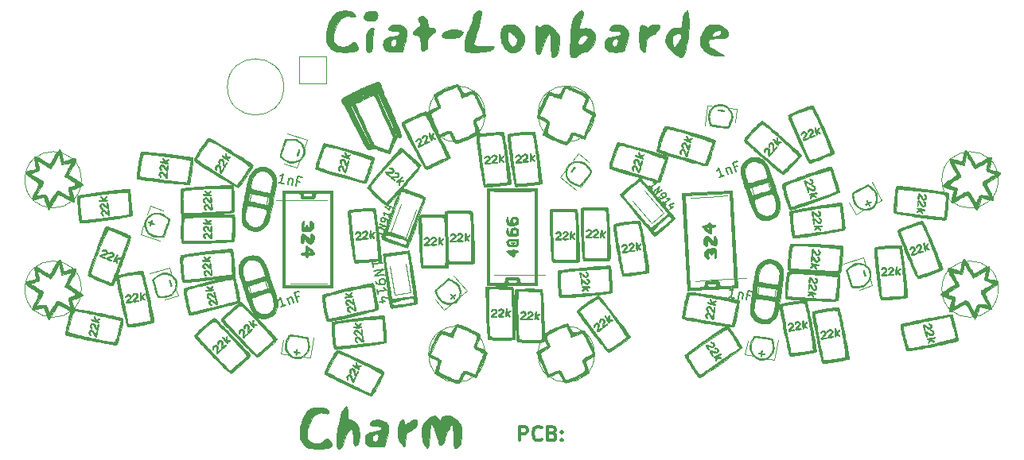
<source format=gbr>
%TF.GenerationSoftware,KiCad,Pcbnew,(5.1.6)-1*%
%TF.CreationDate,2020-10-05T10:15:20-05:00*%
%TF.ProjectId,DDD Charm,44444420-4368-4617-926d-2e6b69636164,rev?*%
%TF.SameCoordinates,Original*%
%TF.FileFunction,Legend,Top*%
%TF.FilePolarity,Positive*%
%FSLAX46Y46*%
G04 Gerber Fmt 4.6, Leading zero omitted, Abs format (unit mm)*
G04 Created by KiCad (PCBNEW (5.1.6)-1) date 2020-10-05 10:15:20*
%MOMM*%
%LPD*%
G01*
G04 APERTURE LIST*
%ADD10C,0.300000*%
%ADD11C,0.120000*%
%ADD12C,0.010000*%
%ADD13C,0.150000*%
G04 APERTURE END LIST*
D10*
X258678571Y-138778571D02*
X258678571Y-137278571D01*
X259250000Y-137278571D01*
X259392857Y-137350000D01*
X259464285Y-137421428D01*
X259535714Y-137564285D01*
X259535714Y-137778571D01*
X259464285Y-137921428D01*
X259392857Y-137992857D01*
X259250000Y-138064285D01*
X258678571Y-138064285D01*
X261035714Y-138635714D02*
X260964285Y-138707142D01*
X260750000Y-138778571D01*
X260607142Y-138778571D01*
X260392857Y-138707142D01*
X260250000Y-138564285D01*
X260178571Y-138421428D01*
X260107142Y-138135714D01*
X260107142Y-137921428D01*
X260178571Y-137635714D01*
X260250000Y-137492857D01*
X260392857Y-137350000D01*
X260607142Y-137278571D01*
X260750000Y-137278571D01*
X260964285Y-137350000D01*
X261035714Y-137421428D01*
X262178571Y-137992857D02*
X262392857Y-138064285D01*
X262464285Y-138135714D01*
X262535714Y-138278571D01*
X262535714Y-138492857D01*
X262464285Y-138635714D01*
X262392857Y-138707142D01*
X262250000Y-138778571D01*
X261678571Y-138778571D01*
X261678571Y-137278571D01*
X262178571Y-137278571D01*
X262321428Y-137350000D01*
X262392857Y-137421428D01*
X262464285Y-137564285D01*
X262464285Y-137707142D01*
X262392857Y-137850000D01*
X262321428Y-137921428D01*
X262178571Y-137992857D01*
X261678571Y-137992857D01*
X263178571Y-138635714D02*
X263250000Y-138707142D01*
X263178571Y-138778571D01*
X263107142Y-138707142D01*
X263178571Y-138635714D01*
X263178571Y-138778571D01*
X263178571Y-137850000D02*
X263250000Y-137921428D01*
X263178571Y-137992857D01*
X263107142Y-137921428D01*
X263178571Y-137850000D01*
X263178571Y-137992857D01*
D11*
%TO.C,REF\u002A\u002A*%
X235250000Y-100750000D02*
X235250000Y-97850000D01*
X235250000Y-97850000D02*
X238150000Y-97850000D01*
X238150000Y-97850000D02*
X238150000Y-100750000D01*
X238150000Y-100750000D02*
X235250000Y-100750000D01*
%TO.C,.*%
X233600000Y-101100000D02*
G75*
G03*
X233600000Y-101100000I-3000000J0D01*
G01*
%TO.C,1nF*%
X285768151Y-123672000D02*
X285966889Y-122484386D01*
X283973111Y-123371614D02*
X284171849Y-122184000D01*
%TO.C,.*%
X282690958Y-129590342D02*
X283605385Y-129759821D01*
X285798044Y-130166206D02*
X284883617Y-129996727D01*
X285798044Y-130166206D02*
X286191672Y-128042375D01*
X282690958Y-129590342D02*
X282957022Y-128154789D01*
%TO.C,1nF*%
X231895927Y-122728556D02*
X231533838Y-121580159D01*
X230160162Y-123275841D02*
X229798073Y-122127444D01*
%TO.C,.*%
X281809786Y-103415318D02*
X281657175Y-104867320D01*
X278667097Y-103085008D02*
X278441316Y-105233176D01*
X278667097Y-103085008D02*
X279592002Y-103182220D01*
X281809786Y-103415318D02*
X280884881Y-103318107D01*
X296211050Y-122267816D02*
X295923664Y-121383334D01*
X295234556Y-119262478D02*
X295521942Y-120146960D01*
X295234556Y-119262478D02*
X293180274Y-119929954D01*
X296211050Y-122267816D02*
X294822507Y-122718981D01*
X294499080Y-114689500D02*
X293780142Y-113418780D01*
X297249404Y-113133441D02*
X296185769Y-111253473D01*
X297249404Y-113133441D02*
X296439973Y-113591395D01*
X294499080Y-114689500D02*
X295308511Y-114231546D01*
X264918895Y-108213843D02*
X264352746Y-108951662D01*
X262995208Y-110720840D02*
X263561357Y-109983021D01*
X262995208Y-110720840D02*
X264708852Y-112035764D01*
X264918895Y-108213843D02*
X266077190Y-109102635D01*
X219397804Y-113802649D02*
X220778261Y-114277978D01*
X218369008Y-116790488D02*
X220411328Y-117493715D01*
X218369008Y-116790488D02*
X218671787Y-115911155D01*
X219397804Y-113802649D02*
X219095025Y-114681981D01*
%TO.C,1nF*%
X229927794Y-113537126D02*
X230157552Y-112355121D01*
X231714356Y-113884399D02*
X231944114Y-112702394D01*
%TO.C,.*%
X250682139Y-124884036D02*
X249733945Y-123773844D01*
X253085022Y-122831781D02*
X251682214Y-121189304D01*
X253085022Y-122831781D02*
X252377844Y-123435767D01*
X250682139Y-124884036D02*
X251389317Y-124280050D01*
%TO.C,1nF*%
X285054838Y-111096159D02*
X285416927Y-112244556D01*
X283319073Y-111643444D02*
X283681162Y-112791841D01*
%TO.C,.*%
X233316605Y-129527710D02*
X234237554Y-129657141D01*
X236445852Y-129967497D02*
X235524903Y-129838066D01*
X236445852Y-129967497D02*
X236746466Y-127828518D01*
X233316605Y-129527710D02*
X233519798Y-128081919D01*
X212060000Y-111000000D02*
G75*
G03*
X212060000Y-111000000I-3000000J0D01*
G01*
X222348940Y-123361336D02*
X220956513Y-123800367D01*
X221398710Y-120347591D02*
X219338681Y-120997115D01*
X221398710Y-120347591D02*
X221678366Y-121234548D01*
X222348940Y-123361336D02*
X222069284Y-122474380D01*
%TO.C,1N914*%
X245417690Y-123289577D02*
X244924922Y-120178359D01*
X247096761Y-123023639D02*
X246603992Y-119912420D01*
X245417690Y-123289577D02*
X247096761Y-123023639D01*
X245004522Y-116567283D02*
X246607012Y-117134755D01*
X246607012Y-117134755D02*
X247658504Y-114165434D01*
X245004522Y-116567283D02*
X246056013Y-113597962D01*
%TO.C,.*%
X309630000Y-122650000D02*
G75*
G03*
X309630000Y-122650000I-3000000J0D01*
G01*
%TO.C,1N914*%
X272717606Y-115666802D02*
X274010296Y-114562740D01*
X274010296Y-114562740D02*
X271964535Y-112167462D01*
X272717606Y-115666802D02*
X270671845Y-113271523D01*
D12*
%TO.C,*%
G36*
X251248607Y-136151217D02*
G01*
X251453823Y-136220586D01*
X251661476Y-136331762D01*
X251866115Y-136481112D01*
X252062293Y-136665004D01*
X252244559Y-136879805D01*
X252304979Y-136962937D01*
X252388479Y-137086898D01*
X252450707Y-137193310D01*
X252494702Y-137293452D01*
X252523502Y-137398606D01*
X252540148Y-137520051D01*
X252547680Y-137669070D01*
X252549137Y-137856941D01*
X252549100Y-137868929D01*
X252537903Y-138234742D01*
X252507221Y-138561198D01*
X252457448Y-138846847D01*
X252388982Y-139090241D01*
X252302218Y-139289931D01*
X252197554Y-139444468D01*
X252091594Y-139541514D01*
X251995951Y-139595316D01*
X251902060Y-139625729D01*
X251821736Y-139630891D01*
X251766791Y-139608937D01*
X251755748Y-139594513D01*
X251733137Y-139531849D01*
X251713212Y-139432841D01*
X251695748Y-139294968D01*
X251680521Y-139115708D01*
X251667306Y-138892541D01*
X251655878Y-138622943D01*
X251648384Y-138390150D01*
X251639000Y-138100254D01*
X251628659Y-137856473D01*
X251616965Y-137654076D01*
X251603521Y-137488331D01*
X251587932Y-137354506D01*
X251569802Y-137247870D01*
X251548735Y-137163689D01*
X251544634Y-137150661D01*
X251521118Y-137095142D01*
X251499133Y-137068447D01*
X251496899Y-137068028D01*
X251460414Y-137089301D01*
X251406562Y-137147831D01*
X251341291Y-137235680D01*
X251270549Y-137344914D01*
X251207580Y-137454099D01*
X251117681Y-137628318D01*
X251024704Y-137824861D01*
X250932201Y-138034700D01*
X250843727Y-138248808D01*
X250762835Y-138458156D01*
X250693079Y-138653716D01*
X250638012Y-138826460D01*
X250601189Y-138967359D01*
X250591201Y-139019977D01*
X250554972Y-139120473D01*
X250487819Y-139200438D01*
X250401109Y-139253917D01*
X250306205Y-139274956D01*
X250214471Y-139257601D01*
X250178186Y-139236375D01*
X250137414Y-139196486D01*
X250102665Y-139139609D01*
X250073594Y-139062219D01*
X250049854Y-138960790D01*
X250031099Y-138831798D01*
X250016984Y-138671718D01*
X250007163Y-138477023D01*
X250001289Y-138244188D01*
X249999016Y-137969689D01*
X250000000Y-137650000D01*
X250001948Y-137440500D01*
X250005603Y-137151807D01*
X250010209Y-136910491D01*
X250016675Y-136713080D01*
X250250000Y-136650000D01*
X250500000Y-136400000D01*
X250438460Y-136780134D01*
X250500000Y-136400000D01*
X250250000Y-136650000D01*
X250438460Y-136780134D01*
X250500000Y-136650000D01*
X250500000Y-136400000D01*
X250750000Y-136400000D01*
X250483154Y-136404798D01*
X250559347Y-136380736D01*
X250638333Y-136314122D01*
X250649817Y-136301838D01*
X250756557Y-136205461D01*
X250869281Y-136150083D01*
X251004905Y-136128348D01*
X251051278Y-136127287D01*
X251248607Y-136151217D01*
G37*
X251248607Y-136151217D02*
X251453823Y-136220586D01*
X251661476Y-136331762D01*
X251866115Y-136481112D01*
X252062293Y-136665004D01*
X252244559Y-136879805D01*
X252304979Y-136962937D01*
X252388479Y-137086898D01*
X252450707Y-137193310D01*
X252494702Y-137293452D01*
X252523502Y-137398606D01*
X252540148Y-137520051D01*
X252547680Y-137669070D01*
X252549137Y-137856941D01*
X252549100Y-137868929D01*
X252537903Y-138234742D01*
X252507221Y-138561198D01*
X252457448Y-138846847D01*
X252388982Y-139090241D01*
X252302218Y-139289931D01*
X252197554Y-139444468D01*
X252091594Y-139541514D01*
X251995951Y-139595316D01*
X251902060Y-139625729D01*
X251821736Y-139630891D01*
X251766791Y-139608937D01*
X251755748Y-139594513D01*
X251733137Y-139531849D01*
X251713212Y-139432841D01*
X251695748Y-139294968D01*
X251680521Y-139115708D01*
X251667306Y-138892541D01*
X251655878Y-138622943D01*
X251648384Y-138390150D01*
X251639000Y-138100254D01*
X251628659Y-137856473D01*
X251616965Y-137654076D01*
X251603521Y-137488331D01*
X251587932Y-137354506D01*
X251569802Y-137247870D01*
X251548735Y-137163689D01*
X251544634Y-137150661D01*
X251521118Y-137095142D01*
X251499133Y-137068447D01*
X251496899Y-137068028D01*
X251460414Y-137089301D01*
X251406562Y-137147831D01*
X251341291Y-137235680D01*
X251270549Y-137344914D01*
X251207580Y-137454099D01*
X251117681Y-137628318D01*
X251024704Y-137824861D01*
X250932201Y-138034700D01*
X250843727Y-138248808D01*
X250762835Y-138458156D01*
X250693079Y-138653716D01*
X250638012Y-138826460D01*
X250601189Y-138967359D01*
X250591201Y-139019977D01*
X250554972Y-139120473D01*
X250487819Y-139200438D01*
X250401109Y-139253917D01*
X250306205Y-139274956D01*
X250214471Y-139257601D01*
X250178186Y-139236375D01*
X250137414Y-139196486D01*
X250102665Y-139139609D01*
X250073594Y-139062219D01*
X250049854Y-138960790D01*
X250031099Y-138831798D01*
X250016984Y-138671718D01*
X250007163Y-138477023D01*
X250001289Y-138244188D01*
X249999016Y-137969689D01*
X250000000Y-137650000D01*
X250001948Y-137440500D01*
X250005603Y-137151807D01*
X250010209Y-136910491D01*
X250016675Y-136713080D01*
X250250000Y-136650000D01*
X250500000Y-136400000D01*
X250438460Y-136780134D01*
X250500000Y-136400000D01*
X250250000Y-136650000D01*
X250438460Y-136780134D01*
X250500000Y-136650000D01*
X250500000Y-136400000D01*
X250750000Y-136400000D01*
X250483154Y-136404798D01*
X250559347Y-136380736D01*
X250638333Y-136314122D01*
X250649817Y-136301838D01*
X250756557Y-136205461D01*
X250869281Y-136150083D01*
X251004905Y-136128348D01*
X251051278Y-136127287D01*
X251248607Y-136151217D01*
G36*
X243719666Y-136565662D02*
G01*
X243950949Y-136603473D01*
X244167307Y-136671988D01*
X244338864Y-136759135D01*
X244439320Y-136837467D01*
X244544280Y-136943561D01*
X244637007Y-137058979D01*
X244693014Y-137149285D01*
X244725298Y-137232160D01*
X244741726Y-137331028D01*
X244745671Y-137442543D01*
X244744824Y-137507663D01*
X244741551Y-137571692D01*
X244734758Y-137640265D01*
X244723350Y-137719021D01*
X244706232Y-137813597D01*
X244682309Y-137929629D01*
X244650486Y-138072754D01*
X244609667Y-138248610D01*
X244558759Y-138462834D01*
X244500058Y-138706999D01*
X244330660Y-139409421D01*
X244188566Y-139425716D01*
X244120512Y-139431139D01*
X244011542Y-139436982D01*
X243871583Y-139442842D01*
X243710563Y-139448317D01*
X243538410Y-139453003D01*
X243487113Y-139454173D01*
X243278890Y-139457710D01*
X243114050Y-139458054D01*
X242985212Y-139454960D01*
X242884995Y-139448185D01*
X242806016Y-139437484D01*
X242771859Y-139430510D01*
X242674082Y-139404388D01*
X242584631Y-139374401D01*
X242537988Y-139354363D01*
X242430120Y-139271472D01*
X242344597Y-139151867D01*
X242282327Y-139004946D01*
X242244215Y-138840105D01*
X242231169Y-138666741D01*
X242244094Y-138494251D01*
X242250225Y-138469262D01*
X243019508Y-138469262D01*
X243023757Y-138605673D01*
X243062894Y-138731230D01*
X243134132Y-138832090D01*
X243156930Y-138852060D01*
X243250000Y-138900000D01*
X243344321Y-138897531D01*
X243441377Y-138844542D01*
X243459550Y-138829370D01*
X243530286Y-138746989D01*
X243587699Y-138641375D01*
X243630449Y-138522124D01*
X243657196Y-138398835D01*
X243666600Y-138281105D01*
X243657320Y-138178533D01*
X243628017Y-138100717D01*
X243577351Y-138057255D01*
X243567770Y-138054278D01*
X243485380Y-138054752D01*
X243382555Y-138084852D01*
X243273387Y-138136871D01*
X243171968Y-138203103D01*
X243092390Y-138275840D01*
X243052937Y-138335837D01*
X243019508Y-138469262D01*
X242250225Y-138469262D01*
X242283897Y-138332033D01*
X242351485Y-138189482D01*
X242417449Y-138104725D01*
X242505662Y-138033052D01*
X242625436Y-137970395D01*
X242781310Y-137915213D01*
X242977828Y-137865966D01*
X243219530Y-137821112D01*
X243283143Y-137811079D01*
X243514759Y-137768400D01*
X243697777Y-137718375D01*
X243834044Y-137660067D01*
X243925407Y-137592539D01*
X243973712Y-137514855D01*
X243982909Y-137456214D01*
X243971602Y-137391744D01*
X243934569Y-137340518D01*
X243867145Y-137300842D01*
X243764661Y-137271022D01*
X243622450Y-137249364D01*
X243435845Y-137234174D01*
X243359986Y-137230111D01*
X243177264Y-137218807D01*
X243038397Y-137203583D01*
X242936431Y-137182555D01*
X242864409Y-137153838D01*
X242815379Y-137115546D01*
X242786975Y-137074795D01*
X242769293Y-136991569D01*
X242793053Y-136898725D01*
X242852380Y-136805277D01*
X242941400Y-136720239D01*
X243054239Y-136652624D01*
X243065275Y-136647738D01*
X243263927Y-136586666D01*
X243486357Y-136559684D01*
X243719666Y-136565662D01*
G37*
X243719666Y-136565662D02*
X243950949Y-136603473D01*
X244167307Y-136671988D01*
X244338864Y-136759135D01*
X244439320Y-136837467D01*
X244544280Y-136943561D01*
X244637007Y-137058979D01*
X244693014Y-137149285D01*
X244725298Y-137232160D01*
X244741726Y-137331028D01*
X244745671Y-137442543D01*
X244744824Y-137507663D01*
X244741551Y-137571692D01*
X244734758Y-137640265D01*
X244723350Y-137719021D01*
X244706232Y-137813597D01*
X244682309Y-137929629D01*
X244650486Y-138072754D01*
X244609667Y-138248610D01*
X244558759Y-138462834D01*
X244500058Y-138706999D01*
X244330660Y-139409421D01*
X244188566Y-139425716D01*
X244120512Y-139431139D01*
X244011542Y-139436982D01*
X243871583Y-139442842D01*
X243710563Y-139448317D01*
X243538410Y-139453003D01*
X243487113Y-139454173D01*
X243278890Y-139457710D01*
X243114050Y-139458054D01*
X242985212Y-139454960D01*
X242884995Y-139448185D01*
X242806016Y-139437484D01*
X242771859Y-139430510D01*
X242674082Y-139404388D01*
X242584631Y-139374401D01*
X242537988Y-139354363D01*
X242430120Y-139271472D01*
X242344597Y-139151867D01*
X242282327Y-139004946D01*
X242244215Y-138840105D01*
X242231169Y-138666741D01*
X242244094Y-138494251D01*
X242250225Y-138469262D01*
X243019508Y-138469262D01*
X243023757Y-138605673D01*
X243062894Y-138731230D01*
X243134132Y-138832090D01*
X243156930Y-138852060D01*
X243250000Y-138900000D01*
X243344321Y-138897531D01*
X243441377Y-138844542D01*
X243459550Y-138829370D01*
X243530286Y-138746989D01*
X243587699Y-138641375D01*
X243630449Y-138522124D01*
X243657196Y-138398835D01*
X243666600Y-138281105D01*
X243657320Y-138178533D01*
X243628017Y-138100717D01*
X243577351Y-138057255D01*
X243567770Y-138054278D01*
X243485380Y-138054752D01*
X243382555Y-138084852D01*
X243273387Y-138136871D01*
X243171968Y-138203103D01*
X243092390Y-138275840D01*
X243052937Y-138335837D01*
X243019508Y-138469262D01*
X242250225Y-138469262D01*
X242283897Y-138332033D01*
X242351485Y-138189482D01*
X242417449Y-138104725D01*
X242505662Y-138033052D01*
X242625436Y-137970395D01*
X242781310Y-137915213D01*
X242977828Y-137865966D01*
X243219530Y-137821112D01*
X243283143Y-137811079D01*
X243514759Y-137768400D01*
X243697777Y-137718375D01*
X243834044Y-137660067D01*
X243925407Y-137592539D01*
X243973712Y-137514855D01*
X243982909Y-137456214D01*
X243971602Y-137391744D01*
X243934569Y-137340518D01*
X243867145Y-137300842D01*
X243764661Y-137271022D01*
X243622450Y-137249364D01*
X243435845Y-137234174D01*
X243359986Y-137230111D01*
X243177264Y-137218807D01*
X243038397Y-137203583D01*
X242936431Y-137182555D01*
X242864409Y-137153838D01*
X242815379Y-137115546D01*
X242786975Y-137074795D01*
X242769293Y-136991569D01*
X242793053Y-136898725D01*
X242852380Y-136805277D01*
X242941400Y-136720239D01*
X243054239Y-136652624D01*
X243065275Y-136647738D01*
X243263927Y-136586666D01*
X243486357Y-136559684D01*
X243719666Y-136565662D01*
G36*
X237445019Y-135243121D02*
G01*
X237585820Y-135254993D01*
X237817969Y-135294621D01*
X238007778Y-135356233D01*
X238159888Y-135442355D01*
X238278939Y-135555515D01*
X238357857Y-135675316D01*
X238393612Y-135752001D01*
X238402316Y-135802175D01*
X238390776Y-135834673D01*
X238356014Y-135874829D01*
X238307106Y-135899209D01*
X238236311Y-135908343D01*
X238135891Y-135902764D01*
X237998106Y-135883002D01*
X237910758Y-135867596D01*
X237726438Y-135837543D01*
X237583046Y-135822947D01*
X237473284Y-135823135D01*
X237452345Y-135825160D01*
X237259393Y-135865597D01*
X237082315Y-135941184D01*
X236918670Y-136054457D01*
X236766014Y-136207950D01*
X236621905Y-136404199D01*
X236483900Y-136645738D01*
X236349558Y-136935102D01*
X236324061Y-136996145D01*
X236238583Y-137209232D01*
X236173050Y-137386992D01*
X236124945Y-137539719D01*
X236091756Y-137677708D01*
X236070968Y-137811255D01*
X236060067Y-137950654D01*
X236056619Y-138091254D01*
X236056333Y-138229105D01*
X236058846Y-138328214D01*
X236065898Y-138400679D01*
X236079231Y-138458599D01*
X236100587Y-138514072D01*
X236124832Y-138565257D01*
X236235115Y-138733781D01*
X236383213Y-138872957D01*
X236563717Y-138980223D01*
X236771218Y-139053017D01*
X237000307Y-139088779D01*
X237225905Y-139086733D01*
X237412909Y-139059924D01*
X237571055Y-139009687D01*
X237715794Y-138928920D01*
X237862573Y-138810520D01*
X237897392Y-138778031D01*
X237984985Y-138699266D01*
X238066934Y-138633793D01*
X238131891Y-138590279D01*
X238159526Y-138577898D01*
X238256729Y-138576558D01*
X238353351Y-138622319D01*
X238450501Y-138716166D01*
X238549287Y-138859085D01*
X238618265Y-138985399D01*
X238680670Y-139137565D01*
X238700035Y-139264650D01*
X238675666Y-139369729D01*
X238606867Y-139455877D01*
X238496420Y-139524545D01*
X238372197Y-139567815D01*
X238202890Y-139603413D01*
X237993743Y-139630940D01*
X237750000Y-139650000D01*
X237476905Y-139660194D01*
X237179702Y-139661125D01*
X236863635Y-139652395D01*
X236829829Y-139650914D01*
X236586725Y-139633217D01*
X236383535Y-139601712D01*
X236210304Y-139552536D01*
X236057077Y-139481829D01*
X235913901Y-139385730D01*
X235770821Y-139260379D01*
X235736921Y-139227046D01*
X235548236Y-139007794D01*
X235408898Y-138776939D01*
X235350709Y-138637901D01*
X235328729Y-138570986D01*
X235312988Y-138506923D01*
X235302468Y-138435323D01*
X235296147Y-138345799D01*
X235293005Y-138227965D01*
X235292020Y-138071432D01*
X235291994Y-138040403D01*
X235294429Y-137832961D01*
X235303477Y-137656293D01*
X235321498Y-137496143D01*
X235350855Y-137338256D01*
X235393909Y-137168376D01*
X235453021Y-136972248D01*
X235485750Y-136870834D01*
X235572304Y-136630395D01*
X235672591Y-136392541D01*
X235782263Y-136165253D01*
X235896971Y-135956511D01*
X236012366Y-135774293D01*
X236124100Y-135626582D01*
X236215347Y-135531999D01*
X236350516Y-135440409D01*
X236525726Y-135363745D01*
X236731879Y-135303845D01*
X236959877Y-135262548D01*
X237200623Y-135241694D01*
X237445019Y-135243121D01*
G37*
X237445019Y-135243121D02*
X237585820Y-135254993D01*
X237817969Y-135294621D01*
X238007778Y-135356233D01*
X238159888Y-135442355D01*
X238278939Y-135555515D01*
X238357857Y-135675316D01*
X238393612Y-135752001D01*
X238402316Y-135802175D01*
X238390776Y-135834673D01*
X238356014Y-135874829D01*
X238307106Y-135899209D01*
X238236311Y-135908343D01*
X238135891Y-135902764D01*
X237998106Y-135883002D01*
X237910758Y-135867596D01*
X237726438Y-135837543D01*
X237583046Y-135822947D01*
X237473284Y-135823135D01*
X237452345Y-135825160D01*
X237259393Y-135865597D01*
X237082315Y-135941184D01*
X236918670Y-136054457D01*
X236766014Y-136207950D01*
X236621905Y-136404199D01*
X236483900Y-136645738D01*
X236349558Y-136935102D01*
X236324061Y-136996145D01*
X236238583Y-137209232D01*
X236173050Y-137386992D01*
X236124945Y-137539719D01*
X236091756Y-137677708D01*
X236070968Y-137811255D01*
X236060067Y-137950654D01*
X236056619Y-138091254D01*
X236056333Y-138229105D01*
X236058846Y-138328214D01*
X236065898Y-138400679D01*
X236079231Y-138458599D01*
X236100587Y-138514072D01*
X236124832Y-138565257D01*
X236235115Y-138733781D01*
X236383213Y-138872957D01*
X236563717Y-138980223D01*
X236771218Y-139053017D01*
X237000307Y-139088779D01*
X237225905Y-139086733D01*
X237412909Y-139059924D01*
X237571055Y-139009687D01*
X237715794Y-138928920D01*
X237862573Y-138810520D01*
X237897392Y-138778031D01*
X237984985Y-138699266D01*
X238066934Y-138633793D01*
X238131891Y-138590279D01*
X238159526Y-138577898D01*
X238256729Y-138576558D01*
X238353351Y-138622319D01*
X238450501Y-138716166D01*
X238549287Y-138859085D01*
X238618265Y-138985399D01*
X238680670Y-139137565D01*
X238700035Y-139264650D01*
X238675666Y-139369729D01*
X238606867Y-139455877D01*
X238496420Y-139524545D01*
X238372197Y-139567815D01*
X238202890Y-139603413D01*
X237993743Y-139630940D01*
X237750000Y-139650000D01*
X237476905Y-139660194D01*
X237179702Y-139661125D01*
X236863635Y-139652395D01*
X236829829Y-139650914D01*
X236586725Y-139633217D01*
X236383535Y-139601712D01*
X236210304Y-139552536D01*
X236057077Y-139481829D01*
X235913901Y-139385730D01*
X235770821Y-139260379D01*
X235736921Y-139227046D01*
X235548236Y-139007794D01*
X235408898Y-138776939D01*
X235350709Y-138637901D01*
X235328729Y-138570986D01*
X235312988Y-138506923D01*
X235302468Y-138435323D01*
X235296147Y-138345799D01*
X235293005Y-138227965D01*
X235292020Y-138071432D01*
X235291994Y-138040403D01*
X235294429Y-137832961D01*
X235303477Y-137656293D01*
X235321498Y-137496143D01*
X235350855Y-137338256D01*
X235393909Y-137168376D01*
X235453021Y-136972248D01*
X235485750Y-136870834D01*
X235572304Y-136630395D01*
X235672591Y-136392541D01*
X235782263Y-136165253D01*
X235896971Y-135956511D01*
X236012366Y-135774293D01*
X236124100Y-135626582D01*
X236215347Y-135531999D01*
X236350516Y-135440409D01*
X236525726Y-135363745D01*
X236731879Y-135303845D01*
X236959877Y-135262548D01*
X237200623Y-135241694D01*
X237445019Y-135243121D01*
G36*
X240278459Y-135156608D02*
G01*
X240286284Y-135168539D01*
X240320120Y-135249636D01*
X240347138Y-135375609D01*
X240366565Y-135540687D01*
X240377624Y-135739100D01*
X240379886Y-135864975D01*
X240384132Y-136069195D01*
X240395566Y-136227795D01*
X240416069Y-136345880D01*
X240447523Y-136428560D01*
X240491812Y-136480939D01*
X240550817Y-136508125D01*
X240619580Y-136515277D01*
X240722375Y-136534848D01*
X240846490Y-136589391D01*
X240983218Y-136672646D01*
X241123852Y-136778355D01*
X241259686Y-136900261D01*
X241382014Y-137032103D01*
X241438367Y-137103832D01*
X241497926Y-137190798D01*
X241544422Y-137275487D01*
X241579412Y-137365810D01*
X241604455Y-137469676D01*
X241621109Y-137594997D01*
X241630930Y-137749684D01*
X241635478Y-137941646D01*
X241636363Y-138109152D01*
X241635585Y-138313492D01*
X241632667Y-138475163D01*
X241627124Y-138602470D01*
X241618470Y-138703722D01*
X241606220Y-138787226D01*
X241593187Y-138848141D01*
X241541658Y-139018322D01*
X241479642Y-139143762D01*
X241403378Y-139230278D01*
X241312389Y-139282452D01*
X241240307Y-139303880D01*
X241180760Y-139305208D01*
X241132038Y-139282423D01*
X241092430Y-139231509D01*
X241060225Y-139148453D01*
X241033712Y-139029239D01*
X241011180Y-138869853D01*
X240990919Y-138666282D01*
X240977221Y-138496016D01*
X240954271Y-138228699D01*
X240929308Y-138010545D01*
X240902005Y-137839744D01*
X240872034Y-137714481D01*
X240839069Y-137632947D01*
X240815789Y-137602457D01*
X240781792Y-137578411D01*
X240745863Y-137578871D01*
X240687406Y-137604417D01*
X240683878Y-137606185D01*
X240578397Y-137681721D01*
X240468673Y-137801597D01*
X240358081Y-137959721D01*
X240250000Y-138150000D01*
X240147804Y-138366343D01*
X240054870Y-138602658D01*
X239974574Y-138852852D01*
X239956316Y-138918930D01*
X239888269Y-139150482D01*
X239819977Y-139334402D01*
X239749740Y-139474041D01*
X239675856Y-139572751D01*
X239596626Y-139633882D01*
X239592361Y-139636078D01*
X239477038Y-139681780D01*
X239392600Y-139687158D01*
X239348533Y-139663937D01*
X239317648Y-139622344D01*
X239293172Y-139562277D01*
X239274159Y-139477594D01*
X239259663Y-139362151D01*
X239248739Y-139209805D01*
X239240441Y-139014414D01*
X239238375Y-138948261D01*
X239234587Y-138551856D01*
X239248749Y-138190725D01*
X239282348Y-137851867D01*
X239336872Y-137522280D01*
X239413810Y-137188965D01*
X239458362Y-137026536D01*
X239499026Y-136875292D01*
X239536538Y-136718552D01*
X239567032Y-136573608D01*
X239586643Y-136457756D01*
X239588214Y-136445553D01*
X239606137Y-136317100D01*
X239628398Y-136183208D01*
X239650605Y-136069986D01*
X239653696Y-136056241D01*
X239699500Y-135903149D01*
X239766268Y-135739957D01*
X239847903Y-135577228D01*
X239938313Y-135425528D01*
X240031401Y-135295422D01*
X240121073Y-135197474D01*
X240172077Y-135157659D01*
X240223911Y-135127357D01*
X240252712Y-135126372D01*
X240278459Y-135156608D01*
G37*
X240278459Y-135156608D02*
X240286284Y-135168539D01*
X240320120Y-135249636D01*
X240347138Y-135375609D01*
X240366565Y-135540687D01*
X240377624Y-135739100D01*
X240379886Y-135864975D01*
X240384132Y-136069195D01*
X240395566Y-136227795D01*
X240416069Y-136345880D01*
X240447523Y-136428560D01*
X240491812Y-136480939D01*
X240550817Y-136508125D01*
X240619580Y-136515277D01*
X240722375Y-136534848D01*
X240846490Y-136589391D01*
X240983218Y-136672646D01*
X241123852Y-136778355D01*
X241259686Y-136900261D01*
X241382014Y-137032103D01*
X241438367Y-137103832D01*
X241497926Y-137190798D01*
X241544422Y-137275487D01*
X241579412Y-137365810D01*
X241604455Y-137469676D01*
X241621109Y-137594997D01*
X241630930Y-137749684D01*
X241635478Y-137941646D01*
X241636363Y-138109152D01*
X241635585Y-138313492D01*
X241632667Y-138475163D01*
X241627124Y-138602470D01*
X241618470Y-138703722D01*
X241606220Y-138787226D01*
X241593187Y-138848141D01*
X241541658Y-139018322D01*
X241479642Y-139143762D01*
X241403378Y-139230278D01*
X241312389Y-139282452D01*
X241240307Y-139303880D01*
X241180760Y-139305208D01*
X241132038Y-139282423D01*
X241092430Y-139231509D01*
X241060225Y-139148453D01*
X241033712Y-139029239D01*
X241011180Y-138869853D01*
X240990919Y-138666282D01*
X240977221Y-138496016D01*
X240954271Y-138228699D01*
X240929308Y-138010545D01*
X240902005Y-137839744D01*
X240872034Y-137714481D01*
X240839069Y-137632947D01*
X240815789Y-137602457D01*
X240781792Y-137578411D01*
X240745863Y-137578871D01*
X240687406Y-137604417D01*
X240683878Y-137606185D01*
X240578397Y-137681721D01*
X240468673Y-137801597D01*
X240358081Y-137959721D01*
X240250000Y-138150000D01*
X240147804Y-138366343D01*
X240054870Y-138602658D01*
X239974574Y-138852852D01*
X239956316Y-138918930D01*
X239888269Y-139150482D01*
X239819977Y-139334402D01*
X239749740Y-139474041D01*
X239675856Y-139572751D01*
X239596626Y-139633882D01*
X239592361Y-139636078D01*
X239477038Y-139681780D01*
X239392600Y-139687158D01*
X239348533Y-139663937D01*
X239317648Y-139622344D01*
X239293172Y-139562277D01*
X239274159Y-139477594D01*
X239259663Y-139362151D01*
X239248739Y-139209805D01*
X239240441Y-139014414D01*
X239238375Y-138948261D01*
X239234587Y-138551856D01*
X239248749Y-138190725D01*
X239282348Y-137851867D01*
X239336872Y-137522280D01*
X239413810Y-137188965D01*
X239458362Y-137026536D01*
X239499026Y-136875292D01*
X239536538Y-136718552D01*
X239567032Y-136573608D01*
X239586643Y-136457756D01*
X239588214Y-136445553D01*
X239606137Y-136317100D01*
X239628398Y-136183208D01*
X239650605Y-136069986D01*
X239653696Y-136056241D01*
X239699500Y-135903149D01*
X239766268Y-135739957D01*
X239847903Y-135577228D01*
X239938313Y-135425528D01*
X240031401Y-135295422D01*
X240121073Y-135197474D01*
X240172077Y-135157659D01*
X240223911Y-135127357D01*
X240252712Y-135126372D01*
X240278459Y-135156608D01*
G36*
X250869281Y-136150083D02*
G01*
X250450969Y-136222687D01*
X250396333Y-136344552D01*
X250381803Y-136382602D01*
X250344784Y-136471442D01*
X250306088Y-136547834D01*
X250282782Y-136583637D01*
X250243051Y-136616243D01*
X250198367Y-136615902D01*
X250143790Y-136579502D01*
X250074382Y-136503930D01*
X249998534Y-136404508D01*
X249899715Y-136283592D01*
X249805975Y-136204808D01*
X249706884Y-136161696D01*
X249592012Y-136147800D01*
X249583887Y-136147754D01*
X249460759Y-136162771D01*
X249330449Y-136209517D01*
X249189032Y-136290536D01*
X249032585Y-136408371D01*
X248857184Y-136565565D01*
X248703472Y-136718389D01*
X248576282Y-136853435D01*
X248482015Y-136965884D01*
X248414875Y-137066337D01*
X248369067Y-137165395D01*
X248338794Y-137273661D01*
X248318262Y-137401737D01*
X248315005Y-137428996D01*
X248298589Y-137637173D01*
X248292996Y-137869171D01*
X248297572Y-138111393D01*
X248311661Y-138350243D01*
X248334610Y-138572124D01*
X248365763Y-138763440D01*
X248382868Y-138838215D01*
X248435703Y-138994937D01*
X248512149Y-139159454D01*
X248602414Y-139313441D01*
X248696707Y-139438571D01*
X248713187Y-139456443D01*
X248778934Y-139522025D01*
X248823828Y-139554503D01*
X248860513Y-139559239D01*
X248901634Y-139541591D01*
X248906910Y-139538548D01*
X248939568Y-139509571D01*
X248967941Y-139460782D01*
X248992657Y-139388121D01*
X249014342Y-139287528D01*
X249033621Y-139154942D01*
X249051122Y-138986303D01*
X249067471Y-138777550D01*
X249083294Y-138524622D01*
X249094091Y-138324957D01*
X249110909Y-138028649D01*
X249128549Y-137779912D01*
X249147448Y-137575315D01*
X249168043Y-137411426D01*
X249190772Y-137284813D01*
X249216070Y-137192045D01*
X249244375Y-137129691D01*
X249246787Y-137125907D01*
X249286225Y-137077485D01*
X249321744Y-137072897D01*
X249367606Y-137111851D01*
X249377832Y-137123205D01*
X249427910Y-137187928D01*
X249478730Y-137271399D01*
X249532473Y-137378667D01*
X249591321Y-137514778D01*
X249657453Y-137684779D01*
X249733051Y-137893718D01*
X249820296Y-138146642D01*
X249821319Y-138149661D01*
X249910017Y-138404651D01*
X249988760Y-138614328D01*
X250060261Y-138782782D01*
X250127238Y-138914107D01*
X250192405Y-139012394D01*
X250258478Y-139081734D01*
X250328173Y-139126219D01*
X250404204Y-139149941D01*
X250489288Y-139156990D01*
X250493204Y-138918259D01*
X250558327Y-138881741D01*
X250554972Y-139120473D01*
X250674555Y-138945953D01*
X250688103Y-138848176D01*
X250695921Y-138749234D01*
X250702170Y-138607603D01*
X250706854Y-138431577D01*
X250709978Y-138229446D01*
X250711544Y-138009503D01*
X250711557Y-137780040D01*
X250710021Y-137549348D01*
X250706939Y-137325720D01*
X250702316Y-137117447D01*
X250696155Y-136932821D01*
X250688460Y-136780134D01*
X250687127Y-136759802D01*
X250667733Y-136532478D01*
X250643875Y-136355744D01*
X250750000Y-136229364D01*
X250869281Y-136150083D01*
X251000000Y-136150000D01*
X250750000Y-136205461D01*
X250869281Y-136150083D01*
G37*
X250869281Y-136150083D02*
X250450969Y-136222687D01*
X250396333Y-136344552D01*
X250381803Y-136382602D01*
X250344784Y-136471442D01*
X250306088Y-136547834D01*
X250282782Y-136583637D01*
X250243051Y-136616243D01*
X250198367Y-136615902D01*
X250143790Y-136579502D01*
X250074382Y-136503930D01*
X249998534Y-136404508D01*
X249899715Y-136283592D01*
X249805975Y-136204808D01*
X249706884Y-136161696D01*
X249592012Y-136147800D01*
X249583887Y-136147754D01*
X249460759Y-136162771D01*
X249330449Y-136209517D01*
X249189032Y-136290536D01*
X249032585Y-136408371D01*
X248857184Y-136565565D01*
X248703472Y-136718389D01*
X248576282Y-136853435D01*
X248482015Y-136965884D01*
X248414875Y-137066337D01*
X248369067Y-137165395D01*
X248338794Y-137273661D01*
X248318262Y-137401737D01*
X248315005Y-137428996D01*
X248298589Y-137637173D01*
X248292996Y-137869171D01*
X248297572Y-138111393D01*
X248311661Y-138350243D01*
X248334610Y-138572124D01*
X248365763Y-138763440D01*
X248382868Y-138838215D01*
X248435703Y-138994937D01*
X248512149Y-139159454D01*
X248602414Y-139313441D01*
X248696707Y-139438571D01*
X248713187Y-139456443D01*
X248778934Y-139522025D01*
X248823828Y-139554503D01*
X248860513Y-139559239D01*
X248901634Y-139541591D01*
X248906910Y-139538548D01*
X248939568Y-139509571D01*
X248967941Y-139460782D01*
X248992657Y-139388121D01*
X249014342Y-139287528D01*
X249033621Y-139154942D01*
X249051122Y-138986303D01*
X249067471Y-138777550D01*
X249083294Y-138524622D01*
X249094091Y-138324957D01*
X249110909Y-138028649D01*
X249128549Y-137779912D01*
X249147448Y-137575315D01*
X249168043Y-137411426D01*
X249190772Y-137284813D01*
X249216070Y-137192045D01*
X249244375Y-137129691D01*
X249246787Y-137125907D01*
X249286225Y-137077485D01*
X249321744Y-137072897D01*
X249367606Y-137111851D01*
X249377832Y-137123205D01*
X249427910Y-137187928D01*
X249478730Y-137271399D01*
X249532473Y-137378667D01*
X249591321Y-137514778D01*
X249657453Y-137684779D01*
X249733051Y-137893718D01*
X249820296Y-138146642D01*
X249821319Y-138149661D01*
X249910017Y-138404651D01*
X249988760Y-138614328D01*
X250060261Y-138782782D01*
X250127238Y-138914107D01*
X250192405Y-139012394D01*
X250258478Y-139081734D01*
X250328173Y-139126219D01*
X250404204Y-139149941D01*
X250489288Y-139156990D01*
X250493204Y-138918259D01*
X250558327Y-138881741D01*
X250554972Y-139120473D01*
X250674555Y-138945953D01*
X250688103Y-138848176D01*
X250695921Y-138749234D01*
X250702170Y-138607603D01*
X250706854Y-138431577D01*
X250709978Y-138229446D01*
X250711544Y-138009503D01*
X250711557Y-137780040D01*
X250710021Y-137549348D01*
X250706939Y-137325720D01*
X250702316Y-137117447D01*
X250696155Y-136932821D01*
X250688460Y-136780134D01*
X250687127Y-136759802D01*
X250667733Y-136532478D01*
X250643875Y-136355744D01*
X250750000Y-136229364D01*
X250869281Y-136150083D01*
X251000000Y-136150000D01*
X250750000Y-136205461D01*
X250869281Y-136150083D01*
G36*
X246303741Y-136546184D02*
G01*
X246355739Y-136613700D01*
X246386231Y-136726606D01*
X246387493Y-136736482D01*
X246412812Y-136878019D01*
X246449283Y-136970683D01*
X246497306Y-137015463D01*
X246501654Y-137017005D01*
X246557725Y-137013185D01*
X246645512Y-136980193D01*
X246757708Y-136921702D01*
X246887009Y-136841386D01*
X246981873Y-136775531D01*
X247130072Y-136673518D01*
X247251801Y-136602861D01*
X247356909Y-136559108D01*
X247455247Y-136537805D01*
X247516344Y-136533930D01*
X247600964Y-136536405D01*
X247655076Y-136551627D01*
X247698893Y-136586969D01*
X247716977Y-136607125D01*
X247750000Y-136650000D01*
X247768158Y-136692540D01*
X247774502Y-136750163D01*
X247772085Y-136838284D01*
X247769993Y-136874896D01*
X247742266Y-137052222D01*
X247679349Y-137212887D01*
X247577968Y-137360888D01*
X247434850Y-137500224D01*
X247246722Y-137634892D01*
X247058829Y-137743438D01*
X246898225Y-137834147D01*
X246779282Y-137914201D01*
X246695394Y-137989436D01*
X246639959Y-138065687D01*
X246608546Y-138141293D01*
X246595713Y-138203513D01*
X246581499Y-138304129D01*
X246567412Y-138430612D01*
X246554964Y-138570436D01*
X246551907Y-138611254D01*
X246532508Y-138857409D01*
X246512772Y-139055403D01*
X246492192Y-139208076D01*
X246470261Y-139318271D01*
X246446472Y-139388831D01*
X246420318Y-139422596D01*
X246406468Y-139426571D01*
X246372003Y-139409803D01*
X246312295Y-139365009D01*
X246237945Y-139300448D01*
X246205163Y-139269678D01*
X246119159Y-139181625D01*
X246038147Y-139089343D01*
X245976987Y-139009968D01*
X245967413Y-138995531D01*
X245885641Y-138832079D01*
X245822401Y-138634541D01*
X245777381Y-138410995D01*
X245750267Y-138169525D01*
X245740747Y-137918210D01*
X245748507Y-137665131D01*
X245773234Y-137418370D01*
X245814614Y-137186006D01*
X245872335Y-136976122D01*
X245946083Y-136796798D01*
X246035544Y-136656114D01*
X246059141Y-136629186D01*
X246151400Y-136552605D01*
X246234281Y-136525378D01*
X246303741Y-136546184D01*
G37*
X246303741Y-136546184D02*
X246355739Y-136613700D01*
X246386231Y-136726606D01*
X246387493Y-136736482D01*
X246412812Y-136878019D01*
X246449283Y-136970683D01*
X246497306Y-137015463D01*
X246501654Y-137017005D01*
X246557725Y-137013185D01*
X246645512Y-136980193D01*
X246757708Y-136921702D01*
X246887009Y-136841386D01*
X246981873Y-136775531D01*
X247130072Y-136673518D01*
X247251801Y-136602861D01*
X247356909Y-136559108D01*
X247455247Y-136537805D01*
X247516344Y-136533930D01*
X247600964Y-136536405D01*
X247655076Y-136551627D01*
X247698893Y-136586969D01*
X247716977Y-136607125D01*
X247750000Y-136650000D01*
X247768158Y-136692540D01*
X247774502Y-136750163D01*
X247772085Y-136838284D01*
X247769993Y-136874896D01*
X247742266Y-137052222D01*
X247679349Y-137212887D01*
X247577968Y-137360888D01*
X247434850Y-137500224D01*
X247246722Y-137634892D01*
X247058829Y-137743438D01*
X246898225Y-137834147D01*
X246779282Y-137914201D01*
X246695394Y-137989436D01*
X246639959Y-138065687D01*
X246608546Y-138141293D01*
X246595713Y-138203513D01*
X246581499Y-138304129D01*
X246567412Y-138430612D01*
X246554964Y-138570436D01*
X246551907Y-138611254D01*
X246532508Y-138857409D01*
X246512772Y-139055403D01*
X246492192Y-139208076D01*
X246470261Y-139318271D01*
X246446472Y-139388831D01*
X246420318Y-139422596D01*
X246406468Y-139426571D01*
X246372003Y-139409803D01*
X246312295Y-139365009D01*
X246237945Y-139300448D01*
X246205163Y-139269678D01*
X246119159Y-139181625D01*
X246038147Y-139089343D01*
X245976987Y-139009968D01*
X245967413Y-138995531D01*
X245885641Y-138832079D01*
X245822401Y-138634541D01*
X245777381Y-138410995D01*
X245750267Y-138169525D01*
X245740747Y-137918210D01*
X245748507Y-137665131D01*
X245773234Y-137418370D01*
X245814614Y-137186006D01*
X245872335Y-136976122D01*
X245946083Y-136796798D01*
X246035544Y-136656114D01*
X246059141Y-136629186D01*
X246151400Y-136552605D01*
X246234281Y-136525378D01*
X246303741Y-136546184D01*
D11*
%TO.C,.*%
X255020000Y-103980000D02*
G75*
G03*
X255020000Y-103980000I-3000000J0D01*
G01*
X266670000Y-103980000D02*
G75*
G03*
X266670000Y-103980000I-3000000J0D01*
G01*
X266670000Y-129580000D02*
G75*
G03*
X266670000Y-129580000I-3000000J0D01*
G01*
D12*
%TO.C,G\u002A\u002A\u002A*%
G36*
X239279490Y-129134843D02*
G01*
X239289715Y-129136805D01*
X239356905Y-129156413D01*
X239463570Y-129195587D01*
X239605982Y-129252575D01*
X239780412Y-129325629D01*
X239983130Y-129412996D01*
X240210408Y-129512926D01*
X240458516Y-129623670D01*
X240723725Y-129743476D01*
X241002307Y-129870593D01*
X241290532Y-130003272D01*
X241584670Y-130139761D01*
X241880994Y-130278310D01*
X242175773Y-130417169D01*
X242465279Y-130554587D01*
X242745783Y-130688813D01*
X243013555Y-130818097D01*
X243264866Y-130940689D01*
X243495988Y-131054837D01*
X243703191Y-131158791D01*
X243882746Y-131250801D01*
X244030924Y-131329116D01*
X244143995Y-131391985D01*
X244218232Y-131437659D01*
X244249904Y-131464386D01*
X244250440Y-131465525D01*
X244252999Y-131492463D01*
X244244264Y-131536484D01*
X244222445Y-131601881D01*
X244185752Y-131692948D01*
X244132395Y-131813979D01*
X244060584Y-131969267D01*
X243968529Y-132163107D01*
X243901778Y-132301891D01*
X243752922Y-132606275D01*
X243611232Y-132888058D01*
X243478310Y-133144421D01*
X243355757Y-133372548D01*
X243245176Y-133569620D01*
X243148168Y-133732819D01*
X243066335Y-133859328D01*
X243001279Y-133946330D01*
X242954600Y-133991006D01*
X242938452Y-133996587D01*
X242896832Y-133987304D01*
X242819905Y-133963159D01*
X242719763Y-133928133D01*
X242638289Y-133897729D01*
X242441218Y-133819733D01*
X242209122Y-133723578D01*
X241947243Y-133611711D01*
X241660821Y-133486581D01*
X241355097Y-133350636D01*
X241035312Y-133206323D01*
X240706705Y-133056091D01*
X240374518Y-132902387D01*
X240043991Y-132747660D01*
X239720366Y-132594357D01*
X239408881Y-132444926D01*
X239114779Y-132301816D01*
X238843300Y-132167474D01*
X238599684Y-132044348D01*
X238389172Y-131934887D01*
X238217005Y-131841537D01*
X238130809Y-131792233D01*
X238033496Y-131732556D01*
X237973572Y-131688379D01*
X237942888Y-131652234D01*
X237933293Y-131616656D01*
X237933169Y-131611178D01*
X237945611Y-131541675D01*
X237951446Y-131523919D01*
X238212377Y-131523919D01*
X238218278Y-131554976D01*
X238252644Y-131574197D01*
X238328357Y-131613460D01*
X238440882Y-131670534D01*
X238585685Y-131743185D01*
X238758231Y-131829181D01*
X238953984Y-131926288D01*
X239168411Y-132032274D01*
X239396976Y-132144904D01*
X239635144Y-132261948D01*
X239878380Y-132381170D01*
X240122150Y-132500339D01*
X240361919Y-132617221D01*
X240593151Y-132729583D01*
X240811313Y-132835192D01*
X241011869Y-132931816D01*
X241108169Y-132977995D01*
X241327010Y-133082796D01*
X241546490Y-133188014D01*
X241758852Y-133289923D01*
X241956340Y-133384796D01*
X242131197Y-133468908D01*
X242275667Y-133538531D01*
X242381994Y-133589940D01*
X242383269Y-133590559D01*
X242507490Y-133650270D01*
X242615907Y-133701374D01*
X242700086Y-133739974D01*
X242751594Y-133762174D01*
X242762988Y-133765987D01*
X242795109Y-133750056D01*
X242821004Y-133723628D01*
X242851761Y-133678287D01*
X242902262Y-133596129D01*
X242969413Y-133482712D01*
X243050120Y-133343595D01*
X243141288Y-133184335D01*
X243239821Y-133010491D01*
X243342625Y-132827619D01*
X243446604Y-132641279D01*
X243548665Y-132457028D01*
X243645713Y-132280424D01*
X243734652Y-132117025D01*
X243812388Y-131972389D01*
X243875825Y-131852073D01*
X243921870Y-131761637D01*
X243947427Y-131706638D01*
X243951643Y-131693131D01*
X243929383Y-131668231D01*
X243865209Y-131622983D01*
X243763031Y-131559435D01*
X243626758Y-131479637D01*
X243460299Y-131385639D01*
X243267562Y-131279489D01*
X243052458Y-131163237D01*
X242818894Y-131038932D01*
X242570781Y-130908625D01*
X242312028Y-130774363D01*
X242046543Y-130638197D01*
X241778236Y-130502177D01*
X241511016Y-130368350D01*
X241248793Y-130238768D01*
X240995474Y-130115478D01*
X240754970Y-130000532D01*
X240531189Y-129895977D01*
X240470619Y-129868184D01*
X240242500Y-129765827D01*
X240031810Y-129674889D01*
X239843505Y-129597308D01*
X239682543Y-129535023D01*
X239553882Y-129489971D01*
X239462478Y-129464091D01*
X239422615Y-129458417D01*
X239372119Y-129467262D01*
X239318775Y-129496033D01*
X239260205Y-129548089D01*
X239194027Y-129626786D01*
X239117860Y-129735481D01*
X239029326Y-129877532D01*
X238926042Y-130056296D01*
X238805630Y-130275131D01*
X238689523Y-130492339D01*
X238551194Y-130757424D01*
X238435565Y-130987101D01*
X238343252Y-131179979D01*
X238274872Y-131334669D01*
X238231041Y-131449779D01*
X238212377Y-131523919D01*
X237951446Y-131523919D01*
X237981091Y-131433719D01*
X238036839Y-131292846D01*
X238110085Y-131124597D01*
X238198058Y-130934509D01*
X238297989Y-130728120D01*
X238407108Y-130510970D01*
X238522644Y-130288598D01*
X238641828Y-130066540D01*
X238761889Y-129850337D01*
X238880058Y-129645527D01*
X238993564Y-129457647D01*
X239071893Y-129334362D01*
X239136024Y-129237382D01*
X239180840Y-129176205D01*
X239214350Y-129143566D01*
X239244563Y-129132200D01*
X239279490Y-129134843D01*
G37*
X239279490Y-129134843D02*
X239289715Y-129136805D01*
X239356905Y-129156413D01*
X239463570Y-129195587D01*
X239605982Y-129252575D01*
X239780412Y-129325629D01*
X239983130Y-129412996D01*
X240210408Y-129512926D01*
X240458516Y-129623670D01*
X240723725Y-129743476D01*
X241002307Y-129870593D01*
X241290532Y-130003272D01*
X241584670Y-130139761D01*
X241880994Y-130278310D01*
X242175773Y-130417169D01*
X242465279Y-130554587D01*
X242745783Y-130688813D01*
X243013555Y-130818097D01*
X243264866Y-130940689D01*
X243495988Y-131054837D01*
X243703191Y-131158791D01*
X243882746Y-131250801D01*
X244030924Y-131329116D01*
X244143995Y-131391985D01*
X244218232Y-131437659D01*
X244249904Y-131464386D01*
X244250440Y-131465525D01*
X244252999Y-131492463D01*
X244244264Y-131536484D01*
X244222445Y-131601881D01*
X244185752Y-131692948D01*
X244132395Y-131813979D01*
X244060584Y-131969267D01*
X243968529Y-132163107D01*
X243901778Y-132301891D01*
X243752922Y-132606275D01*
X243611232Y-132888058D01*
X243478310Y-133144421D01*
X243355757Y-133372548D01*
X243245176Y-133569620D01*
X243148168Y-133732819D01*
X243066335Y-133859328D01*
X243001279Y-133946330D01*
X242954600Y-133991006D01*
X242938452Y-133996587D01*
X242896832Y-133987304D01*
X242819905Y-133963159D01*
X242719763Y-133928133D01*
X242638289Y-133897729D01*
X242441218Y-133819733D01*
X242209122Y-133723578D01*
X241947243Y-133611711D01*
X241660821Y-133486581D01*
X241355097Y-133350636D01*
X241035312Y-133206323D01*
X240706705Y-133056091D01*
X240374518Y-132902387D01*
X240043991Y-132747660D01*
X239720366Y-132594357D01*
X239408881Y-132444926D01*
X239114779Y-132301816D01*
X238843300Y-132167474D01*
X238599684Y-132044348D01*
X238389172Y-131934887D01*
X238217005Y-131841537D01*
X238130809Y-131792233D01*
X238033496Y-131732556D01*
X237973572Y-131688379D01*
X237942888Y-131652234D01*
X237933293Y-131616656D01*
X237933169Y-131611178D01*
X237945611Y-131541675D01*
X237951446Y-131523919D01*
X238212377Y-131523919D01*
X238218278Y-131554976D01*
X238252644Y-131574197D01*
X238328357Y-131613460D01*
X238440882Y-131670534D01*
X238585685Y-131743185D01*
X238758231Y-131829181D01*
X238953984Y-131926288D01*
X239168411Y-132032274D01*
X239396976Y-132144904D01*
X239635144Y-132261948D01*
X239878380Y-132381170D01*
X240122150Y-132500339D01*
X240361919Y-132617221D01*
X240593151Y-132729583D01*
X240811313Y-132835192D01*
X241011869Y-132931816D01*
X241108169Y-132977995D01*
X241327010Y-133082796D01*
X241546490Y-133188014D01*
X241758852Y-133289923D01*
X241956340Y-133384796D01*
X242131197Y-133468908D01*
X242275667Y-133538531D01*
X242381994Y-133589940D01*
X242383269Y-133590559D01*
X242507490Y-133650270D01*
X242615907Y-133701374D01*
X242700086Y-133739974D01*
X242751594Y-133762174D01*
X242762988Y-133765987D01*
X242795109Y-133750056D01*
X242821004Y-133723628D01*
X242851761Y-133678287D01*
X242902262Y-133596129D01*
X242969413Y-133482712D01*
X243050120Y-133343595D01*
X243141288Y-133184335D01*
X243239821Y-133010491D01*
X243342625Y-132827619D01*
X243446604Y-132641279D01*
X243548665Y-132457028D01*
X243645713Y-132280424D01*
X243734652Y-132117025D01*
X243812388Y-131972389D01*
X243875825Y-131852073D01*
X243921870Y-131761637D01*
X243947427Y-131706638D01*
X243951643Y-131693131D01*
X243929383Y-131668231D01*
X243865209Y-131622983D01*
X243763031Y-131559435D01*
X243626758Y-131479637D01*
X243460299Y-131385639D01*
X243267562Y-131279489D01*
X243052458Y-131163237D01*
X242818894Y-131038932D01*
X242570781Y-130908625D01*
X242312028Y-130774363D01*
X242046543Y-130638197D01*
X241778236Y-130502177D01*
X241511016Y-130368350D01*
X241248793Y-130238768D01*
X240995474Y-130115478D01*
X240754970Y-130000532D01*
X240531189Y-129895977D01*
X240470619Y-129868184D01*
X240242500Y-129765827D01*
X240031810Y-129674889D01*
X239843505Y-129597308D01*
X239682543Y-129535023D01*
X239553882Y-129489971D01*
X239462478Y-129464091D01*
X239422615Y-129458417D01*
X239372119Y-129467262D01*
X239318775Y-129496033D01*
X239260205Y-129548089D01*
X239194027Y-129626786D01*
X239117860Y-129735481D01*
X239029326Y-129877532D01*
X238926042Y-130056296D01*
X238805630Y-130275131D01*
X238689523Y-130492339D01*
X238551194Y-130757424D01*
X238435565Y-130987101D01*
X238343252Y-131179979D01*
X238274872Y-131334669D01*
X238231041Y-131449779D01*
X238212377Y-131523919D01*
X237951446Y-131523919D01*
X237981091Y-131433719D01*
X238036839Y-131292846D01*
X238110085Y-131124597D01*
X238198058Y-130934509D01*
X238297989Y-130728120D01*
X238407108Y-130510970D01*
X238522644Y-130288598D01*
X238641828Y-130066540D01*
X238761889Y-129850337D01*
X238880058Y-129645527D01*
X238993564Y-129457647D01*
X239071893Y-129334362D01*
X239136024Y-129237382D01*
X239180840Y-129176205D01*
X239214350Y-129143566D01*
X239244563Y-129132200D01*
X239279490Y-129134843D01*
G36*
X252112589Y-126400495D02*
G01*
X252251232Y-126445017D01*
X252417416Y-126505320D01*
X252605417Y-126578751D01*
X252809508Y-126662657D01*
X253023967Y-126754384D01*
X253243067Y-126851280D01*
X253461084Y-126950690D01*
X253672292Y-127049962D01*
X253870969Y-127146442D01*
X254051388Y-127237478D01*
X254207824Y-127320415D01*
X254334553Y-127392600D01*
X254425851Y-127451380D01*
X254475991Y-127494103D01*
X254478137Y-127496861D01*
X254488632Y-127549728D01*
X254475230Y-127645893D01*
X254438389Y-127783843D01*
X254378566Y-127962062D01*
X254296220Y-128179037D01*
X254202871Y-128407052D01*
X254153702Y-128528210D01*
X254114807Y-128632610D01*
X254089217Y-128711401D01*
X254079964Y-128755735D01*
X254081380Y-128761722D01*
X254110372Y-128778100D01*
X254177557Y-128811461D01*
X254274634Y-128857821D01*
X254393302Y-128913195D01*
X254477275Y-128951766D01*
X254684498Y-129048465D01*
X254848891Y-129130199D01*
X254975406Y-129199847D01*
X255068996Y-129260284D01*
X255134612Y-129314388D01*
X255169400Y-129353828D01*
X255200229Y-129400597D01*
X255208152Y-129439604D01*
X255194375Y-129492631D01*
X255179283Y-129532342D01*
X255162185Y-129572975D01*
X255127380Y-129653147D01*
X255077182Y-129767654D01*
X255013905Y-129911293D01*
X254939865Y-130078862D01*
X254857375Y-130265157D01*
X254768751Y-130464977D01*
X254676307Y-130673117D01*
X254582358Y-130884374D01*
X254489218Y-131093547D01*
X254399203Y-131295432D01*
X254314625Y-131484825D01*
X254237802Y-131656525D01*
X254171046Y-131805328D01*
X254116672Y-131926031D01*
X254076996Y-132013432D01*
X254054332Y-132062327D01*
X254049924Y-132070961D01*
X254024245Y-132065696D01*
X253960377Y-132043791D01*
X253866987Y-132008748D01*
X253752743Y-131964071D01*
X253626313Y-131913264D01*
X253496365Y-131859830D01*
X253371566Y-131807273D01*
X253260584Y-131759096D01*
X253172088Y-131718803D01*
X253139378Y-131702909D01*
X253049273Y-131660782D01*
X252971496Y-131630063D01*
X252921530Y-131616799D01*
X252918502Y-131616664D01*
X252873581Y-131630987D01*
X252822411Y-131676415D01*
X252762417Y-131756639D01*
X252691025Y-131875347D01*
X252605657Y-132036229D01*
X252555311Y-132136920D01*
X252478504Y-132291013D01*
X252418181Y-132405804D01*
X252369407Y-132488282D01*
X252327245Y-132545432D01*
X252286759Y-132584242D01*
X252243014Y-132611699D01*
X252208737Y-132627513D01*
X252145038Y-132650530D01*
X252086774Y-132658344D01*
X252016856Y-132650667D01*
X251918194Y-132627213D01*
X251899897Y-132622327D01*
X251846004Y-132607100D01*
X251789241Y-132589255D01*
X251726113Y-132567257D01*
X251653127Y-132539575D01*
X251566789Y-132504675D01*
X251463607Y-132461023D01*
X251340087Y-132407087D01*
X251192735Y-132341333D01*
X251018058Y-132262229D01*
X250812563Y-132168241D01*
X250572755Y-132057836D01*
X250295142Y-131929481D01*
X249976231Y-131781643D01*
X249836231Y-131716668D01*
X249743451Y-131670063D01*
X249671569Y-131627227D01*
X249631062Y-131594732D01*
X249625840Y-131584726D01*
X249633959Y-131553470D01*
X249656386Y-131482571D01*
X249690224Y-131380401D01*
X249732576Y-131255332D01*
X249780545Y-131115737D01*
X249831235Y-130969988D01*
X249881748Y-130826455D01*
X249929189Y-130693513D01*
X249970660Y-130579532D01*
X250003265Y-130492884D01*
X250006430Y-130484758D01*
X250017503Y-130420312D01*
X249997538Y-130355658D01*
X249943377Y-130288070D01*
X249851861Y-130214825D01*
X249719834Y-130133197D01*
X249544136Y-130040462D01*
X249423248Y-129981594D01*
X249274271Y-129909397D01*
X249165881Y-129852988D01*
X249091872Y-129807861D01*
X249046039Y-129769507D01*
X249022177Y-129733418D01*
X249014080Y-129695088D01*
X249013792Y-129684165D01*
X249024642Y-129616145D01*
X249032374Y-129589104D01*
X249224363Y-129589104D01*
X249672283Y-129818697D01*
X249872825Y-129924202D01*
X250030200Y-130013696D01*
X250148509Y-130090322D01*
X250231856Y-130157224D01*
X250284343Y-130217545D01*
X250310074Y-130274429D01*
X250314394Y-130310656D01*
X250305936Y-130367827D01*
X250283152Y-130458301D01*
X250249926Y-130567736D01*
X250224690Y-130641902D01*
X250181455Y-130770759D01*
X250140905Y-130904284D01*
X250109284Y-131021407D01*
X250099061Y-131065853D01*
X250078985Y-131184043D01*
X250075081Y-131285067D01*
X250091306Y-131373499D01*
X250131616Y-131453914D01*
X250199967Y-131530883D01*
X250300316Y-131608982D01*
X250436620Y-131692784D01*
X250612834Y-131786863D01*
X250805455Y-131882464D01*
X251041453Y-131996352D01*
X251237874Y-132089025D01*
X251400344Y-132162897D01*
X251534487Y-132220384D01*
X251645927Y-132263901D01*
X251740288Y-132295861D01*
X251819012Y-132317666D01*
X251916038Y-132340496D01*
X251980056Y-132350872D01*
X252027483Y-132348944D01*
X252074734Y-132334861D01*
X252110586Y-132320323D01*
X252171798Y-132284849D01*
X252228893Y-132228097D01*
X252286223Y-132143442D01*
X252348144Y-132024259D01*
X252419010Y-131863924D01*
X252433579Y-131828907D01*
X252511877Y-131656553D01*
X252586852Y-131525607D01*
X252640721Y-131455989D01*
X252697823Y-131398078D01*
X252741637Y-131370083D01*
X252793328Y-131364312D01*
X252870239Y-131372568D01*
X252936234Y-131387411D01*
X253039495Y-131418157D01*
X253170046Y-131461488D01*
X253317910Y-131514087D01*
X253473109Y-131572636D01*
X253479963Y-131575302D01*
X253955070Y-131760348D01*
X254306379Y-130917071D01*
X254392567Y-130709039D01*
X254476499Y-130504313D01*
X254555106Y-130310534D01*
X254625319Y-130135346D01*
X254684069Y-129986393D01*
X254728288Y-129871316D01*
X254749345Y-129813896D01*
X254841000Y-129554000D01*
X254757914Y-129468194D01*
X254679425Y-129401119D01*
X254556568Y-129316418D01*
X254388493Y-129213552D01*
X254174350Y-129091980D01*
X254102356Y-129052520D01*
X253968326Y-128973542D01*
X253877986Y-128904943D01*
X253826320Y-128841966D01*
X253808312Y-128779853D01*
X253808169Y-128773479D01*
X253818521Y-128726284D01*
X253846833Y-128644010D01*
X253888989Y-128537556D01*
X253940871Y-128417822D01*
X253950436Y-128396772D01*
X254008035Y-128265895D01*
X254060911Y-128136720D01*
X254103349Y-128023791D01*
X254129635Y-127941649D01*
X254130321Y-127939009D01*
X254150296Y-127852444D01*
X254154592Y-127792793D01*
X254142258Y-127738140D01*
X254119147Y-127681865D01*
X254084700Y-127621227D01*
X254033209Y-127562097D01*
X253959414Y-127500931D01*
X253858052Y-127434185D01*
X253723862Y-127358315D01*
X253551585Y-127269775D01*
X253391205Y-127191476D01*
X253150501Y-127077994D01*
X252921242Y-126974207D01*
X252708089Y-126881945D01*
X252515705Y-126803039D01*
X252348750Y-126739318D01*
X252211888Y-126692612D01*
X252109780Y-126664751D01*
X252047087Y-126657565D01*
X252036560Y-126659753D01*
X252002755Y-126693212D01*
X251956123Y-126769325D01*
X251899407Y-126882176D01*
X251835350Y-127025848D01*
X251766694Y-127194426D01*
X251696182Y-127381993D01*
X251677460Y-127434335D01*
X251633655Y-127557590D01*
X251596042Y-127662406D01*
X251567796Y-127740017D01*
X251552091Y-127781656D01*
X251550061Y-127786238D01*
X251525659Y-127779900D01*
X251460031Y-127758041D01*
X251359732Y-127722978D01*
X251231322Y-127677024D01*
X251081355Y-127622496D01*
X250961320Y-127578341D01*
X250378149Y-127362819D01*
X250288358Y-127459030D01*
X250231630Y-127528438D01*
X250167011Y-127624463D01*
X250092864Y-127750220D01*
X250007554Y-127908824D01*
X249909446Y-128103391D01*
X249796903Y-128337037D01*
X249668291Y-128612877D01*
X249571738Y-128824119D01*
X249224363Y-129589104D01*
X249032374Y-129589104D01*
X249055454Y-129508387D01*
X249103623Y-129366889D01*
X249166542Y-129197653D01*
X249241605Y-129006677D01*
X249326205Y-128799962D01*
X249417735Y-128583507D01*
X249513590Y-128363312D01*
X249611163Y-128145378D01*
X249707848Y-127935705D01*
X249801038Y-127740291D01*
X249888128Y-127565138D01*
X249966510Y-127416244D01*
X250033578Y-127299610D01*
X250079743Y-127230319D01*
X250134679Y-127160900D01*
X250184511Y-127113660D01*
X250238140Y-127087831D01*
X250304467Y-127082647D01*
X250392393Y-127097340D01*
X250510818Y-127131144D01*
X250659866Y-127180321D01*
X250871627Y-127246186D01*
X251044833Y-127286419D01*
X251184991Y-127301075D01*
X251297611Y-127290209D01*
X251388200Y-127253876D01*
X251462267Y-127192129D01*
X251465701Y-127188301D01*
X251492542Y-127148556D01*
X251536372Y-127073224D01*
X251591539Y-126972422D01*
X251652390Y-126856266D01*
X251664432Y-126832696D01*
X251728751Y-126710258D01*
X251791876Y-126597073D01*
X251847046Y-126504829D01*
X251887502Y-126445210D01*
X251891352Y-126440436D01*
X251961391Y-126356540D01*
X252112589Y-126400495D01*
G37*
X252112589Y-126400495D02*
X252251232Y-126445017D01*
X252417416Y-126505320D01*
X252605417Y-126578751D01*
X252809508Y-126662657D01*
X253023967Y-126754384D01*
X253243067Y-126851280D01*
X253461084Y-126950690D01*
X253672292Y-127049962D01*
X253870969Y-127146442D01*
X254051388Y-127237478D01*
X254207824Y-127320415D01*
X254334553Y-127392600D01*
X254425851Y-127451380D01*
X254475991Y-127494103D01*
X254478137Y-127496861D01*
X254488632Y-127549728D01*
X254475230Y-127645893D01*
X254438389Y-127783843D01*
X254378566Y-127962062D01*
X254296220Y-128179037D01*
X254202871Y-128407052D01*
X254153702Y-128528210D01*
X254114807Y-128632610D01*
X254089217Y-128711401D01*
X254079964Y-128755735D01*
X254081380Y-128761722D01*
X254110372Y-128778100D01*
X254177557Y-128811461D01*
X254274634Y-128857821D01*
X254393302Y-128913195D01*
X254477275Y-128951766D01*
X254684498Y-129048465D01*
X254848891Y-129130199D01*
X254975406Y-129199847D01*
X255068996Y-129260284D01*
X255134612Y-129314388D01*
X255169400Y-129353828D01*
X255200229Y-129400597D01*
X255208152Y-129439604D01*
X255194375Y-129492631D01*
X255179283Y-129532342D01*
X255162185Y-129572975D01*
X255127380Y-129653147D01*
X255077182Y-129767654D01*
X255013905Y-129911293D01*
X254939865Y-130078862D01*
X254857375Y-130265157D01*
X254768751Y-130464977D01*
X254676307Y-130673117D01*
X254582358Y-130884374D01*
X254489218Y-131093547D01*
X254399203Y-131295432D01*
X254314625Y-131484825D01*
X254237802Y-131656525D01*
X254171046Y-131805328D01*
X254116672Y-131926031D01*
X254076996Y-132013432D01*
X254054332Y-132062327D01*
X254049924Y-132070961D01*
X254024245Y-132065696D01*
X253960377Y-132043791D01*
X253866987Y-132008748D01*
X253752743Y-131964071D01*
X253626313Y-131913264D01*
X253496365Y-131859830D01*
X253371566Y-131807273D01*
X253260584Y-131759096D01*
X253172088Y-131718803D01*
X253139378Y-131702909D01*
X253049273Y-131660782D01*
X252971496Y-131630063D01*
X252921530Y-131616799D01*
X252918502Y-131616664D01*
X252873581Y-131630987D01*
X252822411Y-131676415D01*
X252762417Y-131756639D01*
X252691025Y-131875347D01*
X252605657Y-132036229D01*
X252555311Y-132136920D01*
X252478504Y-132291013D01*
X252418181Y-132405804D01*
X252369407Y-132488282D01*
X252327245Y-132545432D01*
X252286759Y-132584242D01*
X252243014Y-132611699D01*
X252208737Y-132627513D01*
X252145038Y-132650530D01*
X252086774Y-132658344D01*
X252016856Y-132650667D01*
X251918194Y-132627213D01*
X251899897Y-132622327D01*
X251846004Y-132607100D01*
X251789241Y-132589255D01*
X251726113Y-132567257D01*
X251653127Y-132539575D01*
X251566789Y-132504675D01*
X251463607Y-132461023D01*
X251340087Y-132407087D01*
X251192735Y-132341333D01*
X251018058Y-132262229D01*
X250812563Y-132168241D01*
X250572755Y-132057836D01*
X250295142Y-131929481D01*
X249976231Y-131781643D01*
X249836231Y-131716668D01*
X249743451Y-131670063D01*
X249671569Y-131627227D01*
X249631062Y-131594732D01*
X249625840Y-131584726D01*
X249633959Y-131553470D01*
X249656386Y-131482571D01*
X249690224Y-131380401D01*
X249732576Y-131255332D01*
X249780545Y-131115737D01*
X249831235Y-130969988D01*
X249881748Y-130826455D01*
X249929189Y-130693513D01*
X249970660Y-130579532D01*
X250003265Y-130492884D01*
X250006430Y-130484758D01*
X250017503Y-130420312D01*
X249997538Y-130355658D01*
X249943377Y-130288070D01*
X249851861Y-130214825D01*
X249719834Y-130133197D01*
X249544136Y-130040462D01*
X249423248Y-129981594D01*
X249274271Y-129909397D01*
X249165881Y-129852988D01*
X249091872Y-129807861D01*
X249046039Y-129769507D01*
X249022177Y-129733418D01*
X249014080Y-129695088D01*
X249013792Y-129684165D01*
X249024642Y-129616145D01*
X249032374Y-129589104D01*
X249224363Y-129589104D01*
X249672283Y-129818697D01*
X249872825Y-129924202D01*
X250030200Y-130013696D01*
X250148509Y-130090322D01*
X250231856Y-130157224D01*
X250284343Y-130217545D01*
X250310074Y-130274429D01*
X250314394Y-130310656D01*
X250305936Y-130367827D01*
X250283152Y-130458301D01*
X250249926Y-130567736D01*
X250224690Y-130641902D01*
X250181455Y-130770759D01*
X250140905Y-130904284D01*
X250109284Y-131021407D01*
X250099061Y-131065853D01*
X250078985Y-131184043D01*
X250075081Y-131285067D01*
X250091306Y-131373499D01*
X250131616Y-131453914D01*
X250199967Y-131530883D01*
X250300316Y-131608982D01*
X250436620Y-131692784D01*
X250612834Y-131786863D01*
X250805455Y-131882464D01*
X251041453Y-131996352D01*
X251237874Y-132089025D01*
X251400344Y-132162897D01*
X251534487Y-132220384D01*
X251645927Y-132263901D01*
X251740288Y-132295861D01*
X251819012Y-132317666D01*
X251916038Y-132340496D01*
X251980056Y-132350872D01*
X252027483Y-132348944D01*
X252074734Y-132334861D01*
X252110586Y-132320323D01*
X252171798Y-132284849D01*
X252228893Y-132228097D01*
X252286223Y-132143442D01*
X252348144Y-132024259D01*
X252419010Y-131863924D01*
X252433579Y-131828907D01*
X252511877Y-131656553D01*
X252586852Y-131525607D01*
X252640721Y-131455989D01*
X252697823Y-131398078D01*
X252741637Y-131370083D01*
X252793328Y-131364312D01*
X252870239Y-131372568D01*
X252936234Y-131387411D01*
X253039495Y-131418157D01*
X253170046Y-131461488D01*
X253317910Y-131514087D01*
X253473109Y-131572636D01*
X253479963Y-131575302D01*
X253955070Y-131760348D01*
X254306379Y-130917071D01*
X254392567Y-130709039D01*
X254476499Y-130504313D01*
X254555106Y-130310534D01*
X254625319Y-130135346D01*
X254684069Y-129986393D01*
X254728288Y-129871316D01*
X254749345Y-129813896D01*
X254841000Y-129554000D01*
X254757914Y-129468194D01*
X254679425Y-129401119D01*
X254556568Y-129316418D01*
X254388493Y-129213552D01*
X254174350Y-129091980D01*
X254102356Y-129052520D01*
X253968326Y-128973542D01*
X253877986Y-128904943D01*
X253826320Y-128841966D01*
X253808312Y-128779853D01*
X253808169Y-128773479D01*
X253818521Y-128726284D01*
X253846833Y-128644010D01*
X253888989Y-128537556D01*
X253940871Y-128417822D01*
X253950436Y-128396772D01*
X254008035Y-128265895D01*
X254060911Y-128136720D01*
X254103349Y-128023791D01*
X254129635Y-127941649D01*
X254130321Y-127939009D01*
X254150296Y-127852444D01*
X254154592Y-127792793D01*
X254142258Y-127738140D01*
X254119147Y-127681865D01*
X254084700Y-127621227D01*
X254033209Y-127562097D01*
X253959414Y-127500931D01*
X253858052Y-127434185D01*
X253723862Y-127358315D01*
X253551585Y-127269775D01*
X253391205Y-127191476D01*
X253150501Y-127077994D01*
X252921242Y-126974207D01*
X252708089Y-126881945D01*
X252515705Y-126803039D01*
X252348750Y-126739318D01*
X252211888Y-126692612D01*
X252109780Y-126664751D01*
X252047087Y-126657565D01*
X252036560Y-126659753D01*
X252002755Y-126693212D01*
X251956123Y-126769325D01*
X251899407Y-126882176D01*
X251835350Y-127025848D01*
X251766694Y-127194426D01*
X251696182Y-127381993D01*
X251677460Y-127434335D01*
X251633655Y-127557590D01*
X251596042Y-127662406D01*
X251567796Y-127740017D01*
X251552091Y-127781656D01*
X251550061Y-127786238D01*
X251525659Y-127779900D01*
X251460031Y-127758041D01*
X251359732Y-127722978D01*
X251231322Y-127677024D01*
X251081355Y-127622496D01*
X250961320Y-127578341D01*
X250378149Y-127362819D01*
X250288358Y-127459030D01*
X250231630Y-127528438D01*
X250167011Y-127624463D01*
X250092864Y-127750220D01*
X250007554Y-127908824D01*
X249909446Y-128103391D01*
X249796903Y-128337037D01*
X249668291Y-128612877D01*
X249571738Y-128824119D01*
X249224363Y-129589104D01*
X249032374Y-129589104D01*
X249055454Y-129508387D01*
X249103623Y-129366889D01*
X249166542Y-129197653D01*
X249241605Y-129006677D01*
X249326205Y-128799962D01*
X249417735Y-128583507D01*
X249513590Y-128363312D01*
X249611163Y-128145378D01*
X249707848Y-127935705D01*
X249801038Y-127740291D01*
X249888128Y-127565138D01*
X249966510Y-127416244D01*
X250033578Y-127299610D01*
X250079743Y-127230319D01*
X250134679Y-127160900D01*
X250184511Y-127113660D01*
X250238140Y-127087831D01*
X250304467Y-127082647D01*
X250392393Y-127097340D01*
X250510818Y-127131144D01*
X250659866Y-127180321D01*
X250871627Y-127246186D01*
X251044833Y-127286419D01*
X251184991Y-127301075D01*
X251297611Y-127290209D01*
X251388200Y-127253876D01*
X251462267Y-127192129D01*
X251465701Y-127188301D01*
X251492542Y-127148556D01*
X251536372Y-127073224D01*
X251591539Y-126972422D01*
X251652390Y-126856266D01*
X251664432Y-126832696D01*
X251728751Y-126710258D01*
X251791876Y-126597073D01*
X251847046Y-126504829D01*
X251887502Y-126445210D01*
X251891352Y-126440436D01*
X251961391Y-126356540D01*
X252112589Y-126400495D01*
G36*
X280805924Y-126530220D02*
G01*
X280862984Y-126584505D01*
X280929397Y-126660295D01*
X280955608Y-126693458D01*
X281036209Y-126801901D01*
X281132560Y-126937093D01*
X281241407Y-127093999D01*
X281359498Y-127267588D01*
X281483580Y-127452826D01*
X281610400Y-127644681D01*
X281736707Y-127838118D01*
X281859247Y-128028107D01*
X281974767Y-128209613D01*
X282080016Y-128377603D01*
X282171741Y-128527045D01*
X282246688Y-128652906D01*
X282301606Y-128750153D01*
X282333242Y-128813753D01*
X282339795Y-128835284D01*
X282332670Y-128864477D01*
X282307351Y-128901453D01*
X282257925Y-128952504D01*
X282178475Y-129023922D01*
X282097522Y-129093040D01*
X281956303Y-129208556D01*
X281777669Y-129348812D01*
X281566630Y-129510237D01*
X281328195Y-129689259D01*
X281067373Y-129882307D01*
X280789174Y-130085808D01*
X280498609Y-130296192D01*
X280200686Y-130509886D01*
X279900415Y-130723320D01*
X279602805Y-130932922D01*
X279312867Y-131135120D01*
X279035610Y-131326343D01*
X278776044Y-131503019D01*
X278539178Y-131661577D01*
X278330021Y-131798445D01*
X278153584Y-131910052D01*
X278102191Y-131941456D01*
X277982993Y-132012098D01*
X277896850Y-132056096D01*
X277833521Y-132073769D01*
X277782767Y-132065435D01*
X277734346Y-132031413D01*
X277678019Y-131972020D01*
X277663133Y-131955107D01*
X277569787Y-131841115D01*
X277457484Y-131691716D01*
X277330710Y-131513914D01*
X277193952Y-131314715D01*
X277051696Y-131101124D01*
X276908428Y-130880144D01*
X276768635Y-130658782D01*
X276636803Y-130444041D01*
X276517419Y-130242928D01*
X276414970Y-130062445D01*
X276333940Y-129909600D01*
X276301323Y-129840091D01*
X276630914Y-129840091D01*
X276662614Y-129954351D01*
X276678540Y-129996450D01*
X276719110Y-130083777D01*
X276784718Y-130206087D01*
X276871119Y-130356600D01*
X276974068Y-130528540D01*
X277089319Y-130715128D01*
X277212627Y-130909586D01*
X277339748Y-131105136D01*
X277466436Y-131295000D01*
X277588446Y-131472400D01*
X277701532Y-131630558D01*
X277704699Y-131634875D01*
X277831366Y-131807417D01*
X277924285Y-131751621D01*
X277969045Y-131723219D01*
X278049780Y-131670433D01*
X278160205Y-131597434D01*
X278294035Y-131508394D01*
X278444985Y-131407487D01*
X278606770Y-131298883D01*
X278642004Y-131275172D01*
X278826378Y-131150435D01*
X279050812Y-130997535D01*
X279313631Y-130817627D01*
X279613161Y-130611864D01*
X279947725Y-130381402D01*
X280315648Y-130127395D01*
X280715256Y-129850997D01*
X281144873Y-129553364D01*
X281602824Y-129235649D01*
X281796955Y-129100842D01*
X281891252Y-129032646D01*
X281967673Y-128972248D01*
X282017620Y-128926783D01*
X282032848Y-128905030D01*
X282019566Y-128855174D01*
X281978946Y-128765578D01*
X281912305Y-128638693D01*
X281820959Y-128476972D01*
X281706226Y-128282868D01*
X281641366Y-128175856D01*
X281487955Y-127925973D01*
X281344620Y-127695271D01*
X281213458Y-127486970D01*
X281096563Y-127304289D01*
X280996032Y-127150450D01*
X280913958Y-127028671D01*
X280852439Y-126942173D01*
X280813569Y-126894176D01*
X280801437Y-126885149D01*
X280750068Y-126899991D01*
X280660906Y-126941977D01*
X280537674Y-127008621D01*
X280384098Y-127097441D01*
X280203901Y-127205953D01*
X280000807Y-127331673D01*
X279778540Y-127472117D01*
X279540824Y-127624801D01*
X279291384Y-127787243D01*
X279033944Y-127956958D01*
X278772226Y-128131463D01*
X278509957Y-128308274D01*
X278250859Y-128484907D01*
X277998658Y-128658878D01*
X277757076Y-128827704D01*
X277529838Y-128988902D01*
X277320668Y-129139987D01*
X277133290Y-129278476D01*
X276971429Y-129401885D01*
X276838808Y-129507731D01*
X276739151Y-129593529D01*
X276735729Y-129596669D01*
X276665670Y-129673842D01*
X276631333Y-129750785D01*
X276630914Y-129840091D01*
X276301323Y-129840091D01*
X276281597Y-129798056D01*
X276241414Y-129702695D01*
X276338747Y-129616706D01*
X276401503Y-129564600D01*
X276500829Y-129486403D01*
X276631846Y-129385744D01*
X276789675Y-129266253D01*
X276969436Y-129131559D01*
X277166250Y-128985293D01*
X277375239Y-128831084D01*
X277591522Y-128672561D01*
X277810221Y-128513355D01*
X278026456Y-128357094D01*
X278182968Y-128244810D01*
X278557984Y-127977638D01*
X278909530Y-127729084D01*
X279235964Y-127500251D01*
X279535644Y-127292242D01*
X279806926Y-127106162D01*
X280048170Y-126943115D01*
X280257732Y-126804203D01*
X280433971Y-126690530D01*
X280575243Y-126603201D01*
X280679907Y-126543318D01*
X280746320Y-126511985D01*
X280768320Y-126507470D01*
X280805924Y-126530220D01*
G37*
X280805924Y-126530220D02*
X280862984Y-126584505D01*
X280929397Y-126660295D01*
X280955608Y-126693458D01*
X281036209Y-126801901D01*
X281132560Y-126937093D01*
X281241407Y-127093999D01*
X281359498Y-127267588D01*
X281483580Y-127452826D01*
X281610400Y-127644681D01*
X281736707Y-127838118D01*
X281859247Y-128028107D01*
X281974767Y-128209613D01*
X282080016Y-128377603D01*
X282171741Y-128527045D01*
X282246688Y-128652906D01*
X282301606Y-128750153D01*
X282333242Y-128813753D01*
X282339795Y-128835284D01*
X282332670Y-128864477D01*
X282307351Y-128901453D01*
X282257925Y-128952504D01*
X282178475Y-129023922D01*
X282097522Y-129093040D01*
X281956303Y-129208556D01*
X281777669Y-129348812D01*
X281566630Y-129510237D01*
X281328195Y-129689259D01*
X281067373Y-129882307D01*
X280789174Y-130085808D01*
X280498609Y-130296192D01*
X280200686Y-130509886D01*
X279900415Y-130723320D01*
X279602805Y-130932922D01*
X279312867Y-131135120D01*
X279035610Y-131326343D01*
X278776044Y-131503019D01*
X278539178Y-131661577D01*
X278330021Y-131798445D01*
X278153584Y-131910052D01*
X278102191Y-131941456D01*
X277982993Y-132012098D01*
X277896850Y-132056096D01*
X277833521Y-132073769D01*
X277782767Y-132065435D01*
X277734346Y-132031413D01*
X277678019Y-131972020D01*
X277663133Y-131955107D01*
X277569787Y-131841115D01*
X277457484Y-131691716D01*
X277330710Y-131513914D01*
X277193952Y-131314715D01*
X277051696Y-131101124D01*
X276908428Y-130880144D01*
X276768635Y-130658782D01*
X276636803Y-130444041D01*
X276517419Y-130242928D01*
X276414970Y-130062445D01*
X276333940Y-129909600D01*
X276301323Y-129840091D01*
X276630914Y-129840091D01*
X276662614Y-129954351D01*
X276678540Y-129996450D01*
X276719110Y-130083777D01*
X276784718Y-130206087D01*
X276871119Y-130356600D01*
X276974068Y-130528540D01*
X277089319Y-130715128D01*
X277212627Y-130909586D01*
X277339748Y-131105136D01*
X277466436Y-131295000D01*
X277588446Y-131472400D01*
X277701532Y-131630558D01*
X277704699Y-131634875D01*
X277831366Y-131807417D01*
X277924285Y-131751621D01*
X277969045Y-131723219D01*
X278049780Y-131670433D01*
X278160205Y-131597434D01*
X278294035Y-131508394D01*
X278444985Y-131407487D01*
X278606770Y-131298883D01*
X278642004Y-131275172D01*
X278826378Y-131150435D01*
X279050812Y-130997535D01*
X279313631Y-130817627D01*
X279613161Y-130611864D01*
X279947725Y-130381402D01*
X280315648Y-130127395D01*
X280715256Y-129850997D01*
X281144873Y-129553364D01*
X281602824Y-129235649D01*
X281796955Y-129100842D01*
X281891252Y-129032646D01*
X281967673Y-128972248D01*
X282017620Y-128926783D01*
X282032848Y-128905030D01*
X282019566Y-128855174D01*
X281978946Y-128765578D01*
X281912305Y-128638693D01*
X281820959Y-128476972D01*
X281706226Y-128282868D01*
X281641366Y-128175856D01*
X281487955Y-127925973D01*
X281344620Y-127695271D01*
X281213458Y-127486970D01*
X281096563Y-127304289D01*
X280996032Y-127150450D01*
X280913958Y-127028671D01*
X280852439Y-126942173D01*
X280813569Y-126894176D01*
X280801437Y-126885149D01*
X280750068Y-126899991D01*
X280660906Y-126941977D01*
X280537674Y-127008621D01*
X280384098Y-127097441D01*
X280203901Y-127205953D01*
X280000807Y-127331673D01*
X279778540Y-127472117D01*
X279540824Y-127624801D01*
X279291384Y-127787243D01*
X279033944Y-127956958D01*
X278772226Y-128131463D01*
X278509957Y-128308274D01*
X278250859Y-128484907D01*
X277998658Y-128658878D01*
X277757076Y-128827704D01*
X277529838Y-128988902D01*
X277320668Y-129139987D01*
X277133290Y-129278476D01*
X276971429Y-129401885D01*
X276838808Y-129507731D01*
X276739151Y-129593529D01*
X276735729Y-129596669D01*
X276665670Y-129673842D01*
X276631333Y-129750785D01*
X276630914Y-129840091D01*
X276301323Y-129840091D01*
X276281597Y-129798056D01*
X276241414Y-129702695D01*
X276338747Y-129616706D01*
X276401503Y-129564600D01*
X276500829Y-129486403D01*
X276631846Y-129385744D01*
X276789675Y-129266253D01*
X276969436Y-129131559D01*
X277166250Y-128985293D01*
X277375239Y-128831084D01*
X277591522Y-128672561D01*
X277810221Y-128513355D01*
X278026456Y-128357094D01*
X278182968Y-128244810D01*
X278557984Y-127977638D01*
X278909530Y-127729084D01*
X279235964Y-127500251D01*
X279535644Y-127292242D01*
X279806926Y-127106162D01*
X280048170Y-126943115D01*
X280257732Y-126804203D01*
X280433971Y-126690530D01*
X280575243Y-126603201D01*
X280679907Y-126543318D01*
X280746320Y-126511985D01*
X280768320Y-126507470D01*
X280805924Y-126530220D01*
G36*
X267097077Y-123340985D02*
G01*
X267154660Y-123398583D01*
X267237701Y-123490631D01*
X267343701Y-123613901D01*
X267470161Y-123765163D01*
X267614580Y-123941187D01*
X267774458Y-124138744D01*
X267947295Y-124354603D01*
X268130592Y-124585535D01*
X268321848Y-124828311D01*
X268518564Y-125079701D01*
X268718239Y-125336475D01*
X268918373Y-125595403D01*
X269116467Y-125853257D01*
X269310021Y-126106806D01*
X269496534Y-126352820D01*
X269673507Y-126588070D01*
X269838440Y-126809327D01*
X269988832Y-127013360D01*
X270122184Y-127196940D01*
X270235996Y-127356838D01*
X270327768Y-127489823D01*
X270395000Y-127592666D01*
X270435192Y-127662138D01*
X270444525Y-127683842D01*
X270450696Y-127709804D01*
X270447965Y-127734638D01*
X270431338Y-127763437D01*
X270395821Y-127801297D01*
X270336419Y-127853312D01*
X270248139Y-127924576D01*
X270125987Y-128020185D01*
X270079192Y-128056550D01*
X269862795Y-128222489D01*
X269642250Y-128387705D01*
X269421827Y-128549289D01*
X269205796Y-128704331D01*
X268998428Y-128849921D01*
X268803994Y-128983152D01*
X268626763Y-129101114D01*
X268471007Y-129200897D01*
X268340996Y-129279594D01*
X268241000Y-129334293D01*
X268175290Y-129362088D01*
X268158367Y-129365044D01*
X268124185Y-129346703D01*
X268064958Y-129296451D01*
X267988434Y-129221441D01*
X267902359Y-129128829D01*
X267901176Y-129127501D01*
X267774083Y-128981596D01*
X267626587Y-128806815D01*
X267461599Y-128606959D01*
X267282031Y-128385833D01*
X267090795Y-128147238D01*
X266890802Y-127894977D01*
X266684964Y-127632854D01*
X266476192Y-127364671D01*
X266267399Y-127094231D01*
X266061496Y-126825336D01*
X265861394Y-126561790D01*
X265670005Y-126307395D01*
X265490242Y-126065953D01*
X265325015Y-125841268D01*
X265177236Y-125637143D01*
X265049817Y-125457380D01*
X264945670Y-125305782D01*
X264867705Y-125186151D01*
X264818836Y-125102291D01*
X264818096Y-125100849D01*
X264787425Y-125032576D01*
X264776010Y-124996135D01*
X265040005Y-124996135D01*
X265165175Y-125172306D01*
X265271100Y-125320416D01*
X265392601Y-125488428D01*
X265531466Y-125678762D01*
X265689484Y-125893835D01*
X265868447Y-126136068D01*
X266070141Y-126407879D01*
X266296358Y-126711687D01*
X266548887Y-127049911D01*
X266829517Y-127424970D01*
X266997577Y-127649281D01*
X267208792Y-127930785D01*
X267391739Y-128173904D01*
X267548490Y-128381247D01*
X267681118Y-128555429D01*
X267791695Y-128699061D01*
X267882292Y-128814755D01*
X267954983Y-128905124D01*
X268011839Y-128972779D01*
X268054933Y-129020334D01*
X268086336Y-129050399D01*
X268108121Y-129065588D01*
X268122360Y-129068513D01*
X268123229Y-129068297D01*
X268164693Y-129049626D01*
X268238638Y-129010083D01*
X268334195Y-128955673D01*
X268429253Y-128899222D01*
X268490620Y-128860636D01*
X268584106Y-128799990D01*
X268703843Y-128721235D01*
X268843963Y-128628324D01*
X268998599Y-128525208D01*
X269161882Y-128415837D01*
X269327944Y-128304165D01*
X269490918Y-128194141D01*
X269644935Y-128089719D01*
X269784128Y-127994848D01*
X269902629Y-127913481D01*
X269994569Y-127849570D01*
X270054081Y-127807065D01*
X270073520Y-127791967D01*
X270071630Y-127760240D01*
X270041143Y-127691462D01*
X269984508Y-127589052D01*
X269904173Y-127456427D01*
X269802585Y-127297004D01*
X269682193Y-127114201D01*
X269545445Y-126911435D01*
X269394788Y-126692125D01*
X269232671Y-126459688D01*
X269061542Y-126217541D01*
X268883849Y-125969102D01*
X268702040Y-125717788D01*
X268518563Y-125467017D01*
X268335866Y-125220207D01*
X268156396Y-124980775D01*
X267982603Y-124752139D01*
X267816934Y-124537717D01*
X267661837Y-124340925D01*
X267519760Y-124165182D01*
X267393151Y-124013905D01*
X267284458Y-123890512D01*
X267259612Y-123863609D01*
X267182467Y-123783936D01*
X267126532Y-123735818D01*
X267080317Y-123711666D01*
X267032332Y-123703893D01*
X267017343Y-123703618D01*
X266944923Y-123714733D01*
X266850332Y-123743595D01*
X266769994Y-123776796D01*
X266684909Y-123822537D01*
X266566272Y-123894082D01*
X266421225Y-123986488D01*
X266256910Y-124094812D01*
X266080468Y-124214110D01*
X265899042Y-124339440D01*
X265719774Y-124465857D01*
X265549804Y-124588418D01*
X265396275Y-124702180D01*
X265266329Y-124802199D01*
X265167108Y-124883532D01*
X265152001Y-124896747D01*
X265040005Y-124996135D01*
X264776010Y-124996135D01*
X264770734Y-124979294D01*
X264769715Y-124969887D01*
X264790533Y-124926029D01*
X264850423Y-124857659D01*
X264945537Y-124767824D01*
X265072030Y-124659571D01*
X265226055Y-124535945D01*
X265403764Y-124399993D01*
X265601312Y-124254761D01*
X265814852Y-124103296D01*
X266040536Y-123948644D01*
X266159575Y-123869194D01*
X266319848Y-123764476D01*
X266479279Y-123662637D01*
X266631652Y-123567428D01*
X266770748Y-123482605D01*
X266890350Y-123411921D01*
X266984240Y-123359129D01*
X267046203Y-123327983D01*
X267067454Y-123321068D01*
X267097077Y-123340985D01*
G37*
X267097077Y-123340985D02*
X267154660Y-123398583D01*
X267237701Y-123490631D01*
X267343701Y-123613901D01*
X267470161Y-123765163D01*
X267614580Y-123941187D01*
X267774458Y-124138744D01*
X267947295Y-124354603D01*
X268130592Y-124585535D01*
X268321848Y-124828311D01*
X268518564Y-125079701D01*
X268718239Y-125336475D01*
X268918373Y-125595403D01*
X269116467Y-125853257D01*
X269310021Y-126106806D01*
X269496534Y-126352820D01*
X269673507Y-126588070D01*
X269838440Y-126809327D01*
X269988832Y-127013360D01*
X270122184Y-127196940D01*
X270235996Y-127356838D01*
X270327768Y-127489823D01*
X270395000Y-127592666D01*
X270435192Y-127662138D01*
X270444525Y-127683842D01*
X270450696Y-127709804D01*
X270447965Y-127734638D01*
X270431338Y-127763437D01*
X270395821Y-127801297D01*
X270336419Y-127853312D01*
X270248139Y-127924576D01*
X270125987Y-128020185D01*
X270079192Y-128056550D01*
X269862795Y-128222489D01*
X269642250Y-128387705D01*
X269421827Y-128549289D01*
X269205796Y-128704331D01*
X268998428Y-128849921D01*
X268803994Y-128983152D01*
X268626763Y-129101114D01*
X268471007Y-129200897D01*
X268340996Y-129279594D01*
X268241000Y-129334293D01*
X268175290Y-129362088D01*
X268158367Y-129365044D01*
X268124185Y-129346703D01*
X268064958Y-129296451D01*
X267988434Y-129221441D01*
X267902359Y-129128829D01*
X267901176Y-129127501D01*
X267774083Y-128981596D01*
X267626587Y-128806815D01*
X267461599Y-128606959D01*
X267282031Y-128385833D01*
X267090795Y-128147238D01*
X266890802Y-127894977D01*
X266684964Y-127632854D01*
X266476192Y-127364671D01*
X266267399Y-127094231D01*
X266061496Y-126825336D01*
X265861394Y-126561790D01*
X265670005Y-126307395D01*
X265490242Y-126065953D01*
X265325015Y-125841268D01*
X265177236Y-125637143D01*
X265049817Y-125457380D01*
X264945670Y-125305782D01*
X264867705Y-125186151D01*
X264818836Y-125102291D01*
X264818096Y-125100849D01*
X264787425Y-125032576D01*
X264776010Y-124996135D01*
X265040005Y-124996135D01*
X265165175Y-125172306D01*
X265271100Y-125320416D01*
X265392601Y-125488428D01*
X265531466Y-125678762D01*
X265689484Y-125893835D01*
X265868447Y-126136068D01*
X266070141Y-126407879D01*
X266296358Y-126711687D01*
X266548887Y-127049911D01*
X266829517Y-127424970D01*
X266997577Y-127649281D01*
X267208792Y-127930785D01*
X267391739Y-128173904D01*
X267548490Y-128381247D01*
X267681118Y-128555429D01*
X267791695Y-128699061D01*
X267882292Y-128814755D01*
X267954983Y-128905124D01*
X268011839Y-128972779D01*
X268054933Y-129020334D01*
X268086336Y-129050399D01*
X268108121Y-129065588D01*
X268122360Y-129068513D01*
X268123229Y-129068297D01*
X268164693Y-129049626D01*
X268238638Y-129010083D01*
X268334195Y-128955673D01*
X268429253Y-128899222D01*
X268490620Y-128860636D01*
X268584106Y-128799990D01*
X268703843Y-128721235D01*
X268843963Y-128628324D01*
X268998599Y-128525208D01*
X269161882Y-128415837D01*
X269327944Y-128304165D01*
X269490918Y-128194141D01*
X269644935Y-128089719D01*
X269784128Y-127994848D01*
X269902629Y-127913481D01*
X269994569Y-127849570D01*
X270054081Y-127807065D01*
X270073520Y-127791967D01*
X270071630Y-127760240D01*
X270041143Y-127691462D01*
X269984508Y-127589052D01*
X269904173Y-127456427D01*
X269802585Y-127297004D01*
X269682193Y-127114201D01*
X269545445Y-126911435D01*
X269394788Y-126692125D01*
X269232671Y-126459688D01*
X269061542Y-126217541D01*
X268883849Y-125969102D01*
X268702040Y-125717788D01*
X268518563Y-125467017D01*
X268335866Y-125220207D01*
X268156396Y-124980775D01*
X267982603Y-124752139D01*
X267816934Y-124537717D01*
X267661837Y-124340925D01*
X267519760Y-124165182D01*
X267393151Y-124013905D01*
X267284458Y-123890512D01*
X267259612Y-123863609D01*
X267182467Y-123783936D01*
X267126532Y-123735818D01*
X267080317Y-123711666D01*
X267032332Y-123703893D01*
X267017343Y-123703618D01*
X266944923Y-123714733D01*
X266850332Y-123743595D01*
X266769994Y-123776796D01*
X266684909Y-123822537D01*
X266566272Y-123894082D01*
X266421225Y-123986488D01*
X266256910Y-124094812D01*
X266080468Y-124214110D01*
X265899042Y-124339440D01*
X265719774Y-124465857D01*
X265549804Y-124588418D01*
X265396275Y-124702180D01*
X265266329Y-124802199D01*
X265167108Y-124883532D01*
X265152001Y-124896747D01*
X265040005Y-124996135D01*
X264776010Y-124996135D01*
X264770734Y-124979294D01*
X264769715Y-124969887D01*
X264790533Y-124926029D01*
X264850423Y-124857659D01*
X264945537Y-124767824D01*
X265072030Y-124659571D01*
X265226055Y-124535945D01*
X265403764Y-124399993D01*
X265601312Y-124254761D01*
X265814852Y-124103296D01*
X266040536Y-123948644D01*
X266159575Y-123869194D01*
X266319848Y-123764476D01*
X266479279Y-123662637D01*
X266631652Y-123567428D01*
X266770748Y-123482605D01*
X266890350Y-123411921D01*
X266984240Y-123359129D01*
X267046203Y-123327983D01*
X267067454Y-123321068D01*
X267097077Y-123340985D01*
G36*
X257037933Y-122356021D02*
G01*
X257262660Y-122360672D01*
X257463708Y-122367937D01*
X257635886Y-122377659D01*
X257774001Y-122389682D01*
X257872859Y-122403851D01*
X257927267Y-122420010D01*
X257933424Y-122424450D01*
X257953388Y-122469071D01*
X257974001Y-122561961D01*
X257995078Y-122700394D01*
X258016434Y-122881642D01*
X258037882Y-123102979D01*
X258059237Y-123361676D01*
X258080313Y-123655007D01*
X258100925Y-123980244D01*
X258120887Y-124334661D01*
X258140012Y-124715529D01*
X258158116Y-125120121D01*
X258175013Y-125545711D01*
X258190516Y-125989571D01*
X258202245Y-126371725D01*
X258211359Y-126723794D01*
X258216935Y-127027238D01*
X258218904Y-127284319D01*
X258217194Y-127497298D01*
X258211735Y-127668437D01*
X258202457Y-127799996D01*
X258189289Y-127894237D01*
X258172162Y-127953421D01*
X258152179Y-127979223D01*
X258088481Y-127999360D01*
X257980153Y-128017571D01*
X257833541Y-128033602D01*
X257654993Y-128047198D01*
X257450855Y-128058107D01*
X257227474Y-128066073D01*
X256991196Y-128070843D01*
X256748368Y-128072162D01*
X256505337Y-128069778D01*
X256268449Y-128063435D01*
X256159876Y-128058960D01*
X255910183Y-128046013D01*
X255703545Y-128032385D01*
X255541789Y-128018244D01*
X255426741Y-128003759D01*
X255360225Y-127989100D01*
X255348681Y-127983917D01*
X255331222Y-127956844D01*
X255314546Y-127895941D01*
X255298323Y-127798388D01*
X255282228Y-127661362D01*
X255265932Y-127482042D01*
X255249109Y-127257606D01*
X255231429Y-126985231D01*
X255229940Y-126960827D01*
X255200845Y-126457716D01*
X255174521Y-125953604D01*
X255151227Y-125455456D01*
X255131221Y-124970237D01*
X255114762Y-124504912D01*
X255108933Y-124302911D01*
X255376398Y-124302911D01*
X255377125Y-124569260D01*
X255379837Y-124831787D01*
X255380614Y-124882413D01*
X255388991Y-125328893D01*
X255399045Y-125742018D01*
X255410670Y-126119865D01*
X255423760Y-126460511D01*
X255438210Y-126762034D01*
X255453915Y-127022510D01*
X255470770Y-127240018D01*
X255488670Y-127412633D01*
X255507508Y-127538434D01*
X255527181Y-127615497D01*
X255530725Y-127623879D01*
X255591440Y-127694308D01*
X255699389Y-127748722D01*
X255853197Y-127786556D01*
X255961188Y-127800519D01*
X256059793Y-127807236D01*
X256199912Y-127812922D01*
X256372063Y-127817520D01*
X256566767Y-127820975D01*
X256774543Y-127823232D01*
X256985909Y-127824234D01*
X257191385Y-127823927D01*
X257381491Y-127822255D01*
X257546744Y-127819162D01*
X257677666Y-127814593D01*
X257738431Y-127810918D01*
X257952628Y-127794247D01*
X257937783Y-126631603D01*
X257934044Y-126373123D01*
X257929246Y-126096463D01*
X257923520Y-125805932D01*
X257916996Y-125505838D01*
X257909804Y-125200491D01*
X257902075Y-124894199D01*
X257893939Y-124591271D01*
X257885527Y-124296015D01*
X257876969Y-124012742D01*
X257868395Y-123745759D01*
X257859936Y-123499376D01*
X257851721Y-123277901D01*
X257843883Y-123085643D01*
X257836550Y-122926911D01*
X257829853Y-122806014D01*
X257823923Y-122727260D01*
X257818890Y-122694959D01*
X257818647Y-122694621D01*
X257781057Y-122681380D01*
X257694080Y-122668701D01*
X257559335Y-122656674D01*
X257378436Y-122645390D01*
X257153001Y-122634940D01*
X256884645Y-122625413D01*
X256574984Y-122616900D01*
X256335917Y-122611622D01*
X256099981Y-122607012D01*
X255909964Y-122603773D01*
X255760793Y-122602054D01*
X255647397Y-122602006D01*
X255564704Y-122603781D01*
X255507642Y-122607528D01*
X255471140Y-122613398D01*
X255450126Y-122621543D01*
X255439529Y-122632113D01*
X255436554Y-122638349D01*
X255425581Y-122692395D01*
X255415360Y-122791960D01*
X255406030Y-122931560D01*
X255397727Y-123105714D01*
X255390588Y-123308940D01*
X255384748Y-123535755D01*
X255380346Y-123780676D01*
X255377517Y-124038222D01*
X255376398Y-124302911D01*
X255108933Y-124302911D01*
X255102108Y-124066447D01*
X255093516Y-123661806D01*
X255089246Y-123297955D01*
X255088802Y-123154021D01*
X255088791Y-122445709D01*
X255158167Y-122419333D01*
X255200511Y-122411876D01*
X255286910Y-122403484D01*
X255410433Y-122394588D01*
X255564148Y-122385618D01*
X255741125Y-122377005D01*
X255934432Y-122369179D01*
X256006109Y-122366657D01*
X256273617Y-122359300D01*
X256538219Y-122355179D01*
X256794722Y-122354138D01*
X257037933Y-122356021D01*
G37*
X257037933Y-122356021D02*
X257262660Y-122360672D01*
X257463708Y-122367937D01*
X257635886Y-122377659D01*
X257774001Y-122389682D01*
X257872859Y-122403851D01*
X257927267Y-122420010D01*
X257933424Y-122424450D01*
X257953388Y-122469071D01*
X257974001Y-122561961D01*
X257995078Y-122700394D01*
X258016434Y-122881642D01*
X258037882Y-123102979D01*
X258059237Y-123361676D01*
X258080313Y-123655007D01*
X258100925Y-123980244D01*
X258120887Y-124334661D01*
X258140012Y-124715529D01*
X258158116Y-125120121D01*
X258175013Y-125545711D01*
X258190516Y-125989571D01*
X258202245Y-126371725D01*
X258211359Y-126723794D01*
X258216935Y-127027238D01*
X258218904Y-127284319D01*
X258217194Y-127497298D01*
X258211735Y-127668437D01*
X258202457Y-127799996D01*
X258189289Y-127894237D01*
X258172162Y-127953421D01*
X258152179Y-127979223D01*
X258088481Y-127999360D01*
X257980153Y-128017571D01*
X257833541Y-128033602D01*
X257654993Y-128047198D01*
X257450855Y-128058107D01*
X257227474Y-128066073D01*
X256991196Y-128070843D01*
X256748368Y-128072162D01*
X256505337Y-128069778D01*
X256268449Y-128063435D01*
X256159876Y-128058960D01*
X255910183Y-128046013D01*
X255703545Y-128032385D01*
X255541789Y-128018244D01*
X255426741Y-128003759D01*
X255360225Y-127989100D01*
X255348681Y-127983917D01*
X255331222Y-127956844D01*
X255314546Y-127895941D01*
X255298323Y-127798388D01*
X255282228Y-127661362D01*
X255265932Y-127482042D01*
X255249109Y-127257606D01*
X255231429Y-126985231D01*
X255229940Y-126960827D01*
X255200845Y-126457716D01*
X255174521Y-125953604D01*
X255151227Y-125455456D01*
X255131221Y-124970237D01*
X255114762Y-124504912D01*
X255108933Y-124302911D01*
X255376398Y-124302911D01*
X255377125Y-124569260D01*
X255379837Y-124831787D01*
X255380614Y-124882413D01*
X255388991Y-125328893D01*
X255399045Y-125742018D01*
X255410670Y-126119865D01*
X255423760Y-126460511D01*
X255438210Y-126762034D01*
X255453915Y-127022510D01*
X255470770Y-127240018D01*
X255488670Y-127412633D01*
X255507508Y-127538434D01*
X255527181Y-127615497D01*
X255530725Y-127623879D01*
X255591440Y-127694308D01*
X255699389Y-127748722D01*
X255853197Y-127786556D01*
X255961188Y-127800519D01*
X256059793Y-127807236D01*
X256199912Y-127812922D01*
X256372063Y-127817520D01*
X256566767Y-127820975D01*
X256774543Y-127823232D01*
X256985909Y-127824234D01*
X257191385Y-127823927D01*
X257381491Y-127822255D01*
X257546744Y-127819162D01*
X257677666Y-127814593D01*
X257738431Y-127810918D01*
X257952628Y-127794247D01*
X257937783Y-126631603D01*
X257934044Y-126373123D01*
X257929246Y-126096463D01*
X257923520Y-125805932D01*
X257916996Y-125505838D01*
X257909804Y-125200491D01*
X257902075Y-124894199D01*
X257893939Y-124591271D01*
X257885527Y-124296015D01*
X257876969Y-124012742D01*
X257868395Y-123745759D01*
X257859936Y-123499376D01*
X257851721Y-123277901D01*
X257843883Y-123085643D01*
X257836550Y-122926911D01*
X257829853Y-122806014D01*
X257823923Y-122727260D01*
X257818890Y-122694959D01*
X257818647Y-122694621D01*
X257781057Y-122681380D01*
X257694080Y-122668701D01*
X257559335Y-122656674D01*
X257378436Y-122645390D01*
X257153001Y-122634940D01*
X256884645Y-122625413D01*
X256574984Y-122616900D01*
X256335917Y-122611622D01*
X256099981Y-122607012D01*
X255909964Y-122603773D01*
X255760793Y-122602054D01*
X255647397Y-122602006D01*
X255564704Y-122603781D01*
X255507642Y-122607528D01*
X255471140Y-122613398D01*
X255450126Y-122621543D01*
X255439529Y-122632113D01*
X255436554Y-122638349D01*
X255425581Y-122692395D01*
X255415360Y-122791960D01*
X255406030Y-122931560D01*
X255397727Y-123105714D01*
X255390588Y-123308940D01*
X255384748Y-123535755D01*
X255380346Y-123780676D01*
X255377517Y-124038222D01*
X255376398Y-124302911D01*
X255108933Y-124302911D01*
X255102108Y-124066447D01*
X255093516Y-123661806D01*
X255089246Y-123297955D01*
X255088802Y-123154021D01*
X255088791Y-122445709D01*
X255158167Y-122419333D01*
X255200511Y-122411876D01*
X255286910Y-122403484D01*
X255410433Y-122394588D01*
X255564148Y-122385618D01*
X255741125Y-122377005D01*
X255934432Y-122369179D01*
X256006109Y-122366657D01*
X256273617Y-122359300D01*
X256538219Y-122355179D01*
X256794722Y-122354138D01*
X257037933Y-122356021D01*
G36*
X244259552Y-125592138D02*
G01*
X244282514Y-125721975D01*
X244307227Y-125892506D01*
X244332949Y-126095615D01*
X244358936Y-126323184D01*
X244384446Y-126567093D01*
X244408737Y-126819227D01*
X244431066Y-127071466D01*
X244450690Y-127315692D01*
X244466866Y-127543789D01*
X244478853Y-127747637D01*
X244485907Y-127919120D01*
X244487285Y-128050118D01*
X244486679Y-128074932D01*
X244478852Y-128303393D01*
X244375078Y-128333373D01*
X244257583Y-128362911D01*
X244097710Y-128396370D01*
X243899996Y-128433177D01*
X243668979Y-128472759D01*
X243409198Y-128514541D01*
X243125192Y-128557949D01*
X242821499Y-128602410D01*
X242502656Y-128647350D01*
X242173203Y-128692196D01*
X241837677Y-128736373D01*
X241500617Y-128779307D01*
X241166562Y-128820425D01*
X240840048Y-128859154D01*
X240525616Y-128894918D01*
X240227803Y-128927145D01*
X239951148Y-128955261D01*
X239700188Y-128978691D01*
X239479463Y-128996863D01*
X239293510Y-129009202D01*
X239146867Y-129015134D01*
X239044074Y-129014086D01*
X239013672Y-129011233D01*
X238980340Y-129001013D01*
X238953408Y-128976109D01*
X238930095Y-128929228D01*
X238907623Y-128853074D01*
X238883211Y-128740353D01*
X238857026Y-128600179D01*
X238822386Y-128378584D01*
X238790038Y-128113783D01*
X238760698Y-127813552D01*
X238735084Y-127485663D01*
X238713915Y-127137893D01*
X238704995Y-126953899D01*
X238701370Y-126864642D01*
X238949338Y-126864642D01*
X238953139Y-127023288D01*
X238962182Y-127216252D01*
X238975584Y-127433107D01*
X238992467Y-127663428D01*
X239011951Y-127896787D01*
X239033155Y-128122759D01*
X239055200Y-128330917D01*
X239077206Y-128510835D01*
X239098293Y-128652086D01*
X239101918Y-128672569D01*
X239117728Y-128759111D01*
X239379414Y-128743099D01*
X239470327Y-128736317D01*
X239603302Y-128724728D01*
X239769712Y-128709166D01*
X239960927Y-128690465D01*
X240168319Y-128669461D01*
X240383261Y-128646987D01*
X240478851Y-128636757D01*
X240732942Y-128609106D01*
X241004466Y-128579100D01*
X241289043Y-128547254D01*
X241582291Y-128514086D01*
X241879832Y-128480112D01*
X242177285Y-128445849D01*
X242470271Y-128411814D01*
X242754408Y-128378524D01*
X243025317Y-128346495D01*
X243278618Y-128316244D01*
X243509930Y-128288288D01*
X243714875Y-128263144D01*
X243889070Y-128241328D01*
X244028138Y-128223358D01*
X244127696Y-128209749D01*
X244183366Y-128201019D01*
X244193700Y-128198478D01*
X244202476Y-128167186D01*
X244207255Y-128089977D01*
X244208212Y-127971769D01*
X244205522Y-127817477D01*
X244199362Y-127632020D01*
X244189907Y-127420313D01*
X244177333Y-127187273D01*
X244161816Y-126937817D01*
X244143530Y-126676862D01*
X244135558Y-126571369D01*
X244121730Y-126390546D01*
X244109287Y-126224758D01*
X244098761Y-126081336D01*
X244090683Y-125967612D01*
X244085585Y-125890917D01*
X244083984Y-125859806D01*
X244081723Y-125843817D01*
X244071002Y-125832068D01*
X244045451Y-125824174D01*
X243998697Y-125819750D01*
X243924368Y-125818411D01*
X243816092Y-125819771D01*
X243667499Y-125823447D01*
X243541653Y-125827029D01*
X243320344Y-125835738D01*
X243071002Y-125849565D01*
X242798292Y-125867981D01*
X242506879Y-125890457D01*
X242201427Y-125916464D01*
X241886602Y-125945473D01*
X241567067Y-125976955D01*
X241247488Y-126010380D01*
X240932529Y-126045220D01*
X240626856Y-126080945D01*
X240335132Y-126117026D01*
X240062022Y-126152934D01*
X239812192Y-126188141D01*
X239590306Y-126222117D01*
X239401029Y-126254332D01*
X239249025Y-126284258D01*
X239138959Y-126311366D01*
X239079065Y-126333198D01*
X239028939Y-126370439D01*
X238992619Y-126427336D01*
X238968390Y-126510907D01*
X238954540Y-126628171D01*
X238949355Y-126786147D01*
X238949338Y-126864642D01*
X238701370Y-126864642D01*
X238695971Y-126731760D01*
X238691052Y-126555099D01*
X238690692Y-126418520D01*
X238695344Y-126316627D01*
X238705463Y-126244027D01*
X238721502Y-126195322D01*
X238743915Y-126165118D01*
X238772757Y-126148170D01*
X238838010Y-126129972D01*
X238949514Y-126106677D01*
X239102831Y-126078866D01*
X239293524Y-126047122D01*
X239517156Y-126012028D01*
X239769291Y-125974164D01*
X240045492Y-125934114D01*
X240341322Y-125892459D01*
X240652345Y-125849782D01*
X240974122Y-125806665D01*
X241302218Y-125763689D01*
X241632196Y-125721438D01*
X241959618Y-125680494D01*
X242280049Y-125641438D01*
X242589051Y-125604853D01*
X242882187Y-125571320D01*
X243155020Y-125541423D01*
X243403115Y-125515743D01*
X243622033Y-125494863D01*
X243807338Y-125479364D01*
X243934341Y-125470898D01*
X244231397Y-125454473D01*
X244259552Y-125592138D01*
G37*
X244259552Y-125592138D02*
X244282514Y-125721975D01*
X244307227Y-125892506D01*
X244332949Y-126095615D01*
X244358936Y-126323184D01*
X244384446Y-126567093D01*
X244408737Y-126819227D01*
X244431066Y-127071466D01*
X244450690Y-127315692D01*
X244466866Y-127543789D01*
X244478853Y-127747637D01*
X244485907Y-127919120D01*
X244487285Y-128050118D01*
X244486679Y-128074932D01*
X244478852Y-128303393D01*
X244375078Y-128333373D01*
X244257583Y-128362911D01*
X244097710Y-128396370D01*
X243899996Y-128433177D01*
X243668979Y-128472759D01*
X243409198Y-128514541D01*
X243125192Y-128557949D01*
X242821499Y-128602410D01*
X242502656Y-128647350D01*
X242173203Y-128692196D01*
X241837677Y-128736373D01*
X241500617Y-128779307D01*
X241166562Y-128820425D01*
X240840048Y-128859154D01*
X240525616Y-128894918D01*
X240227803Y-128927145D01*
X239951148Y-128955261D01*
X239700188Y-128978691D01*
X239479463Y-128996863D01*
X239293510Y-129009202D01*
X239146867Y-129015134D01*
X239044074Y-129014086D01*
X239013672Y-129011233D01*
X238980340Y-129001013D01*
X238953408Y-128976109D01*
X238930095Y-128929228D01*
X238907623Y-128853074D01*
X238883211Y-128740353D01*
X238857026Y-128600179D01*
X238822386Y-128378584D01*
X238790038Y-128113783D01*
X238760698Y-127813552D01*
X238735084Y-127485663D01*
X238713915Y-127137893D01*
X238704995Y-126953899D01*
X238701370Y-126864642D01*
X238949338Y-126864642D01*
X238953139Y-127023288D01*
X238962182Y-127216252D01*
X238975584Y-127433107D01*
X238992467Y-127663428D01*
X239011951Y-127896787D01*
X239033155Y-128122759D01*
X239055200Y-128330917D01*
X239077206Y-128510835D01*
X239098293Y-128652086D01*
X239101918Y-128672569D01*
X239117728Y-128759111D01*
X239379414Y-128743099D01*
X239470327Y-128736317D01*
X239603302Y-128724728D01*
X239769712Y-128709166D01*
X239960927Y-128690465D01*
X240168319Y-128669461D01*
X240383261Y-128646987D01*
X240478851Y-128636757D01*
X240732942Y-128609106D01*
X241004466Y-128579100D01*
X241289043Y-128547254D01*
X241582291Y-128514086D01*
X241879832Y-128480112D01*
X242177285Y-128445849D01*
X242470271Y-128411814D01*
X242754408Y-128378524D01*
X243025317Y-128346495D01*
X243278618Y-128316244D01*
X243509930Y-128288288D01*
X243714875Y-128263144D01*
X243889070Y-128241328D01*
X244028138Y-128223358D01*
X244127696Y-128209749D01*
X244183366Y-128201019D01*
X244193700Y-128198478D01*
X244202476Y-128167186D01*
X244207255Y-128089977D01*
X244208212Y-127971769D01*
X244205522Y-127817477D01*
X244199362Y-127632020D01*
X244189907Y-127420313D01*
X244177333Y-127187273D01*
X244161816Y-126937817D01*
X244143530Y-126676862D01*
X244135558Y-126571369D01*
X244121730Y-126390546D01*
X244109287Y-126224758D01*
X244098761Y-126081336D01*
X244090683Y-125967612D01*
X244085585Y-125890917D01*
X244083984Y-125859806D01*
X244081723Y-125843817D01*
X244071002Y-125832068D01*
X244045451Y-125824174D01*
X243998697Y-125819750D01*
X243924368Y-125818411D01*
X243816092Y-125819771D01*
X243667499Y-125823447D01*
X243541653Y-125827029D01*
X243320344Y-125835738D01*
X243071002Y-125849565D01*
X242798292Y-125867981D01*
X242506879Y-125890457D01*
X242201427Y-125916464D01*
X241886602Y-125945473D01*
X241567067Y-125976955D01*
X241247488Y-126010380D01*
X240932529Y-126045220D01*
X240626856Y-126080945D01*
X240335132Y-126117026D01*
X240062022Y-126152934D01*
X239812192Y-126188141D01*
X239590306Y-126222117D01*
X239401029Y-126254332D01*
X239249025Y-126284258D01*
X239138959Y-126311366D01*
X239079065Y-126333198D01*
X239028939Y-126370439D01*
X238992619Y-126427336D01*
X238968390Y-126510907D01*
X238954540Y-126628171D01*
X238949355Y-126786147D01*
X238949338Y-126864642D01*
X238701370Y-126864642D01*
X238695971Y-126731760D01*
X238691052Y-126555099D01*
X238690692Y-126418520D01*
X238695344Y-126316627D01*
X238705463Y-126244027D01*
X238721502Y-126195322D01*
X238743915Y-126165118D01*
X238772757Y-126148170D01*
X238838010Y-126129972D01*
X238949514Y-126106677D01*
X239102831Y-126078866D01*
X239293524Y-126047122D01*
X239517156Y-126012028D01*
X239769291Y-125974164D01*
X240045492Y-125934114D01*
X240341322Y-125892459D01*
X240652345Y-125849782D01*
X240974122Y-125806665D01*
X241302218Y-125763689D01*
X241632196Y-125721438D01*
X241959618Y-125680494D01*
X242280049Y-125641438D01*
X242589051Y-125604853D01*
X242882187Y-125571320D01*
X243155020Y-125541423D01*
X243403115Y-125515743D01*
X243622033Y-125494863D01*
X243807338Y-125479364D01*
X243934341Y-125470898D01*
X244231397Y-125454473D01*
X244259552Y-125592138D01*
G36*
X226402863Y-125911794D02*
G01*
X226513137Y-126013646D01*
X226648527Y-126142800D01*
X226806034Y-126296145D01*
X226982659Y-126470567D01*
X227175404Y-126662955D01*
X227381270Y-126870197D01*
X227597258Y-127089181D01*
X227820369Y-127316793D01*
X228047605Y-127549922D01*
X228275966Y-127785456D01*
X228502455Y-128020282D01*
X228724072Y-128251288D01*
X228937819Y-128475362D01*
X229140697Y-128689392D01*
X229329707Y-128890265D01*
X229501850Y-129074869D01*
X229654129Y-129240092D01*
X229783543Y-129382822D01*
X229887095Y-129499946D01*
X229961785Y-129588353D01*
X230004615Y-129644929D01*
X230011927Y-129657466D01*
X230019160Y-129686747D01*
X230012633Y-129722040D01*
X229989192Y-129766955D01*
X229945678Y-129825105D01*
X229878937Y-129900098D01*
X229785813Y-129995547D01*
X229663150Y-130115062D01*
X229507791Y-130262254D01*
X229374073Y-130387251D01*
X229121886Y-130620393D01*
X228887542Y-130833590D01*
X228673354Y-131024882D01*
X228481635Y-131192306D01*
X228314699Y-131333902D01*
X228174859Y-131447708D01*
X228064430Y-131531763D01*
X227985724Y-131584106D01*
X227941056Y-131602775D01*
X227940188Y-131602795D01*
X227906346Y-131586858D01*
X227843333Y-131543389D01*
X227759950Y-131478903D01*
X227665003Y-131399917D01*
X227658696Y-131394484D01*
X227547674Y-131295073D01*
X227405901Y-131162413D01*
X227237373Y-131000591D01*
X227046088Y-130813692D01*
X226836042Y-130605804D01*
X226611233Y-130381013D01*
X226375657Y-130143406D01*
X226133311Y-129897070D01*
X225888191Y-129646091D01*
X225644295Y-129394557D01*
X225405620Y-129146553D01*
X225176163Y-128906166D01*
X224959919Y-128677484D01*
X224760887Y-128464592D01*
X224583062Y-128271578D01*
X224430443Y-128102528D01*
X224351154Y-128012605D01*
X224241564Y-127885671D01*
X224162531Y-127789911D01*
X224110318Y-127718744D01*
X224081191Y-127665587D01*
X224071415Y-127623860D01*
X224074722Y-127602975D01*
X224358870Y-127602975D01*
X224362997Y-127627093D01*
X224375062Y-127646866D01*
X224406565Y-127685584D01*
X224469082Y-127756768D01*
X224559720Y-127857349D01*
X224675587Y-127984255D01*
X224813791Y-128134414D01*
X224971438Y-128304755D01*
X225145638Y-128492207D01*
X225333497Y-128693699D01*
X225532123Y-128906160D01*
X225738623Y-129126519D01*
X225950105Y-129351704D01*
X226163677Y-129578644D01*
X226376446Y-129804268D01*
X226585520Y-130025505D01*
X226788006Y-130239283D01*
X226981011Y-130442532D01*
X227161645Y-130632181D01*
X227327013Y-130805157D01*
X227474224Y-130958391D01*
X227600385Y-131088810D01*
X227702604Y-131193344D01*
X227777988Y-131268921D01*
X227823645Y-131312470D01*
X227836551Y-131322273D01*
X227864958Y-131309218D01*
X227919830Y-131276054D01*
X227953404Y-131254051D01*
X228023926Y-131204383D01*
X228109670Y-131139553D01*
X228214040Y-131056747D01*
X228340442Y-130953149D01*
X228492281Y-130825947D01*
X228672960Y-130672323D01*
X228885885Y-130489465D01*
X229054526Y-130343788D01*
X229229838Y-130193481D01*
X229370554Y-130073212D01*
X229478491Y-129977309D01*
X229555466Y-129900095D01*
X229603295Y-129835896D01*
X229623796Y-129779036D01*
X229618785Y-129723842D01*
X229590079Y-129664638D01*
X229539496Y-129595749D01*
X229468852Y-129511501D01*
X229379963Y-129406218D01*
X229361777Y-129384120D01*
X229216305Y-129209449D01*
X229050181Y-129015416D01*
X228866715Y-128805527D01*
X228669213Y-128583284D01*
X228460985Y-128352190D01*
X228245338Y-128115749D01*
X228025582Y-127877463D01*
X227805023Y-127640837D01*
X227586971Y-127409374D01*
X227374733Y-127186576D01*
X227171619Y-126975948D01*
X226980935Y-126780992D01*
X226805991Y-126605211D01*
X226650094Y-126452110D01*
X226516553Y-126325190D01*
X226408677Y-126227957D01*
X226329772Y-126163912D01*
X226304939Y-126147060D01*
X226231752Y-126109193D01*
X226168200Y-126098205D01*
X226096772Y-126114675D01*
X226004274Y-126156986D01*
X225916315Y-126210291D01*
X225796593Y-126296206D01*
X225649310Y-126411174D01*
X225478669Y-126551640D01*
X225288871Y-126714049D01*
X225084119Y-126894845D01*
X224868614Y-127090472D01*
X224646560Y-127297374D01*
X224563742Y-127375920D01*
X224469221Y-127466769D01*
X224406934Y-127530062D01*
X224371833Y-127573047D01*
X224358870Y-127602975D01*
X224074722Y-127602975D01*
X224077255Y-127586979D01*
X224091460Y-127554997D01*
X224134430Y-127493641D01*
X224212096Y-127404595D01*
X224319526Y-127292278D01*
X224451786Y-127161107D01*
X224603942Y-127015501D01*
X224771061Y-126859877D01*
X224948211Y-126698653D01*
X225130457Y-126536247D01*
X225312865Y-126377077D01*
X225490504Y-126225560D01*
X225658439Y-126086115D01*
X225811737Y-125963159D01*
X225945464Y-125861110D01*
X226054687Y-125784386D01*
X226100932Y-125755513D01*
X226178882Y-125709938D01*
X226402863Y-125911794D01*
G37*
X226402863Y-125911794D02*
X226513137Y-126013646D01*
X226648527Y-126142800D01*
X226806034Y-126296145D01*
X226982659Y-126470567D01*
X227175404Y-126662955D01*
X227381270Y-126870197D01*
X227597258Y-127089181D01*
X227820369Y-127316793D01*
X228047605Y-127549922D01*
X228275966Y-127785456D01*
X228502455Y-128020282D01*
X228724072Y-128251288D01*
X228937819Y-128475362D01*
X229140697Y-128689392D01*
X229329707Y-128890265D01*
X229501850Y-129074869D01*
X229654129Y-129240092D01*
X229783543Y-129382822D01*
X229887095Y-129499946D01*
X229961785Y-129588353D01*
X230004615Y-129644929D01*
X230011927Y-129657466D01*
X230019160Y-129686747D01*
X230012633Y-129722040D01*
X229989192Y-129766955D01*
X229945678Y-129825105D01*
X229878937Y-129900098D01*
X229785813Y-129995547D01*
X229663150Y-130115062D01*
X229507791Y-130262254D01*
X229374073Y-130387251D01*
X229121886Y-130620393D01*
X228887542Y-130833590D01*
X228673354Y-131024882D01*
X228481635Y-131192306D01*
X228314699Y-131333902D01*
X228174859Y-131447708D01*
X228064430Y-131531763D01*
X227985724Y-131584106D01*
X227941056Y-131602775D01*
X227940188Y-131602795D01*
X227906346Y-131586858D01*
X227843333Y-131543389D01*
X227759950Y-131478903D01*
X227665003Y-131399917D01*
X227658696Y-131394484D01*
X227547674Y-131295073D01*
X227405901Y-131162413D01*
X227237373Y-131000591D01*
X227046088Y-130813692D01*
X226836042Y-130605804D01*
X226611233Y-130381013D01*
X226375657Y-130143406D01*
X226133311Y-129897070D01*
X225888191Y-129646091D01*
X225644295Y-129394557D01*
X225405620Y-129146553D01*
X225176163Y-128906166D01*
X224959919Y-128677484D01*
X224760887Y-128464592D01*
X224583062Y-128271578D01*
X224430443Y-128102528D01*
X224351154Y-128012605D01*
X224241564Y-127885671D01*
X224162531Y-127789911D01*
X224110318Y-127718744D01*
X224081191Y-127665587D01*
X224071415Y-127623860D01*
X224074722Y-127602975D01*
X224358870Y-127602975D01*
X224362997Y-127627093D01*
X224375062Y-127646866D01*
X224406565Y-127685584D01*
X224469082Y-127756768D01*
X224559720Y-127857349D01*
X224675587Y-127984255D01*
X224813791Y-128134414D01*
X224971438Y-128304755D01*
X225145638Y-128492207D01*
X225333497Y-128693699D01*
X225532123Y-128906160D01*
X225738623Y-129126519D01*
X225950105Y-129351704D01*
X226163677Y-129578644D01*
X226376446Y-129804268D01*
X226585520Y-130025505D01*
X226788006Y-130239283D01*
X226981011Y-130442532D01*
X227161645Y-130632181D01*
X227327013Y-130805157D01*
X227474224Y-130958391D01*
X227600385Y-131088810D01*
X227702604Y-131193344D01*
X227777988Y-131268921D01*
X227823645Y-131312470D01*
X227836551Y-131322273D01*
X227864958Y-131309218D01*
X227919830Y-131276054D01*
X227953404Y-131254051D01*
X228023926Y-131204383D01*
X228109670Y-131139553D01*
X228214040Y-131056747D01*
X228340442Y-130953149D01*
X228492281Y-130825947D01*
X228672960Y-130672323D01*
X228885885Y-130489465D01*
X229054526Y-130343788D01*
X229229838Y-130193481D01*
X229370554Y-130073212D01*
X229478491Y-129977309D01*
X229555466Y-129900095D01*
X229603295Y-129835896D01*
X229623796Y-129779036D01*
X229618785Y-129723842D01*
X229590079Y-129664638D01*
X229539496Y-129595749D01*
X229468852Y-129511501D01*
X229379963Y-129406218D01*
X229361777Y-129384120D01*
X229216305Y-129209449D01*
X229050181Y-129015416D01*
X228866715Y-128805527D01*
X228669213Y-128583284D01*
X228460985Y-128352190D01*
X228245338Y-128115749D01*
X228025582Y-127877463D01*
X227805023Y-127640837D01*
X227586971Y-127409374D01*
X227374733Y-127186576D01*
X227171619Y-126975948D01*
X226980935Y-126780992D01*
X226805991Y-126605211D01*
X226650094Y-126452110D01*
X226516553Y-126325190D01*
X226408677Y-126227957D01*
X226329772Y-126163912D01*
X226304939Y-126147060D01*
X226231752Y-126109193D01*
X226168200Y-126098205D01*
X226096772Y-126114675D01*
X226004274Y-126156986D01*
X225916315Y-126210291D01*
X225796593Y-126296206D01*
X225649310Y-126411174D01*
X225478669Y-126551640D01*
X225288871Y-126714049D01*
X225084119Y-126894845D01*
X224868614Y-127090472D01*
X224646560Y-127297374D01*
X224563742Y-127375920D01*
X224469221Y-127466769D01*
X224406934Y-127530062D01*
X224371833Y-127573047D01*
X224358870Y-127602975D01*
X224074722Y-127602975D01*
X224077255Y-127586979D01*
X224091460Y-127554997D01*
X224134430Y-127493641D01*
X224212096Y-127404595D01*
X224319526Y-127292278D01*
X224451786Y-127161107D01*
X224603942Y-127015501D01*
X224771061Y-126859877D01*
X224948211Y-126698653D01*
X225130457Y-126536247D01*
X225312865Y-126377077D01*
X225490504Y-126225560D01*
X225658439Y-126086115D01*
X225811737Y-125963159D01*
X225945464Y-125861110D01*
X226054687Y-125784386D01*
X226100932Y-125755513D01*
X226178882Y-125709938D01*
X226402863Y-125911794D01*
G36*
X292672583Y-124681916D02*
G01*
X292695460Y-124750668D01*
X292726646Y-124865162D01*
X292765247Y-125020977D01*
X292810368Y-125213689D01*
X292861114Y-125438875D01*
X292916592Y-125692112D01*
X292975904Y-125968979D01*
X293038159Y-126265051D01*
X293102460Y-126575903D01*
X293167915Y-126897115D01*
X293233627Y-127224262D01*
X293298702Y-127552923D01*
X293362245Y-127878673D01*
X293423365Y-128197090D01*
X293481163Y-128503749D01*
X293534744Y-128794231D01*
X293583216Y-129064108D01*
X293625686Y-129308961D01*
X293661254Y-129524364D01*
X293689032Y-129705894D01*
X293689858Y-129711627D01*
X293709744Y-129852484D01*
X293721938Y-129951168D01*
X293726335Y-130015939D01*
X293722831Y-130055067D01*
X293711318Y-130076809D01*
X293691693Y-130089433D01*
X293684998Y-130092344D01*
X293644915Y-130103718D01*
X293562370Y-130123048D01*
X293444995Y-130148696D01*
X293300423Y-130179021D01*
X293136283Y-130212381D01*
X293015677Y-130236297D01*
X292760707Y-130284805D01*
X292502153Y-130331145D01*
X292245609Y-130374532D01*
X291996668Y-130414182D01*
X291760925Y-130449315D01*
X291543972Y-130479146D01*
X291351403Y-130502890D01*
X291188811Y-130519768D01*
X291061789Y-130528993D01*
X290975933Y-130529784D01*
X290946734Y-130525948D01*
X290910227Y-130493310D01*
X290873076Y-130420700D01*
X290857454Y-130376617D01*
X290809422Y-130212160D01*
X290753426Y-129997683D01*
X290689546Y-129733533D01*
X290617861Y-129420059D01*
X290538450Y-129057605D01*
X290451392Y-128646520D01*
X290356766Y-128187151D01*
X290334648Y-128078200D01*
X290245288Y-127632234D01*
X290163666Y-127215346D01*
X290090133Y-126829595D01*
X290025032Y-126477038D01*
X289968711Y-126159736D01*
X289921517Y-125879748D01*
X289883796Y-125639133D01*
X289855895Y-125439951D01*
X289838160Y-125284261D01*
X289830940Y-125174121D01*
X289832577Y-125145958D01*
X290105396Y-125219060D01*
X290101978Y-125249247D01*
X290106867Y-125319645D01*
X290120208Y-125431090D01*
X290142142Y-125584420D01*
X290172811Y-125780468D01*
X290212357Y-126020075D01*
X290260924Y-126304072D01*
X290318653Y-126633297D01*
X290385686Y-127008587D01*
X290462169Y-127430775D01*
X290548240Y-127900702D01*
X290644044Y-128419201D01*
X290720109Y-128828323D01*
X290776037Y-129128885D01*
X290823336Y-129383208D01*
X290862957Y-129595146D01*
X290895846Y-129768558D01*
X290922953Y-129907299D01*
X290945227Y-130015227D01*
X290963615Y-130096199D01*
X290979068Y-130154070D01*
X290992533Y-130192699D01*
X291004959Y-130215940D01*
X291017295Y-130227651D01*
X291030488Y-130231690D01*
X291045488Y-130231911D01*
X291063245Y-130232172D01*
X291065469Y-130232376D01*
X291119426Y-130232885D01*
X291212319Y-130228647D01*
X291332376Y-130220390D01*
X291467819Y-130208844D01*
X291508439Y-130204969D01*
X291633701Y-130191469D01*
X291798161Y-130171860D01*
X291990570Y-130147588D01*
X292199688Y-130120099D01*
X292414267Y-130090837D01*
X292599646Y-130064634D01*
X293327370Y-129959832D01*
X293348075Y-129873087D01*
X293354355Y-129801578D01*
X293350986Y-129685336D01*
X293338769Y-129528913D01*
X293318502Y-129336860D01*
X293290984Y-129113732D01*
X293257014Y-128864079D01*
X293217389Y-128592454D01*
X293172909Y-128303407D01*
X293124371Y-128001493D01*
X293072577Y-127691261D01*
X293018321Y-127377265D01*
X292962404Y-127064056D01*
X292905627Y-126756186D01*
X292848782Y-126458208D01*
X292792674Y-126174673D01*
X292738099Y-125910134D01*
X292685856Y-125669142D01*
X292636743Y-125456249D01*
X292591560Y-125276007D01*
X292551103Y-125132969D01*
X292516172Y-125031686D01*
X292489504Y-124979165D01*
X292424644Y-124933340D01*
X292313702Y-124905659D01*
X292158370Y-124896415D01*
X292030975Y-124900641D01*
X291899498Y-124911326D01*
X291740789Y-124928408D01*
X291561516Y-124950787D01*
X291368346Y-124977358D01*
X291167950Y-125007019D01*
X290966998Y-125038667D01*
X290772158Y-125071200D01*
X290590098Y-125103513D01*
X290427488Y-125134507D01*
X290290996Y-125163074D01*
X290187292Y-125188116D01*
X290123045Y-125208528D01*
X290105396Y-125219060D01*
X289832577Y-125145958D01*
X289834578Y-125111593D01*
X289834964Y-125110072D01*
X289865035Y-125069313D01*
X289924200Y-125026870D01*
X289945924Y-125015674D01*
X290023123Y-124988270D01*
X290144204Y-124956364D01*
X290302355Y-124921035D01*
X290490761Y-124883360D01*
X290702604Y-124844416D01*
X290931071Y-124805277D01*
X291169347Y-124767021D01*
X291410617Y-124730725D01*
X291648066Y-124697468D01*
X291874882Y-124668322D01*
X292084246Y-124644368D01*
X292269345Y-124626679D01*
X292423364Y-124616335D01*
X292486736Y-124614251D01*
X292643413Y-124611615D01*
X292672583Y-124681916D01*
G37*
X292672583Y-124681916D02*
X292695460Y-124750668D01*
X292726646Y-124865162D01*
X292765247Y-125020977D01*
X292810368Y-125213689D01*
X292861114Y-125438875D01*
X292916592Y-125692112D01*
X292975904Y-125968979D01*
X293038159Y-126265051D01*
X293102460Y-126575903D01*
X293167915Y-126897115D01*
X293233627Y-127224262D01*
X293298702Y-127552923D01*
X293362245Y-127878673D01*
X293423365Y-128197090D01*
X293481163Y-128503749D01*
X293534744Y-128794231D01*
X293583216Y-129064108D01*
X293625686Y-129308961D01*
X293661254Y-129524364D01*
X293689032Y-129705894D01*
X293689858Y-129711627D01*
X293709744Y-129852484D01*
X293721938Y-129951168D01*
X293726335Y-130015939D01*
X293722831Y-130055067D01*
X293711318Y-130076809D01*
X293691693Y-130089433D01*
X293684998Y-130092344D01*
X293644915Y-130103718D01*
X293562370Y-130123048D01*
X293444995Y-130148696D01*
X293300423Y-130179021D01*
X293136283Y-130212381D01*
X293015677Y-130236297D01*
X292760707Y-130284805D01*
X292502153Y-130331145D01*
X292245609Y-130374532D01*
X291996668Y-130414182D01*
X291760925Y-130449315D01*
X291543972Y-130479146D01*
X291351403Y-130502890D01*
X291188811Y-130519768D01*
X291061789Y-130528993D01*
X290975933Y-130529784D01*
X290946734Y-130525948D01*
X290910227Y-130493310D01*
X290873076Y-130420700D01*
X290857454Y-130376617D01*
X290809422Y-130212160D01*
X290753426Y-129997683D01*
X290689546Y-129733533D01*
X290617861Y-129420059D01*
X290538450Y-129057605D01*
X290451392Y-128646520D01*
X290356766Y-128187151D01*
X290334648Y-128078200D01*
X290245288Y-127632234D01*
X290163666Y-127215346D01*
X290090133Y-126829595D01*
X290025032Y-126477038D01*
X289968711Y-126159736D01*
X289921517Y-125879748D01*
X289883796Y-125639133D01*
X289855895Y-125439951D01*
X289838160Y-125284261D01*
X289830940Y-125174121D01*
X289832577Y-125145958D01*
X290105396Y-125219060D01*
X290101978Y-125249247D01*
X290106867Y-125319645D01*
X290120208Y-125431090D01*
X290142142Y-125584420D01*
X290172811Y-125780468D01*
X290212357Y-126020075D01*
X290260924Y-126304072D01*
X290318653Y-126633297D01*
X290385686Y-127008587D01*
X290462169Y-127430775D01*
X290548240Y-127900702D01*
X290644044Y-128419201D01*
X290720109Y-128828323D01*
X290776037Y-129128885D01*
X290823336Y-129383208D01*
X290862957Y-129595146D01*
X290895846Y-129768558D01*
X290922953Y-129907299D01*
X290945227Y-130015227D01*
X290963615Y-130096199D01*
X290979068Y-130154070D01*
X290992533Y-130192699D01*
X291004959Y-130215940D01*
X291017295Y-130227651D01*
X291030488Y-130231690D01*
X291045488Y-130231911D01*
X291063245Y-130232172D01*
X291065469Y-130232376D01*
X291119426Y-130232885D01*
X291212319Y-130228647D01*
X291332376Y-130220390D01*
X291467819Y-130208844D01*
X291508439Y-130204969D01*
X291633701Y-130191469D01*
X291798161Y-130171860D01*
X291990570Y-130147588D01*
X292199688Y-130120099D01*
X292414267Y-130090837D01*
X292599646Y-130064634D01*
X293327370Y-129959832D01*
X293348075Y-129873087D01*
X293354355Y-129801578D01*
X293350986Y-129685336D01*
X293338769Y-129528913D01*
X293318502Y-129336860D01*
X293290984Y-129113732D01*
X293257014Y-128864079D01*
X293217389Y-128592454D01*
X293172909Y-128303407D01*
X293124371Y-128001493D01*
X293072577Y-127691261D01*
X293018321Y-127377265D01*
X292962404Y-127064056D01*
X292905627Y-126756186D01*
X292848782Y-126458208D01*
X292792674Y-126174673D01*
X292738099Y-125910134D01*
X292685856Y-125669142D01*
X292636743Y-125456249D01*
X292591560Y-125276007D01*
X292551103Y-125132969D01*
X292516172Y-125031686D01*
X292489504Y-124979165D01*
X292424644Y-124933340D01*
X292313702Y-124905659D01*
X292158370Y-124896415D01*
X292030975Y-124900641D01*
X291899498Y-124911326D01*
X291740789Y-124928408D01*
X291561516Y-124950787D01*
X291368346Y-124977358D01*
X291167950Y-125007019D01*
X290966998Y-125038667D01*
X290772158Y-125071200D01*
X290590098Y-125103513D01*
X290427488Y-125134507D01*
X290290996Y-125163074D01*
X290187292Y-125188116D01*
X290123045Y-125208528D01*
X290105396Y-125219060D01*
X289832577Y-125145958D01*
X289834578Y-125111593D01*
X289834964Y-125110072D01*
X289865035Y-125069313D01*
X289924200Y-125026870D01*
X289945924Y-125015674D01*
X290023123Y-124988270D01*
X290144204Y-124956364D01*
X290302355Y-124921035D01*
X290490761Y-124883360D01*
X290702604Y-124844416D01*
X290931071Y-124805277D01*
X291169347Y-124767021D01*
X291410617Y-124730725D01*
X291648066Y-124697468D01*
X291874882Y-124668322D01*
X292084246Y-124644368D01*
X292269345Y-124626679D01*
X292423364Y-124616335D01*
X292486736Y-124614251D01*
X292643413Y-124611615D01*
X292672583Y-124681916D01*
G36*
X229047642Y-124046733D02*
G01*
X229111198Y-124098884D01*
X229204074Y-124182219D01*
X229323403Y-124293811D01*
X229466316Y-124430727D01*
X229629945Y-124590038D01*
X229811421Y-124768815D01*
X230007877Y-124964125D01*
X230216443Y-125173040D01*
X230434252Y-125392630D01*
X230658436Y-125619963D01*
X230886126Y-125852110D01*
X231114453Y-126086140D01*
X231340550Y-126319124D01*
X231561549Y-126548131D01*
X231774580Y-126770231D01*
X231976776Y-126982494D01*
X232165269Y-127181990D01*
X232337190Y-127365788D01*
X232489670Y-127530958D01*
X232619843Y-127674570D01*
X232724838Y-127793694D01*
X232801789Y-127885400D01*
X232839109Y-127934054D01*
X232896236Y-128014281D01*
X232438480Y-128463307D01*
X232279025Y-128617367D01*
X232102665Y-128783689D01*
X231916065Y-128956312D01*
X231725891Y-129129275D01*
X231538808Y-129296616D01*
X231361483Y-129452374D01*
X231200581Y-129590588D01*
X231062768Y-129705296D01*
X230954709Y-129790537D01*
X230952741Y-129792019D01*
X230876586Y-129844523D01*
X230811130Y-129881383D01*
X230772954Y-129894160D01*
X230738600Y-129878019D01*
X230674828Y-129833754D01*
X230589910Y-129767604D01*
X230492122Y-129685805D01*
X230463115Y-129660554D01*
X230338648Y-129547836D01*
X230183751Y-129401991D01*
X230002635Y-129227330D01*
X229799509Y-129028163D01*
X229578585Y-128808800D01*
X229344073Y-128573551D01*
X229100182Y-128326726D01*
X228851123Y-128072636D01*
X228601107Y-127815590D01*
X228354343Y-127559899D01*
X228115042Y-127309872D01*
X227887414Y-127069820D01*
X227675669Y-126844053D01*
X227484018Y-126636881D01*
X227316671Y-126452615D01*
X227192061Y-126311922D01*
X227080962Y-126183952D01*
X227000130Y-126087684D01*
X226946334Y-126016357D01*
X226916342Y-125963211D01*
X226906921Y-125921489D01*
X226910173Y-125906267D01*
X227173589Y-125906267D01*
X227435759Y-126197774D01*
X227554196Y-126328685D01*
X227686165Y-126473005D01*
X227834208Y-126633451D01*
X228000872Y-126812739D01*
X228188701Y-127013587D01*
X228400238Y-127238711D01*
X228638028Y-127490828D01*
X228904617Y-127772654D01*
X229202548Y-128086906D01*
X229393022Y-128287534D01*
X229575097Y-128479260D01*
X229751892Y-128665484D01*
X229919246Y-128841820D01*
X230072997Y-129003880D01*
X230208987Y-129147280D01*
X230323054Y-129267631D01*
X230411039Y-129360550D01*
X230468780Y-129421648D01*
X230475472Y-129428749D01*
X230552429Y-129507202D01*
X230619035Y-129569133D01*
X230666233Y-129606435D01*
X230681946Y-129613638D01*
X230717084Y-129599342D01*
X230779821Y-129561627D01*
X230857396Y-129508250D01*
X230867549Y-129500826D01*
X230958085Y-129432035D01*
X231067993Y-129344482D01*
X231200347Y-129235582D01*
X231358218Y-129102751D01*
X231544676Y-128943405D01*
X231762795Y-128754959D01*
X232014325Y-128535982D01*
X232505421Y-128107192D01*
X232468948Y-128037975D01*
X232421648Y-127963241D01*
X232342732Y-127856799D01*
X232235424Y-127722125D01*
X232102948Y-127562693D01*
X231948529Y-127381975D01*
X231775391Y-127183445D01*
X231586760Y-126970578D01*
X231385858Y-126746847D01*
X231175911Y-126515726D01*
X230960144Y-126280689D01*
X230741779Y-126045209D01*
X230524043Y-125812760D01*
X230310160Y-125586816D01*
X230103353Y-125370851D01*
X229906848Y-125168338D01*
X229723869Y-124982752D01*
X229557640Y-124817566D01*
X229411385Y-124676253D01*
X229288330Y-124562288D01*
X229191699Y-124479145D01*
X229124716Y-124430296D01*
X229115295Y-124425017D01*
X229051217Y-124402558D01*
X228981069Y-124401770D01*
X228899721Y-124425186D01*
X228802046Y-124475338D01*
X228682913Y-124554759D01*
X228537194Y-124665980D01*
X228399233Y-124778554D01*
X228287055Y-124873775D01*
X228153081Y-124990500D01*
X228005374Y-125121417D01*
X227851998Y-125259212D01*
X227701018Y-125396572D01*
X227560497Y-125526184D01*
X227438500Y-125640736D01*
X227343090Y-125732914D01*
X227308249Y-125767944D01*
X227173589Y-125906267D01*
X226910173Y-125906267D01*
X226914840Y-125884430D01*
X226936867Y-125845275D01*
X226955727Y-125817652D01*
X227019516Y-125736877D01*
X227113421Y-125633434D01*
X227232863Y-125511299D01*
X227373262Y-125374448D01*
X227530039Y-125226856D01*
X227698614Y-125072500D01*
X227874409Y-124915356D01*
X228052842Y-124759398D01*
X228229336Y-124608604D01*
X228399310Y-124466948D01*
X228558186Y-124338408D01*
X228701383Y-124226958D01*
X228824322Y-124136574D01*
X228922424Y-124071233D01*
X228991109Y-124034910D01*
X229016275Y-124028699D01*
X229047642Y-124046733D01*
G37*
X229047642Y-124046733D02*
X229111198Y-124098884D01*
X229204074Y-124182219D01*
X229323403Y-124293811D01*
X229466316Y-124430727D01*
X229629945Y-124590038D01*
X229811421Y-124768815D01*
X230007877Y-124964125D01*
X230216443Y-125173040D01*
X230434252Y-125392630D01*
X230658436Y-125619963D01*
X230886126Y-125852110D01*
X231114453Y-126086140D01*
X231340550Y-126319124D01*
X231561549Y-126548131D01*
X231774580Y-126770231D01*
X231976776Y-126982494D01*
X232165269Y-127181990D01*
X232337190Y-127365788D01*
X232489670Y-127530958D01*
X232619843Y-127674570D01*
X232724838Y-127793694D01*
X232801789Y-127885400D01*
X232839109Y-127934054D01*
X232896236Y-128014281D01*
X232438480Y-128463307D01*
X232279025Y-128617367D01*
X232102665Y-128783689D01*
X231916065Y-128956312D01*
X231725891Y-129129275D01*
X231538808Y-129296616D01*
X231361483Y-129452374D01*
X231200581Y-129590588D01*
X231062768Y-129705296D01*
X230954709Y-129790537D01*
X230952741Y-129792019D01*
X230876586Y-129844523D01*
X230811130Y-129881383D01*
X230772954Y-129894160D01*
X230738600Y-129878019D01*
X230674828Y-129833754D01*
X230589910Y-129767604D01*
X230492122Y-129685805D01*
X230463115Y-129660554D01*
X230338648Y-129547836D01*
X230183751Y-129401991D01*
X230002635Y-129227330D01*
X229799509Y-129028163D01*
X229578585Y-128808800D01*
X229344073Y-128573551D01*
X229100182Y-128326726D01*
X228851123Y-128072636D01*
X228601107Y-127815590D01*
X228354343Y-127559899D01*
X228115042Y-127309872D01*
X227887414Y-127069820D01*
X227675669Y-126844053D01*
X227484018Y-126636881D01*
X227316671Y-126452615D01*
X227192061Y-126311922D01*
X227080962Y-126183952D01*
X227000130Y-126087684D01*
X226946334Y-126016357D01*
X226916342Y-125963211D01*
X226906921Y-125921489D01*
X226910173Y-125906267D01*
X227173589Y-125906267D01*
X227435759Y-126197774D01*
X227554196Y-126328685D01*
X227686165Y-126473005D01*
X227834208Y-126633451D01*
X228000872Y-126812739D01*
X228188701Y-127013587D01*
X228400238Y-127238711D01*
X228638028Y-127490828D01*
X228904617Y-127772654D01*
X229202548Y-128086906D01*
X229393022Y-128287534D01*
X229575097Y-128479260D01*
X229751892Y-128665484D01*
X229919246Y-128841820D01*
X230072997Y-129003880D01*
X230208987Y-129147280D01*
X230323054Y-129267631D01*
X230411039Y-129360550D01*
X230468780Y-129421648D01*
X230475472Y-129428749D01*
X230552429Y-129507202D01*
X230619035Y-129569133D01*
X230666233Y-129606435D01*
X230681946Y-129613638D01*
X230717084Y-129599342D01*
X230779821Y-129561627D01*
X230857396Y-129508250D01*
X230867549Y-129500826D01*
X230958085Y-129432035D01*
X231067993Y-129344482D01*
X231200347Y-129235582D01*
X231358218Y-129102751D01*
X231544676Y-128943405D01*
X231762795Y-128754959D01*
X232014325Y-128535982D01*
X232505421Y-128107192D01*
X232468948Y-128037975D01*
X232421648Y-127963241D01*
X232342732Y-127856799D01*
X232235424Y-127722125D01*
X232102948Y-127562693D01*
X231948529Y-127381975D01*
X231775391Y-127183445D01*
X231586760Y-126970578D01*
X231385858Y-126746847D01*
X231175911Y-126515726D01*
X230960144Y-126280689D01*
X230741779Y-126045209D01*
X230524043Y-125812760D01*
X230310160Y-125586816D01*
X230103353Y-125370851D01*
X229906848Y-125168338D01*
X229723869Y-124982752D01*
X229557640Y-124817566D01*
X229411385Y-124676253D01*
X229288330Y-124562288D01*
X229191699Y-124479145D01*
X229124716Y-124430296D01*
X229115295Y-124425017D01*
X229051217Y-124402558D01*
X228981069Y-124401770D01*
X228899721Y-124425186D01*
X228802046Y-124475338D01*
X228682913Y-124554759D01*
X228537194Y-124665980D01*
X228399233Y-124778554D01*
X228287055Y-124873775D01*
X228153081Y-124990500D01*
X228005374Y-125121417D01*
X227851998Y-125259212D01*
X227701018Y-125396572D01*
X227560497Y-125526184D01*
X227438500Y-125640736D01*
X227343090Y-125732914D01*
X227308249Y-125767944D01*
X227173589Y-125906267D01*
X226910173Y-125906267D01*
X226914840Y-125884430D01*
X226936867Y-125845275D01*
X226955727Y-125817652D01*
X227019516Y-125736877D01*
X227113421Y-125633434D01*
X227232863Y-125511299D01*
X227373262Y-125374448D01*
X227530039Y-125226856D01*
X227698614Y-125072500D01*
X227874409Y-124915356D01*
X228052842Y-124759398D01*
X228229336Y-124608604D01*
X228399310Y-124466948D01*
X228558186Y-124338408D01*
X228701383Y-124226958D01*
X228824322Y-124136574D01*
X228922424Y-124071233D01*
X228991109Y-124034910D01*
X229016275Y-124028699D01*
X229047642Y-124046733D01*
G36*
X289177242Y-123870304D02*
G01*
X289198770Y-123898940D01*
X289219894Y-123949543D01*
X289244361Y-124030024D01*
X289275920Y-124148292D01*
X289294306Y-124219318D01*
X289334872Y-124383004D01*
X289381018Y-124580722D01*
X289431948Y-124808306D01*
X289486867Y-125061595D01*
X289544978Y-125336423D01*
X289605487Y-125628625D01*
X289667597Y-125934036D01*
X289730514Y-126248491D01*
X289793442Y-126567829D01*
X289855584Y-126887883D01*
X289916147Y-127204489D01*
X289974333Y-127513483D01*
X290029346Y-127810700D01*
X290080392Y-128091975D01*
X290126674Y-128353145D01*
X290167400Y-128590045D01*
X290201768Y-128798508D01*
X290228987Y-128974375D01*
X290248260Y-129113477D01*
X290258793Y-129211652D01*
X290259787Y-129264732D01*
X290259013Y-129268747D01*
X290246891Y-129289544D01*
X290218518Y-129309298D01*
X290168319Y-129329600D01*
X290090715Y-129352045D01*
X289980136Y-129378221D01*
X289831003Y-129409723D01*
X289637741Y-129448140D01*
X289615761Y-129452427D01*
X289378341Y-129497146D01*
X289130512Y-129541085D01*
X288878704Y-129583322D01*
X288629353Y-129622938D01*
X288388891Y-129659005D01*
X288163751Y-129690605D01*
X287960367Y-129716815D01*
X287785173Y-129736711D01*
X287644601Y-129749374D01*
X287545087Y-129753880D01*
X287517714Y-129753159D01*
X287474234Y-129746161D01*
X287444645Y-129724331D01*
X287419789Y-129676063D01*
X287391685Y-129593458D01*
X287349722Y-129450607D01*
X287300768Y-129264514D01*
X287244561Y-129034042D01*
X287180843Y-128758059D01*
X287109349Y-128435430D01*
X287029823Y-128065019D01*
X286942001Y-127645693D01*
X286923773Y-127557580D01*
X286834787Y-127121969D01*
X286752115Y-126707992D01*
X286676214Y-126318268D01*
X286607532Y-125955414D01*
X286546523Y-125622049D01*
X286493635Y-125320791D01*
X286449321Y-125054257D01*
X286414033Y-124825068D01*
X286388220Y-124635841D01*
X286372336Y-124489192D01*
X286367657Y-124402980D01*
X286626339Y-124472294D01*
X286627140Y-124488024D01*
X286636630Y-124565194D01*
X286651368Y-124668265D01*
X286671669Y-124798985D01*
X286697847Y-124959105D01*
X286730212Y-125150376D01*
X286769078Y-125374548D01*
X286814759Y-125633372D01*
X286867565Y-125928597D01*
X286927812Y-126261974D01*
X286995810Y-126635253D01*
X287071873Y-127050187D01*
X287156313Y-127508523D01*
X287249444Y-128012014D01*
X287351577Y-128562408D01*
X287442770Y-129052662D01*
X287517068Y-129451727D01*
X287606820Y-129458593D01*
X287669528Y-129458951D01*
X287767808Y-129454483D01*
X287886538Y-129446035D01*
X287975323Y-129438046D01*
X288087988Y-129425757D01*
X288243679Y-129406996D01*
X288434979Y-129382746D01*
X288654455Y-129353991D01*
X288894687Y-129321723D01*
X289148244Y-129286924D01*
X289407704Y-129250582D01*
X289665643Y-129213683D01*
X289680300Y-129211561D01*
X289774671Y-129194012D01*
X289848292Y-129173093D01*
X289887344Y-129152884D01*
X289889534Y-129149845D01*
X289898133Y-129098466D01*
X289897257Y-129001520D01*
X289887661Y-128863401D01*
X289870105Y-128688510D01*
X289845342Y-128481244D01*
X289814128Y-128246001D01*
X289777220Y-127987179D01*
X289735373Y-127709177D01*
X289689346Y-127416394D01*
X289639893Y-127113225D01*
X289587769Y-126804070D01*
X289533731Y-126493328D01*
X289478537Y-126185396D01*
X289422941Y-125884673D01*
X289367699Y-125595556D01*
X289313569Y-125322444D01*
X289261304Y-125069736D01*
X289211664Y-124841826D01*
X289165401Y-124643117D01*
X289123274Y-124478006D01*
X289086039Y-124350889D01*
X289054450Y-124266166D01*
X289047571Y-124252212D01*
X288997443Y-124189561D01*
X288921459Y-124147550D01*
X288813298Y-124124540D01*
X288666640Y-124118901D01*
X288550402Y-124123604D01*
X288432091Y-124133842D01*
X288273757Y-124151877D01*
X288085534Y-124176202D01*
X287877550Y-124205317D01*
X287659936Y-124237725D01*
X287442820Y-124271920D01*
X287236333Y-124306405D01*
X287050604Y-124339678D01*
X286920267Y-124365133D01*
X286793569Y-124391905D01*
X286708913Y-124412618D01*
X286658210Y-124430661D01*
X286633381Y-124449422D01*
X286626339Y-124472294D01*
X286367657Y-124402980D01*
X286366829Y-124387741D01*
X286369743Y-124343095D01*
X286385890Y-124299982D01*
X286422666Y-124267464D01*
X286492364Y-124236275D01*
X286528616Y-124223336D01*
X286644852Y-124188776D01*
X286798524Y-124151497D01*
X286982914Y-124112474D01*
X287191302Y-124072681D01*
X287416970Y-124033094D01*
X287653202Y-123994691D01*
X287893276Y-123958444D01*
X288130475Y-123925331D01*
X288358081Y-123896329D01*
X288569373Y-123872413D01*
X288757635Y-123854556D01*
X288916148Y-123843735D01*
X289038192Y-123840928D01*
X289117052Y-123847108D01*
X289117969Y-123847294D01*
X289151558Y-123855726D01*
X289177242Y-123870304D01*
G37*
X289177242Y-123870304D02*
X289198770Y-123898940D01*
X289219894Y-123949543D01*
X289244361Y-124030024D01*
X289275920Y-124148292D01*
X289294306Y-124219318D01*
X289334872Y-124383004D01*
X289381018Y-124580722D01*
X289431948Y-124808306D01*
X289486867Y-125061595D01*
X289544978Y-125336423D01*
X289605487Y-125628625D01*
X289667597Y-125934036D01*
X289730514Y-126248491D01*
X289793442Y-126567829D01*
X289855584Y-126887883D01*
X289916147Y-127204489D01*
X289974333Y-127513483D01*
X290029346Y-127810700D01*
X290080392Y-128091975D01*
X290126674Y-128353145D01*
X290167400Y-128590045D01*
X290201768Y-128798508D01*
X290228987Y-128974375D01*
X290248260Y-129113477D01*
X290258793Y-129211652D01*
X290259787Y-129264732D01*
X290259013Y-129268747D01*
X290246891Y-129289544D01*
X290218518Y-129309298D01*
X290168319Y-129329600D01*
X290090715Y-129352045D01*
X289980136Y-129378221D01*
X289831003Y-129409723D01*
X289637741Y-129448140D01*
X289615761Y-129452427D01*
X289378341Y-129497146D01*
X289130512Y-129541085D01*
X288878704Y-129583322D01*
X288629353Y-129622938D01*
X288388891Y-129659005D01*
X288163751Y-129690605D01*
X287960367Y-129716815D01*
X287785173Y-129736711D01*
X287644601Y-129749374D01*
X287545087Y-129753880D01*
X287517714Y-129753159D01*
X287474234Y-129746161D01*
X287444645Y-129724331D01*
X287419789Y-129676063D01*
X287391685Y-129593458D01*
X287349722Y-129450607D01*
X287300768Y-129264514D01*
X287244561Y-129034042D01*
X287180843Y-128758059D01*
X287109349Y-128435430D01*
X287029823Y-128065019D01*
X286942001Y-127645693D01*
X286923773Y-127557580D01*
X286834787Y-127121969D01*
X286752115Y-126707992D01*
X286676214Y-126318268D01*
X286607532Y-125955414D01*
X286546523Y-125622049D01*
X286493635Y-125320791D01*
X286449321Y-125054257D01*
X286414033Y-124825068D01*
X286388220Y-124635841D01*
X286372336Y-124489192D01*
X286367657Y-124402980D01*
X286626339Y-124472294D01*
X286627140Y-124488024D01*
X286636630Y-124565194D01*
X286651368Y-124668265D01*
X286671669Y-124798985D01*
X286697847Y-124959105D01*
X286730212Y-125150376D01*
X286769078Y-125374548D01*
X286814759Y-125633372D01*
X286867565Y-125928597D01*
X286927812Y-126261974D01*
X286995810Y-126635253D01*
X287071873Y-127050187D01*
X287156313Y-127508523D01*
X287249444Y-128012014D01*
X287351577Y-128562408D01*
X287442770Y-129052662D01*
X287517068Y-129451727D01*
X287606820Y-129458593D01*
X287669528Y-129458951D01*
X287767808Y-129454483D01*
X287886538Y-129446035D01*
X287975323Y-129438046D01*
X288087988Y-129425757D01*
X288243679Y-129406996D01*
X288434979Y-129382746D01*
X288654455Y-129353991D01*
X288894687Y-129321723D01*
X289148244Y-129286924D01*
X289407704Y-129250582D01*
X289665643Y-129213683D01*
X289680300Y-129211561D01*
X289774671Y-129194012D01*
X289848292Y-129173093D01*
X289887344Y-129152884D01*
X289889534Y-129149845D01*
X289898133Y-129098466D01*
X289897257Y-129001520D01*
X289887661Y-128863401D01*
X289870105Y-128688510D01*
X289845342Y-128481244D01*
X289814128Y-128246001D01*
X289777220Y-127987179D01*
X289735373Y-127709177D01*
X289689346Y-127416394D01*
X289639893Y-127113225D01*
X289587769Y-126804070D01*
X289533731Y-126493328D01*
X289478537Y-126185396D01*
X289422941Y-125884673D01*
X289367699Y-125595556D01*
X289313569Y-125322444D01*
X289261304Y-125069736D01*
X289211664Y-124841826D01*
X289165401Y-124643117D01*
X289123274Y-124478006D01*
X289086039Y-124350889D01*
X289054450Y-124266166D01*
X289047571Y-124252212D01*
X288997443Y-124189561D01*
X288921459Y-124147550D01*
X288813298Y-124124540D01*
X288666640Y-124118901D01*
X288550402Y-124123604D01*
X288432091Y-124133842D01*
X288273757Y-124151877D01*
X288085534Y-124176202D01*
X287877550Y-124205317D01*
X287659936Y-124237725D01*
X287442820Y-124271920D01*
X287236333Y-124306405D01*
X287050604Y-124339678D01*
X286920267Y-124365133D01*
X286793569Y-124391905D01*
X286708913Y-124412618D01*
X286658210Y-124430661D01*
X286633381Y-124449422D01*
X286626339Y-124472294D01*
X286367657Y-124402980D01*
X286366829Y-124387741D01*
X286369743Y-124343095D01*
X286385890Y-124299982D01*
X286422666Y-124267464D01*
X286492364Y-124236275D01*
X286528616Y-124223336D01*
X286644852Y-124188776D01*
X286798524Y-124151497D01*
X286982914Y-124112474D01*
X287191302Y-124072681D01*
X287416970Y-124033094D01*
X287653202Y-123994691D01*
X287893276Y-123958444D01*
X288130475Y-123925331D01*
X288358081Y-123896329D01*
X288569373Y-123872413D01*
X288757635Y-123854556D01*
X288916148Y-123843735D01*
X289038192Y-123840928D01*
X289117052Y-123847108D01*
X289117969Y-123847294D01*
X289151558Y-123855726D01*
X289177242Y-123870304D01*
G36*
X243052251Y-122006980D02*
G01*
X243068630Y-122018492D01*
X243077249Y-122029077D01*
X243099546Y-122078015D01*
X243129293Y-122171115D01*
X243165232Y-122302283D01*
X243206107Y-122465427D01*
X243250661Y-122654451D01*
X243297636Y-122863264D01*
X243345775Y-123085771D01*
X243393822Y-123315880D01*
X243440519Y-123547496D01*
X243484609Y-123774526D01*
X243524835Y-123990878D01*
X243559940Y-124190456D01*
X243588667Y-124367168D01*
X243609759Y-124514921D01*
X243621958Y-124627620D01*
X243624534Y-124681944D01*
X243622416Y-124745710D01*
X243608378Y-124784468D01*
X243570894Y-124812418D01*
X243498440Y-124843759D01*
X243490649Y-124846893D01*
X243374444Y-124888958D01*
X243213671Y-124940158D01*
X243013312Y-124999305D01*
X242778348Y-125065205D01*
X242513761Y-125136670D01*
X242224534Y-125212508D01*
X241915648Y-125291527D01*
X241592085Y-125372538D01*
X241258827Y-125454349D01*
X240920856Y-125535769D01*
X240583153Y-125615607D01*
X240250702Y-125692673D01*
X239928482Y-125765776D01*
X239621478Y-125833724D01*
X239334670Y-125895327D01*
X239073040Y-125949394D01*
X238841571Y-125994734D01*
X238645243Y-126030156D01*
X238489040Y-126054469D01*
X238393403Y-126065362D01*
X238198918Y-126081153D01*
X238141795Y-125930980D01*
X238100523Y-125808567D01*
X238053674Y-125646111D01*
X238003780Y-125453922D01*
X237953374Y-125242313D01*
X237904988Y-125021596D01*
X237861155Y-124802081D01*
X237850550Y-124745019D01*
X237815910Y-124548789D01*
X237781914Y-124344070D01*
X237749735Y-124139093D01*
X237720550Y-123942085D01*
X237695532Y-123761276D01*
X237689036Y-123709632D01*
X237946360Y-123709632D01*
X237951470Y-123811518D01*
X237968854Y-123954120D01*
X237994660Y-124129658D01*
X238027254Y-124329677D01*
X238065005Y-124545727D01*
X238106279Y-124769356D01*
X238149445Y-124992109D01*
X238192869Y-125205537D01*
X238234920Y-125401185D01*
X238273964Y-125570603D01*
X238308369Y-125705337D01*
X238333057Y-125787183D01*
X238338043Y-125800358D01*
X238346691Y-125809508D01*
X238364935Y-125813849D01*
X238398707Y-125812600D01*
X238453941Y-125804978D01*
X238536570Y-125790202D01*
X238652527Y-125767489D01*
X238807746Y-125736057D01*
X238965841Y-125703768D01*
X239130001Y-125669632D01*
X239338076Y-125625394D01*
X239584263Y-125572338D01*
X239862761Y-125511748D01*
X240167766Y-125444907D01*
X240493476Y-125373098D01*
X240834089Y-125297606D01*
X241183803Y-125219713D01*
X241536815Y-125140703D01*
X241887323Y-125061859D01*
X242229524Y-124984466D01*
X242557616Y-124909806D01*
X242629956Y-124893274D01*
X243331261Y-124732862D01*
X243323946Y-124593782D01*
X243314917Y-124479233D01*
X243297956Y-124332050D01*
X243272586Y-124149076D01*
X243238333Y-123927153D01*
X243194719Y-123663122D01*
X243141269Y-123353825D01*
X243112692Y-123192353D01*
X243079547Y-123006931D01*
X243048723Y-122835766D01*
X243021514Y-122685931D01*
X242999211Y-122564501D01*
X242983105Y-122478551D01*
X242974488Y-122435155D01*
X242974146Y-122433668D01*
X242956763Y-122396322D01*
X242918077Y-122379702D01*
X242854379Y-122376289D01*
X242750743Y-122381926D01*
X242605483Y-122398179D01*
X242423193Y-122424061D01*
X242208467Y-122458582D01*
X241965900Y-122500756D01*
X241700085Y-122549595D01*
X241415616Y-122604111D01*
X241117088Y-122663316D01*
X240809094Y-122726222D01*
X240496228Y-122791842D01*
X240183085Y-122859188D01*
X239874258Y-122927271D01*
X239574341Y-122995105D01*
X239287929Y-123061700D01*
X239019615Y-123126071D01*
X238773993Y-123187228D01*
X238555658Y-123244184D01*
X238369203Y-123295951D01*
X238219222Y-123341542D01*
X238110310Y-123379968D01*
X238047702Y-123409818D01*
X237993326Y-123473904D01*
X237958828Y-123576835D01*
X237946360Y-123709632D01*
X237689036Y-123709632D01*
X237675859Y-123604894D01*
X237662704Y-123481169D01*
X237657244Y-123398329D01*
X237657160Y-123390893D01*
X237657065Y-123270657D01*
X237905709Y-123192428D01*
X238036540Y-123153545D01*
X238211877Y-123104955D01*
X238426417Y-123047928D01*
X238674856Y-122983735D01*
X238951893Y-122913648D01*
X239252225Y-122838937D01*
X239570548Y-122760875D01*
X239901560Y-122680731D01*
X240239958Y-122599776D01*
X240580440Y-122519283D01*
X240917702Y-122440523D01*
X241246442Y-122364765D01*
X241561357Y-122293282D01*
X241857145Y-122227344D01*
X242128502Y-122168223D01*
X242370125Y-122117189D01*
X242511315Y-122088438D01*
X242687509Y-122053444D01*
X242820396Y-122027950D01*
X242916647Y-122011256D01*
X242982927Y-122002662D01*
X243025906Y-122001470D01*
X243052251Y-122006980D01*
G37*
X243052251Y-122006980D02*
X243068630Y-122018492D01*
X243077249Y-122029077D01*
X243099546Y-122078015D01*
X243129293Y-122171115D01*
X243165232Y-122302283D01*
X243206107Y-122465427D01*
X243250661Y-122654451D01*
X243297636Y-122863264D01*
X243345775Y-123085771D01*
X243393822Y-123315880D01*
X243440519Y-123547496D01*
X243484609Y-123774526D01*
X243524835Y-123990878D01*
X243559940Y-124190456D01*
X243588667Y-124367168D01*
X243609759Y-124514921D01*
X243621958Y-124627620D01*
X243624534Y-124681944D01*
X243622416Y-124745710D01*
X243608378Y-124784468D01*
X243570894Y-124812418D01*
X243498440Y-124843759D01*
X243490649Y-124846893D01*
X243374444Y-124888958D01*
X243213671Y-124940158D01*
X243013312Y-124999305D01*
X242778348Y-125065205D01*
X242513761Y-125136670D01*
X242224534Y-125212508D01*
X241915648Y-125291527D01*
X241592085Y-125372538D01*
X241258827Y-125454349D01*
X240920856Y-125535769D01*
X240583153Y-125615607D01*
X240250702Y-125692673D01*
X239928482Y-125765776D01*
X239621478Y-125833724D01*
X239334670Y-125895327D01*
X239073040Y-125949394D01*
X238841571Y-125994734D01*
X238645243Y-126030156D01*
X238489040Y-126054469D01*
X238393403Y-126065362D01*
X238198918Y-126081153D01*
X238141795Y-125930980D01*
X238100523Y-125808567D01*
X238053674Y-125646111D01*
X238003780Y-125453922D01*
X237953374Y-125242313D01*
X237904988Y-125021596D01*
X237861155Y-124802081D01*
X237850550Y-124745019D01*
X237815910Y-124548789D01*
X237781914Y-124344070D01*
X237749735Y-124139093D01*
X237720550Y-123942085D01*
X237695532Y-123761276D01*
X237689036Y-123709632D01*
X237946360Y-123709632D01*
X237951470Y-123811518D01*
X237968854Y-123954120D01*
X237994660Y-124129658D01*
X238027254Y-124329677D01*
X238065005Y-124545727D01*
X238106279Y-124769356D01*
X238149445Y-124992109D01*
X238192869Y-125205537D01*
X238234920Y-125401185D01*
X238273964Y-125570603D01*
X238308369Y-125705337D01*
X238333057Y-125787183D01*
X238338043Y-125800358D01*
X238346691Y-125809508D01*
X238364935Y-125813849D01*
X238398707Y-125812600D01*
X238453941Y-125804978D01*
X238536570Y-125790202D01*
X238652527Y-125767489D01*
X238807746Y-125736057D01*
X238965841Y-125703768D01*
X239130001Y-125669632D01*
X239338076Y-125625394D01*
X239584263Y-125572338D01*
X239862761Y-125511748D01*
X240167766Y-125444907D01*
X240493476Y-125373098D01*
X240834089Y-125297606D01*
X241183803Y-125219713D01*
X241536815Y-125140703D01*
X241887323Y-125061859D01*
X242229524Y-124984466D01*
X242557616Y-124909806D01*
X242629956Y-124893274D01*
X243331261Y-124732862D01*
X243323946Y-124593782D01*
X243314917Y-124479233D01*
X243297956Y-124332050D01*
X243272586Y-124149076D01*
X243238333Y-123927153D01*
X243194719Y-123663122D01*
X243141269Y-123353825D01*
X243112692Y-123192353D01*
X243079547Y-123006931D01*
X243048723Y-122835766D01*
X243021514Y-122685931D01*
X242999211Y-122564501D01*
X242983105Y-122478551D01*
X242974488Y-122435155D01*
X242974146Y-122433668D01*
X242956763Y-122396322D01*
X242918077Y-122379702D01*
X242854379Y-122376289D01*
X242750743Y-122381926D01*
X242605483Y-122398179D01*
X242423193Y-122424061D01*
X242208467Y-122458582D01*
X241965900Y-122500756D01*
X241700085Y-122549595D01*
X241415616Y-122604111D01*
X241117088Y-122663316D01*
X240809094Y-122726222D01*
X240496228Y-122791842D01*
X240183085Y-122859188D01*
X239874258Y-122927271D01*
X239574341Y-122995105D01*
X239287929Y-123061700D01*
X239019615Y-123126071D01*
X238773993Y-123187228D01*
X238555658Y-123244184D01*
X238369203Y-123295951D01*
X238219222Y-123341542D01*
X238110310Y-123379968D01*
X238047702Y-123409818D01*
X237993326Y-123473904D01*
X237958828Y-123576835D01*
X237946360Y-123709632D01*
X237689036Y-123709632D01*
X237675859Y-123604894D01*
X237662704Y-123481169D01*
X237657244Y-123398329D01*
X237657160Y-123390893D01*
X237657065Y-123270657D01*
X237905709Y-123192428D01*
X238036540Y-123153545D01*
X238211877Y-123104955D01*
X238426417Y-123047928D01*
X238674856Y-122983735D01*
X238951893Y-122913648D01*
X239252225Y-122838937D01*
X239570548Y-122760875D01*
X239901560Y-122680731D01*
X240239958Y-122599776D01*
X240580440Y-122519283D01*
X240917702Y-122440523D01*
X241246442Y-122364765D01*
X241561357Y-122293282D01*
X241857145Y-122227344D01*
X242128502Y-122168223D01*
X242370125Y-122117189D01*
X242511315Y-122088438D01*
X242687509Y-122053444D01*
X242820396Y-122027950D01*
X242916647Y-122011256D01*
X242982927Y-122002662D01*
X243025906Y-122001470D01*
X243052251Y-122006980D01*
G36*
X276778160Y-122979864D02*
G01*
X276917882Y-122992137D01*
X277094397Y-123011376D01*
X277303605Y-123036914D01*
X277541406Y-123068085D01*
X277803697Y-123104220D01*
X278086377Y-123144653D01*
X278385347Y-123188718D01*
X278696504Y-123235746D01*
X279015747Y-123285072D01*
X279338976Y-123336028D01*
X279662089Y-123387948D01*
X279980986Y-123440163D01*
X280291565Y-123492008D01*
X280589724Y-123542815D01*
X280871364Y-123591917D01*
X281132383Y-123638648D01*
X281368680Y-123682340D01*
X281576153Y-123722326D01*
X281750702Y-123757940D01*
X281888226Y-123788515D01*
X281984623Y-123813382D01*
X282035793Y-123831877D01*
X282041496Y-123835861D01*
X282048086Y-123871660D01*
X282044889Y-123951590D01*
X282032948Y-124069939D01*
X282013303Y-124220996D01*
X281986996Y-124399050D01*
X281955068Y-124598389D01*
X281918561Y-124813304D01*
X281878517Y-125038083D01*
X281835977Y-125267014D01*
X281791982Y-125494386D01*
X281747574Y-125714489D01*
X281703795Y-125921612D01*
X281661685Y-126110043D01*
X281622287Y-126274070D01*
X281586642Y-126407984D01*
X281555792Y-126506074D01*
X281553290Y-126512938D01*
X281524226Y-126583630D01*
X281495316Y-126618773D01*
X281450969Y-126631327D01*
X281408317Y-126633468D01*
X281309951Y-126632709D01*
X281209882Y-126627236D01*
X281204956Y-126626798D01*
X280961413Y-126602191D01*
X280679322Y-126569667D01*
X280364952Y-126530208D01*
X280024571Y-126484793D01*
X279664449Y-126434401D01*
X279290854Y-126380012D01*
X278910055Y-126322606D01*
X278528320Y-126263163D01*
X278151919Y-126202662D01*
X277787120Y-126142083D01*
X277440191Y-126082406D01*
X277117401Y-126024610D01*
X276825020Y-125969676D01*
X276569315Y-125918582D01*
X276356556Y-125872309D01*
X276314610Y-125862512D01*
X276179509Y-125828723D01*
X276087098Y-125797352D01*
X276030156Y-125760316D01*
X276001462Y-125709530D01*
X275993796Y-125636910D01*
X275999936Y-125534371D01*
X276001921Y-125512434D01*
X276003466Y-125498878D01*
X276244816Y-125498878D01*
X276244816Y-125592334D01*
X276661366Y-125672151D01*
X276966668Y-125729537D01*
X277321834Y-125794253D01*
X277726272Y-125866195D01*
X278179387Y-125945260D01*
X278680586Y-126031342D01*
X279229273Y-126124339D01*
X279419816Y-126156385D01*
X279663775Y-126197385D01*
X279906048Y-126238182D01*
X280138914Y-126277470D01*
X280354650Y-126313943D01*
X280545534Y-126346295D01*
X280703845Y-126373220D01*
X280821860Y-126393413D01*
X280847928Y-126397907D01*
X280978478Y-126420305D01*
X281091982Y-126439471D01*
X281178498Y-126453749D01*
X281228083Y-126461484D01*
X281234754Y-126462327D01*
X281257260Y-126441424D01*
X281287243Y-126384079D01*
X281317170Y-126305656D01*
X281337873Y-126235114D01*
X281366796Y-126125388D01*
X281402424Y-125983133D01*
X281443242Y-125815009D01*
X281487736Y-125627670D01*
X281534390Y-125427776D01*
X281581689Y-125221981D01*
X281628119Y-125016944D01*
X281672164Y-124819321D01*
X281712309Y-124635770D01*
X281747040Y-124472947D01*
X281774842Y-124337509D01*
X281794199Y-124236113D01*
X281803596Y-124175417D01*
X281804253Y-124165373D01*
X281783080Y-124140966D01*
X281730966Y-124111359D01*
X281719343Y-124106281D01*
X281623517Y-124072777D01*
X281482260Y-124032591D01*
X281300576Y-123986657D01*
X281083465Y-123935909D01*
X280835930Y-123881282D01*
X280562972Y-123823708D01*
X280269594Y-123764124D01*
X279960797Y-123703462D01*
X279641584Y-123642656D01*
X279316957Y-123582642D01*
X278991917Y-123524354D01*
X278671466Y-123468724D01*
X278360607Y-123416688D01*
X278064340Y-123369180D01*
X277787669Y-123327134D01*
X277535596Y-123291484D01*
X277313121Y-123263164D01*
X277125247Y-123243109D01*
X277073380Y-123238599D01*
X276968727Y-123231528D01*
X276900203Y-123232383D01*
X276853259Y-123243290D01*
X276813351Y-123266377D01*
X276796669Y-123279049D01*
X276742830Y-123334543D01*
X276693907Y-123415429D01*
X276646966Y-123528467D01*
X276599073Y-123680419D01*
X276561551Y-123820883D01*
X276522281Y-123983105D01*
X276480692Y-124167724D01*
X276438288Y-124366780D01*
X276396570Y-124572310D01*
X276357042Y-124776355D01*
X276321206Y-124970954D01*
X276290565Y-125148145D01*
X276266621Y-125299969D01*
X276250877Y-125418465D01*
X276244837Y-125495671D01*
X276244816Y-125498878D01*
X276003466Y-125498878D01*
X276021952Y-125336704D01*
X276052045Y-125128718D01*
X276090527Y-124896421D01*
X276135722Y-124647757D01*
X276185956Y-124390672D01*
X276239557Y-124133111D01*
X276294848Y-123883019D01*
X276350157Y-123648340D01*
X276403808Y-123437021D01*
X276454128Y-123257006D01*
X276499443Y-123116241D01*
X276516270Y-123071507D01*
X276559196Y-122964225D01*
X276778160Y-122979864D01*
G37*
X276778160Y-122979864D02*
X276917882Y-122992137D01*
X277094397Y-123011376D01*
X277303605Y-123036914D01*
X277541406Y-123068085D01*
X277803697Y-123104220D01*
X278086377Y-123144653D01*
X278385347Y-123188718D01*
X278696504Y-123235746D01*
X279015747Y-123285072D01*
X279338976Y-123336028D01*
X279662089Y-123387948D01*
X279980986Y-123440163D01*
X280291565Y-123492008D01*
X280589724Y-123542815D01*
X280871364Y-123591917D01*
X281132383Y-123638648D01*
X281368680Y-123682340D01*
X281576153Y-123722326D01*
X281750702Y-123757940D01*
X281888226Y-123788515D01*
X281984623Y-123813382D01*
X282035793Y-123831877D01*
X282041496Y-123835861D01*
X282048086Y-123871660D01*
X282044889Y-123951590D01*
X282032948Y-124069939D01*
X282013303Y-124220996D01*
X281986996Y-124399050D01*
X281955068Y-124598389D01*
X281918561Y-124813304D01*
X281878517Y-125038083D01*
X281835977Y-125267014D01*
X281791982Y-125494386D01*
X281747574Y-125714489D01*
X281703795Y-125921612D01*
X281661685Y-126110043D01*
X281622287Y-126274070D01*
X281586642Y-126407984D01*
X281555792Y-126506074D01*
X281553290Y-126512938D01*
X281524226Y-126583630D01*
X281495316Y-126618773D01*
X281450969Y-126631327D01*
X281408317Y-126633468D01*
X281309951Y-126632709D01*
X281209882Y-126627236D01*
X281204956Y-126626798D01*
X280961413Y-126602191D01*
X280679322Y-126569667D01*
X280364952Y-126530208D01*
X280024571Y-126484793D01*
X279664449Y-126434401D01*
X279290854Y-126380012D01*
X278910055Y-126322606D01*
X278528320Y-126263163D01*
X278151919Y-126202662D01*
X277787120Y-126142083D01*
X277440191Y-126082406D01*
X277117401Y-126024610D01*
X276825020Y-125969676D01*
X276569315Y-125918582D01*
X276356556Y-125872309D01*
X276314610Y-125862512D01*
X276179509Y-125828723D01*
X276087098Y-125797352D01*
X276030156Y-125760316D01*
X276001462Y-125709530D01*
X275993796Y-125636910D01*
X275999936Y-125534371D01*
X276001921Y-125512434D01*
X276003466Y-125498878D01*
X276244816Y-125498878D01*
X276244816Y-125592334D01*
X276661366Y-125672151D01*
X276966668Y-125729537D01*
X277321834Y-125794253D01*
X277726272Y-125866195D01*
X278179387Y-125945260D01*
X278680586Y-126031342D01*
X279229273Y-126124339D01*
X279419816Y-126156385D01*
X279663775Y-126197385D01*
X279906048Y-126238182D01*
X280138914Y-126277470D01*
X280354650Y-126313943D01*
X280545534Y-126346295D01*
X280703845Y-126373220D01*
X280821860Y-126393413D01*
X280847928Y-126397907D01*
X280978478Y-126420305D01*
X281091982Y-126439471D01*
X281178498Y-126453749D01*
X281228083Y-126461484D01*
X281234754Y-126462327D01*
X281257260Y-126441424D01*
X281287243Y-126384079D01*
X281317170Y-126305656D01*
X281337873Y-126235114D01*
X281366796Y-126125388D01*
X281402424Y-125983133D01*
X281443242Y-125815009D01*
X281487736Y-125627670D01*
X281534390Y-125427776D01*
X281581689Y-125221981D01*
X281628119Y-125016944D01*
X281672164Y-124819321D01*
X281712309Y-124635770D01*
X281747040Y-124472947D01*
X281774842Y-124337509D01*
X281794199Y-124236113D01*
X281803596Y-124175417D01*
X281804253Y-124165373D01*
X281783080Y-124140966D01*
X281730966Y-124111359D01*
X281719343Y-124106281D01*
X281623517Y-124072777D01*
X281482260Y-124032591D01*
X281300576Y-123986657D01*
X281083465Y-123935909D01*
X280835930Y-123881282D01*
X280562972Y-123823708D01*
X280269594Y-123764124D01*
X279960797Y-123703462D01*
X279641584Y-123642656D01*
X279316957Y-123582642D01*
X278991917Y-123524354D01*
X278671466Y-123468724D01*
X278360607Y-123416688D01*
X278064340Y-123369180D01*
X277787669Y-123327134D01*
X277535596Y-123291484D01*
X277313121Y-123263164D01*
X277125247Y-123243109D01*
X277073380Y-123238599D01*
X276968727Y-123231528D01*
X276900203Y-123232383D01*
X276853259Y-123243290D01*
X276813351Y-123266377D01*
X276796669Y-123279049D01*
X276742830Y-123334543D01*
X276693907Y-123415429D01*
X276646966Y-123528467D01*
X276599073Y-123680419D01*
X276561551Y-123820883D01*
X276522281Y-123983105D01*
X276480692Y-124167724D01*
X276438288Y-124366780D01*
X276396570Y-124572310D01*
X276357042Y-124776355D01*
X276321206Y-124970954D01*
X276290565Y-125148145D01*
X276266621Y-125299969D01*
X276250877Y-125418465D01*
X276244837Y-125495671D01*
X276244816Y-125498878D01*
X276003466Y-125498878D01*
X276021952Y-125336704D01*
X276052045Y-125128718D01*
X276090527Y-124896421D01*
X276135722Y-124647757D01*
X276185956Y-124390672D01*
X276239557Y-124133111D01*
X276294848Y-123883019D01*
X276350157Y-123648340D01*
X276403808Y-123437021D01*
X276454128Y-123257006D01*
X276499443Y-123116241D01*
X276516270Y-123071507D01*
X276559196Y-122964225D01*
X276778160Y-122979864D01*
G36*
X230491467Y-119073716D02*
G01*
X230713268Y-119126510D01*
X230926640Y-119220016D01*
X231063032Y-119301486D01*
X231139323Y-119354070D01*
X231210067Y-119410036D01*
X231276696Y-119472478D01*
X231340641Y-119544492D01*
X231403334Y-119629173D01*
X231466207Y-119729617D01*
X231530690Y-119848920D01*
X231598216Y-119990175D01*
X231670216Y-120156480D01*
X231748122Y-120350928D01*
X231833364Y-120576616D01*
X231927376Y-120836639D01*
X232031587Y-121134092D01*
X232147430Y-121472071D01*
X232276337Y-121853670D01*
X232363190Y-122112759D01*
X232485212Y-122478889D01*
X232591196Y-122800728D01*
X232681959Y-123082122D01*
X232758316Y-123326919D01*
X232821085Y-123538966D01*
X232871080Y-123722111D01*
X232909119Y-123880199D01*
X232936017Y-124017079D01*
X232952590Y-124136599D01*
X232959655Y-124242604D01*
X232958028Y-124338943D01*
X232948525Y-124429463D01*
X232931961Y-124518010D01*
X232909154Y-124608433D01*
X232899686Y-124641792D01*
X232817726Y-124885041D01*
X232725220Y-125088060D01*
X232624110Y-125247091D01*
X232538269Y-125340181D01*
X232439955Y-125413958D01*
X232308076Y-125495401D01*
X232157676Y-125576733D01*
X232003800Y-125650179D01*
X231861492Y-125707961D01*
X231772267Y-125736117D01*
X231612005Y-125763728D01*
X231429327Y-125773408D01*
X231246992Y-125765162D01*
X231087763Y-125738991D01*
X231076313Y-125736018D01*
X230876545Y-125671001D01*
X230714007Y-125590745D01*
X230575523Y-125487780D01*
X230491757Y-125404693D01*
X230423436Y-125324179D01*
X230355589Y-125231213D01*
X230287031Y-125122911D01*
X230216579Y-124996386D01*
X230143048Y-124848755D01*
X230065255Y-124677132D01*
X229982016Y-124478634D01*
X229892146Y-124250374D01*
X229794463Y-123989470D01*
X229690950Y-123701836D01*
X230162526Y-123701836D01*
X230176166Y-123794418D01*
X230203922Y-123916932D01*
X230243245Y-124060720D01*
X230291587Y-124217124D01*
X230346398Y-124377488D01*
X230405129Y-124533154D01*
X230465231Y-124675465D01*
X230473370Y-124693309D01*
X230556483Y-124851217D01*
X230646758Y-124970822D01*
X230756124Y-125064604D01*
X230896507Y-125145042D01*
X230912476Y-125152721D01*
X231158906Y-125251832D01*
X231388328Y-125305890D01*
X231606336Y-125315562D01*
X231818525Y-125281516D01*
X231868894Y-125267012D01*
X232055795Y-125184789D01*
X232219057Y-125065411D01*
X232347953Y-124917104D01*
X232369577Y-124883177D01*
X232424701Y-124784089D01*
X232462931Y-124693155D01*
X232486539Y-124598084D01*
X232497796Y-124486589D01*
X232498972Y-124346379D01*
X232494313Y-124208258D01*
X232473532Y-123928769D01*
X232435431Y-123680124D01*
X232376780Y-123444150D01*
X232335945Y-123317095D01*
X232285615Y-123190897D01*
X232229440Y-123098660D01*
X232160875Y-123038348D01*
X232073374Y-123007928D01*
X231960390Y-123005365D01*
X231815378Y-123028627D01*
X231631793Y-123075679D01*
X231594002Y-123086560D01*
X231339341Y-123163335D01*
X231097514Y-123241165D01*
X230873286Y-123318176D01*
X230671427Y-123392496D01*
X230496702Y-123462250D01*
X230353880Y-123525567D01*
X230247727Y-123580572D01*
X230183012Y-123625393D01*
X230165551Y-123647842D01*
X230162526Y-123701836D01*
X229690950Y-123701836D01*
X229687782Y-123693035D01*
X229570919Y-123358185D01*
X229442690Y-122982035D01*
X229301912Y-122561701D01*
X229230598Y-122346412D01*
X229677846Y-122346412D01*
X229683331Y-122370911D01*
X229703093Y-122433153D01*
X229733586Y-122523093D01*
X229771262Y-122630688D01*
X229812571Y-122745892D01*
X229853968Y-122858661D01*
X229891902Y-122958951D01*
X229914372Y-123016039D01*
X229955410Y-123092632D01*
X229997118Y-123123932D01*
X230002747Y-123124422D01*
X230040270Y-123117603D01*
X230118408Y-123098605D01*
X230228837Y-123069618D01*
X230363235Y-123032835D01*
X230513278Y-122990443D01*
X230529145Y-122985888D01*
X230723538Y-122929309D01*
X230945408Y-122863637D01*
X231173614Y-122795196D01*
X231387015Y-122730308D01*
X231495426Y-122696870D01*
X231979964Y-122546387D01*
X231988224Y-122462028D01*
X231984390Y-122394074D01*
X231965349Y-122298414D01*
X231934692Y-122185123D01*
X231896013Y-122064272D01*
X231852905Y-121945934D01*
X231808962Y-121840182D01*
X231767775Y-121757089D01*
X231732939Y-121706727D01*
X231715080Y-121696310D01*
X231680460Y-121703907D01*
X231603964Y-121725349D01*
X231491931Y-121758614D01*
X231350696Y-121801681D01*
X231186598Y-121852527D01*
X231005973Y-121909129D01*
X230815158Y-121969465D01*
X230620489Y-122031514D01*
X230428305Y-122093253D01*
X230244942Y-122152660D01*
X230076738Y-122207712D01*
X229930028Y-122256388D01*
X229811151Y-122296665D01*
X229726443Y-122326521D01*
X229682241Y-122343933D01*
X229677846Y-122346412D01*
X229230598Y-122346412D01*
X229205321Y-122270105D01*
X229108151Y-121974458D01*
X229026321Y-121722053D01*
X228958549Y-121507910D01*
X228903554Y-121327052D01*
X228860054Y-121174500D01*
X228826767Y-121045276D01*
X228802410Y-120934402D01*
X228785703Y-120836899D01*
X228775363Y-120747789D01*
X228770108Y-120662094D01*
X228769566Y-120629447D01*
X229218681Y-120629447D01*
X229234053Y-120843481D01*
X229266871Y-121065166D01*
X229315352Y-121281844D01*
X229377713Y-121480856D01*
X229436873Y-121619804D01*
X229506174Y-121725837D01*
X229591000Y-121804000D01*
X229680302Y-121845193D01*
X229715494Y-121849282D01*
X229749407Y-121842490D01*
X229823219Y-121823702D01*
X229927908Y-121795342D01*
X230054449Y-121759833D01*
X230140653Y-121735079D01*
X230406354Y-121657087D01*
X230654949Y-121582091D01*
X230882119Y-121511519D01*
X231083545Y-121446800D01*
X231254909Y-121389362D01*
X231391891Y-121340633D01*
X231490174Y-121302041D01*
X231545438Y-121275014D01*
X231554802Y-121267430D01*
X231573163Y-121229023D01*
X231577896Y-121172680D01*
X231567903Y-121092444D01*
X231542084Y-120982357D01*
X231499341Y-120836461D01*
X231443355Y-120663169D01*
X231354076Y-120409691D01*
X231268027Y-120195881D01*
X231186477Y-120024418D01*
X231110700Y-119897981D01*
X231043387Y-119820445D01*
X230961958Y-119764012D01*
X230847078Y-119700477D01*
X230714253Y-119637050D01*
X230578988Y-119580938D01*
X230456787Y-119539349D01*
X230415302Y-119528456D01*
X230314063Y-119513318D01*
X230191162Y-119506585D01*
X230095132Y-119508556D01*
X229880549Y-119545130D01*
X229692417Y-119624922D01*
X229531976Y-119746811D01*
X229400461Y-119909679D01*
X229299111Y-120112407D01*
X229247410Y-120274964D01*
X229222539Y-120435722D01*
X229218681Y-120629447D01*
X228769566Y-120629447D01*
X228768658Y-120574835D01*
X228768658Y-120574221D01*
X228770992Y-120437111D01*
X228779821Y-120331237D01*
X228798109Y-120236955D01*
X228828816Y-120134620D01*
X228839754Y-120102679D01*
X228951884Y-119840577D01*
X229093573Y-119617389D01*
X229268787Y-119427914D01*
X229472228Y-119272896D01*
X229674810Y-119163270D01*
X229886045Y-119093770D01*
X230118597Y-119060861D01*
X230245828Y-119057024D01*
X230491467Y-119073716D01*
G37*
X230491467Y-119073716D02*
X230713268Y-119126510D01*
X230926640Y-119220016D01*
X231063032Y-119301486D01*
X231139323Y-119354070D01*
X231210067Y-119410036D01*
X231276696Y-119472478D01*
X231340641Y-119544492D01*
X231403334Y-119629173D01*
X231466207Y-119729617D01*
X231530690Y-119848920D01*
X231598216Y-119990175D01*
X231670216Y-120156480D01*
X231748122Y-120350928D01*
X231833364Y-120576616D01*
X231927376Y-120836639D01*
X232031587Y-121134092D01*
X232147430Y-121472071D01*
X232276337Y-121853670D01*
X232363190Y-122112759D01*
X232485212Y-122478889D01*
X232591196Y-122800728D01*
X232681959Y-123082122D01*
X232758316Y-123326919D01*
X232821085Y-123538966D01*
X232871080Y-123722111D01*
X232909119Y-123880199D01*
X232936017Y-124017079D01*
X232952590Y-124136599D01*
X232959655Y-124242604D01*
X232958028Y-124338943D01*
X232948525Y-124429463D01*
X232931961Y-124518010D01*
X232909154Y-124608433D01*
X232899686Y-124641792D01*
X232817726Y-124885041D01*
X232725220Y-125088060D01*
X232624110Y-125247091D01*
X232538269Y-125340181D01*
X232439955Y-125413958D01*
X232308076Y-125495401D01*
X232157676Y-125576733D01*
X232003800Y-125650179D01*
X231861492Y-125707961D01*
X231772267Y-125736117D01*
X231612005Y-125763728D01*
X231429327Y-125773408D01*
X231246992Y-125765162D01*
X231087763Y-125738991D01*
X231076313Y-125736018D01*
X230876545Y-125671001D01*
X230714007Y-125590745D01*
X230575523Y-125487780D01*
X230491757Y-125404693D01*
X230423436Y-125324179D01*
X230355589Y-125231213D01*
X230287031Y-125122911D01*
X230216579Y-124996386D01*
X230143048Y-124848755D01*
X230065255Y-124677132D01*
X229982016Y-124478634D01*
X229892146Y-124250374D01*
X229794463Y-123989470D01*
X229690950Y-123701836D01*
X230162526Y-123701836D01*
X230176166Y-123794418D01*
X230203922Y-123916932D01*
X230243245Y-124060720D01*
X230291587Y-124217124D01*
X230346398Y-124377488D01*
X230405129Y-124533154D01*
X230465231Y-124675465D01*
X230473370Y-124693309D01*
X230556483Y-124851217D01*
X230646758Y-124970822D01*
X230756124Y-125064604D01*
X230896507Y-125145042D01*
X230912476Y-125152721D01*
X231158906Y-125251832D01*
X231388328Y-125305890D01*
X231606336Y-125315562D01*
X231818525Y-125281516D01*
X231868894Y-125267012D01*
X232055795Y-125184789D01*
X232219057Y-125065411D01*
X232347953Y-124917104D01*
X232369577Y-124883177D01*
X232424701Y-124784089D01*
X232462931Y-124693155D01*
X232486539Y-124598084D01*
X232497796Y-124486589D01*
X232498972Y-124346379D01*
X232494313Y-124208258D01*
X232473532Y-123928769D01*
X232435431Y-123680124D01*
X232376780Y-123444150D01*
X232335945Y-123317095D01*
X232285615Y-123190897D01*
X232229440Y-123098660D01*
X232160875Y-123038348D01*
X232073374Y-123007928D01*
X231960390Y-123005365D01*
X231815378Y-123028627D01*
X231631793Y-123075679D01*
X231594002Y-123086560D01*
X231339341Y-123163335D01*
X231097514Y-123241165D01*
X230873286Y-123318176D01*
X230671427Y-123392496D01*
X230496702Y-123462250D01*
X230353880Y-123525567D01*
X230247727Y-123580572D01*
X230183012Y-123625393D01*
X230165551Y-123647842D01*
X230162526Y-123701836D01*
X229690950Y-123701836D01*
X229687782Y-123693035D01*
X229570919Y-123358185D01*
X229442690Y-122982035D01*
X229301912Y-122561701D01*
X229230598Y-122346412D01*
X229677846Y-122346412D01*
X229683331Y-122370911D01*
X229703093Y-122433153D01*
X229733586Y-122523093D01*
X229771262Y-122630688D01*
X229812571Y-122745892D01*
X229853968Y-122858661D01*
X229891902Y-122958951D01*
X229914372Y-123016039D01*
X229955410Y-123092632D01*
X229997118Y-123123932D01*
X230002747Y-123124422D01*
X230040270Y-123117603D01*
X230118408Y-123098605D01*
X230228837Y-123069618D01*
X230363235Y-123032835D01*
X230513278Y-122990443D01*
X230529145Y-122985888D01*
X230723538Y-122929309D01*
X230945408Y-122863637D01*
X231173614Y-122795196D01*
X231387015Y-122730308D01*
X231495426Y-122696870D01*
X231979964Y-122546387D01*
X231988224Y-122462028D01*
X231984390Y-122394074D01*
X231965349Y-122298414D01*
X231934692Y-122185123D01*
X231896013Y-122064272D01*
X231852905Y-121945934D01*
X231808962Y-121840182D01*
X231767775Y-121757089D01*
X231732939Y-121706727D01*
X231715080Y-121696310D01*
X231680460Y-121703907D01*
X231603964Y-121725349D01*
X231491931Y-121758614D01*
X231350696Y-121801681D01*
X231186598Y-121852527D01*
X231005973Y-121909129D01*
X230815158Y-121969465D01*
X230620489Y-122031514D01*
X230428305Y-122093253D01*
X230244942Y-122152660D01*
X230076738Y-122207712D01*
X229930028Y-122256388D01*
X229811151Y-122296665D01*
X229726443Y-122326521D01*
X229682241Y-122343933D01*
X229677846Y-122346412D01*
X229230598Y-122346412D01*
X229205321Y-122270105D01*
X229108151Y-121974458D01*
X229026321Y-121722053D01*
X228958549Y-121507910D01*
X228903554Y-121327052D01*
X228860054Y-121174500D01*
X228826767Y-121045276D01*
X228802410Y-120934402D01*
X228785703Y-120836899D01*
X228775363Y-120747789D01*
X228770108Y-120662094D01*
X228769566Y-120629447D01*
X229218681Y-120629447D01*
X229234053Y-120843481D01*
X229266871Y-121065166D01*
X229315352Y-121281844D01*
X229377713Y-121480856D01*
X229436873Y-121619804D01*
X229506174Y-121725837D01*
X229591000Y-121804000D01*
X229680302Y-121845193D01*
X229715494Y-121849282D01*
X229749407Y-121842490D01*
X229823219Y-121823702D01*
X229927908Y-121795342D01*
X230054449Y-121759833D01*
X230140653Y-121735079D01*
X230406354Y-121657087D01*
X230654949Y-121582091D01*
X230882119Y-121511519D01*
X231083545Y-121446800D01*
X231254909Y-121389362D01*
X231391891Y-121340633D01*
X231490174Y-121302041D01*
X231545438Y-121275014D01*
X231554802Y-121267430D01*
X231573163Y-121229023D01*
X231577896Y-121172680D01*
X231567903Y-121092444D01*
X231542084Y-120982357D01*
X231499341Y-120836461D01*
X231443355Y-120663169D01*
X231354076Y-120409691D01*
X231268027Y-120195881D01*
X231186477Y-120024418D01*
X231110700Y-119897981D01*
X231043387Y-119820445D01*
X230961958Y-119764012D01*
X230847078Y-119700477D01*
X230714253Y-119637050D01*
X230578988Y-119580938D01*
X230456787Y-119539349D01*
X230415302Y-119528456D01*
X230314063Y-119513318D01*
X230191162Y-119506585D01*
X230095132Y-119508556D01*
X229880549Y-119545130D01*
X229692417Y-119624922D01*
X229531976Y-119746811D01*
X229400461Y-119909679D01*
X229299111Y-120112407D01*
X229247410Y-120274964D01*
X229222539Y-120435722D01*
X229218681Y-120629447D01*
X228769566Y-120629447D01*
X228768658Y-120574835D01*
X228768658Y-120574221D01*
X228770992Y-120437111D01*
X228779821Y-120331237D01*
X228798109Y-120236955D01*
X228828816Y-120134620D01*
X228839754Y-120102679D01*
X228951884Y-119840577D01*
X229093573Y-119617389D01*
X229268787Y-119427914D01*
X229472228Y-119272896D01*
X229674810Y-119163270D01*
X229886045Y-119093770D01*
X230118597Y-119060861D01*
X230245828Y-119057024D01*
X230491467Y-119073716D01*
G36*
X285641290Y-119505046D02*
G01*
X285879491Y-119587660D01*
X286101278Y-119711433D01*
X286301842Y-119874511D01*
X286476373Y-120075040D01*
X286620060Y-120311165D01*
X286666411Y-120411821D01*
X286687976Y-120467208D01*
X286703295Y-120521576D01*
X286713357Y-120584876D01*
X286719151Y-120667063D01*
X286721669Y-120778087D01*
X286721898Y-120927902D01*
X286721735Y-120968166D01*
X286719993Y-121085692D01*
X286715528Y-121208236D01*
X286707862Y-121340007D01*
X286696516Y-121485210D01*
X286681014Y-121648054D01*
X286660877Y-121832747D01*
X286635627Y-122043495D01*
X286604786Y-122284507D01*
X286567876Y-122559989D01*
X286524419Y-122874150D01*
X286473937Y-123231196D01*
X286429133Y-123543869D01*
X286378791Y-123889532D01*
X286333748Y-124188911D01*
X286293096Y-124446345D01*
X286255924Y-124666173D01*
X286221325Y-124852737D01*
X286188389Y-125010375D01*
X286156207Y-125143427D01*
X286123871Y-125256234D01*
X286090471Y-125353136D01*
X286055098Y-125438471D01*
X286016843Y-125516581D01*
X286015366Y-125519379D01*
X285946424Y-125626843D01*
X285848620Y-125749400D01*
X285732413Y-125876530D01*
X285608259Y-125997713D01*
X285486616Y-126102430D01*
X285377941Y-126180160D01*
X285334543Y-126204269D01*
X285163761Y-126265666D01*
X284958600Y-126303642D01*
X284730598Y-126316977D01*
X284491294Y-126304452D01*
X284442043Y-126298599D01*
X284201577Y-126249429D01*
X283987157Y-126165559D01*
X283789387Y-126042006D01*
X283598871Y-125873781D01*
X283554476Y-125827588D01*
X283477489Y-125738546D01*
X283411803Y-125645780D01*
X283357245Y-125545627D01*
X283313644Y-125434426D01*
X283280826Y-125308516D01*
X283258620Y-125164235D01*
X283246853Y-124997921D01*
X283245354Y-124805913D01*
X283245611Y-124799286D01*
X283613522Y-124799286D01*
X283623709Y-124972853D01*
X283660892Y-125123684D01*
X283729327Y-125264175D01*
X283833267Y-125406727D01*
X283950687Y-125536676D01*
X284138057Y-125701418D01*
X284337512Y-125820384D01*
X284545283Y-125892376D01*
X284757601Y-125916196D01*
X284970698Y-125890645D01*
X285021434Y-125877065D01*
X285205890Y-125797145D01*
X285369132Y-125676866D01*
X285493467Y-125533026D01*
X285584566Y-125375533D01*
X285672485Y-125181544D01*
X285752566Y-124965544D01*
X285820150Y-124742021D01*
X285870579Y-124525459D01*
X285899196Y-124330346D01*
X285903609Y-124257569D01*
X285904005Y-124160581D01*
X285895884Y-124097798D01*
X285875201Y-124052615D01*
X285844653Y-124015571D01*
X285789523Y-123962723D01*
X285740740Y-123925664D01*
X285737240Y-123923679D01*
X285674335Y-123900461D01*
X285568896Y-123873572D01*
X285429155Y-123844255D01*
X285263345Y-123813754D01*
X285079698Y-123783311D01*
X284886447Y-123754170D01*
X284691824Y-123727573D01*
X284504061Y-123704763D01*
X284331392Y-123686983D01*
X284182049Y-123675476D01*
X284066785Y-123671483D01*
X283946476Y-123672551D01*
X283867268Y-123676934D01*
X283819288Y-123686225D01*
X283792663Y-123702020D01*
X283781586Y-123717534D01*
X283763318Y-123770128D01*
X283740764Y-123863079D01*
X283715756Y-123986109D01*
X283690125Y-124128937D01*
X283665700Y-124281285D01*
X283644313Y-124432875D01*
X283627795Y-124573426D01*
X283626078Y-124590583D01*
X283613522Y-124799286D01*
X283245611Y-124799286D01*
X283253951Y-124584549D01*
X283272471Y-124330168D01*
X283300741Y-124039109D01*
X283338591Y-123707708D01*
X283385848Y-123332306D01*
X283409305Y-123155386D01*
X283880998Y-123155386D01*
X284295406Y-123235506D01*
X284465862Y-123267851D01*
X284652208Y-123302158D01*
X284847645Y-123337277D01*
X285045377Y-123372058D01*
X285238607Y-123405354D01*
X285420537Y-123436013D01*
X285584371Y-123462887D01*
X285723311Y-123484827D01*
X285830561Y-123500684D01*
X285899323Y-123509308D01*
X285921159Y-123510396D01*
X285950505Y-123484848D01*
X285983835Y-123424063D01*
X286002998Y-123374185D01*
X286024215Y-123294043D01*
X286044703Y-123188515D01*
X286063185Y-123068853D01*
X286078382Y-122946310D01*
X286089018Y-122832137D01*
X286093816Y-122737588D01*
X286091497Y-122673915D01*
X286084797Y-122653590D01*
X286050448Y-122640769D01*
X285972793Y-122622355D01*
X285858319Y-122599344D01*
X285713509Y-122572729D01*
X285544847Y-122543504D01*
X285358820Y-122512664D01*
X285161911Y-122481203D01*
X284960606Y-122450115D01*
X284761389Y-122420395D01*
X284570744Y-122393036D01*
X284395158Y-122369034D01*
X284241113Y-122349381D01*
X284115096Y-122335073D01*
X284023590Y-122327104D01*
X283973081Y-122326468D01*
X283965606Y-122328673D01*
X283951757Y-122364611D01*
X283936078Y-122439788D01*
X283920068Y-122542547D01*
X283905225Y-122661232D01*
X283893050Y-122784186D01*
X283885040Y-122899753D01*
X283882679Y-122973473D01*
X283880998Y-123155386D01*
X283409305Y-123155386D01*
X283423732Y-123046580D01*
X283482109Y-122617883D01*
X283535489Y-122236660D01*
X283584462Y-121899687D01*
X283629621Y-121603741D01*
X283631603Y-121591535D01*
X284063518Y-121591535D01*
X284080790Y-121708300D01*
X284122970Y-121794118D01*
X284191000Y-121854000D01*
X284216959Y-121867832D01*
X284258062Y-121882059D01*
X284331806Y-121900768D01*
X284440558Y-121924411D01*
X284586689Y-121953436D01*
X284772569Y-121988295D01*
X285000566Y-122029435D01*
X285273049Y-122077308D01*
X285592388Y-122132363D01*
X285768147Y-122162346D01*
X285921245Y-122183918D01*
X286032963Y-122188513D01*
X286110131Y-122175796D01*
X286159582Y-122145429D01*
X286161900Y-122142947D01*
X286188192Y-122090999D01*
X286216557Y-121994131D01*
X286245873Y-121858328D01*
X286275018Y-121689574D01*
X286302869Y-121493852D01*
X286328305Y-121277148D01*
X286333298Y-121228906D01*
X286348113Y-121017670D01*
X286342632Y-120843062D01*
X286312772Y-120693349D01*
X286254451Y-120556800D01*
X286163584Y-120421685D01*
X286036090Y-120276270D01*
X285982638Y-120221355D01*
X285796474Y-120062276D01*
X285602967Y-119951778D01*
X285404350Y-119890358D01*
X285202854Y-119878513D01*
X285000712Y-119916739D01*
X284862826Y-119972174D01*
X284673932Y-120090975D01*
X284509831Y-120250320D01*
X284369800Y-120451416D01*
X284253114Y-120695470D01*
X284159051Y-120983690D01*
X284099932Y-121245130D01*
X284070213Y-121438815D01*
X284063518Y-121591535D01*
X283631603Y-121591535D01*
X283671558Y-121345598D01*
X283710863Y-121122035D01*
X283748130Y-120929830D01*
X283783949Y-120765757D01*
X283818912Y-120626595D01*
X283853611Y-120509120D01*
X283888637Y-120410108D01*
X283922147Y-120331511D01*
X284009511Y-120182975D01*
X284131631Y-120027351D01*
X284276173Y-119877147D01*
X284430803Y-119744871D01*
X284583188Y-119643029D01*
X284620557Y-119623258D01*
X284876310Y-119522696D01*
X285134890Y-119470710D01*
X285391487Y-119465444D01*
X285641290Y-119505046D01*
G37*
X285641290Y-119505046D02*
X285879491Y-119587660D01*
X286101278Y-119711433D01*
X286301842Y-119874511D01*
X286476373Y-120075040D01*
X286620060Y-120311165D01*
X286666411Y-120411821D01*
X286687976Y-120467208D01*
X286703295Y-120521576D01*
X286713357Y-120584876D01*
X286719151Y-120667063D01*
X286721669Y-120778087D01*
X286721898Y-120927902D01*
X286721735Y-120968166D01*
X286719993Y-121085692D01*
X286715528Y-121208236D01*
X286707862Y-121340007D01*
X286696516Y-121485210D01*
X286681014Y-121648054D01*
X286660877Y-121832747D01*
X286635627Y-122043495D01*
X286604786Y-122284507D01*
X286567876Y-122559989D01*
X286524419Y-122874150D01*
X286473937Y-123231196D01*
X286429133Y-123543869D01*
X286378791Y-123889532D01*
X286333748Y-124188911D01*
X286293096Y-124446345D01*
X286255924Y-124666173D01*
X286221325Y-124852737D01*
X286188389Y-125010375D01*
X286156207Y-125143427D01*
X286123871Y-125256234D01*
X286090471Y-125353136D01*
X286055098Y-125438471D01*
X286016843Y-125516581D01*
X286015366Y-125519379D01*
X285946424Y-125626843D01*
X285848620Y-125749400D01*
X285732413Y-125876530D01*
X285608259Y-125997713D01*
X285486616Y-126102430D01*
X285377941Y-126180160D01*
X285334543Y-126204269D01*
X285163761Y-126265666D01*
X284958600Y-126303642D01*
X284730598Y-126316977D01*
X284491294Y-126304452D01*
X284442043Y-126298599D01*
X284201577Y-126249429D01*
X283987157Y-126165559D01*
X283789387Y-126042006D01*
X283598871Y-125873781D01*
X283554476Y-125827588D01*
X283477489Y-125738546D01*
X283411803Y-125645780D01*
X283357245Y-125545627D01*
X283313644Y-125434426D01*
X283280826Y-125308516D01*
X283258620Y-125164235D01*
X283246853Y-124997921D01*
X283245354Y-124805913D01*
X283245611Y-124799286D01*
X283613522Y-124799286D01*
X283623709Y-124972853D01*
X283660892Y-125123684D01*
X283729327Y-125264175D01*
X283833267Y-125406727D01*
X283950687Y-125536676D01*
X284138057Y-125701418D01*
X284337512Y-125820384D01*
X284545283Y-125892376D01*
X284757601Y-125916196D01*
X284970698Y-125890645D01*
X285021434Y-125877065D01*
X285205890Y-125797145D01*
X285369132Y-125676866D01*
X285493467Y-125533026D01*
X285584566Y-125375533D01*
X285672485Y-125181544D01*
X285752566Y-124965544D01*
X285820150Y-124742021D01*
X285870579Y-124525459D01*
X285899196Y-124330346D01*
X285903609Y-124257569D01*
X285904005Y-124160581D01*
X285895884Y-124097798D01*
X285875201Y-124052615D01*
X285844653Y-124015571D01*
X285789523Y-123962723D01*
X285740740Y-123925664D01*
X285737240Y-123923679D01*
X285674335Y-123900461D01*
X285568896Y-123873572D01*
X285429155Y-123844255D01*
X285263345Y-123813754D01*
X285079698Y-123783311D01*
X284886447Y-123754170D01*
X284691824Y-123727573D01*
X284504061Y-123704763D01*
X284331392Y-123686983D01*
X284182049Y-123675476D01*
X284066785Y-123671483D01*
X283946476Y-123672551D01*
X283867268Y-123676934D01*
X283819288Y-123686225D01*
X283792663Y-123702020D01*
X283781586Y-123717534D01*
X283763318Y-123770128D01*
X283740764Y-123863079D01*
X283715756Y-123986109D01*
X283690125Y-124128937D01*
X283665700Y-124281285D01*
X283644313Y-124432875D01*
X283627795Y-124573426D01*
X283626078Y-124590583D01*
X283613522Y-124799286D01*
X283245611Y-124799286D01*
X283253951Y-124584549D01*
X283272471Y-124330168D01*
X283300741Y-124039109D01*
X283338591Y-123707708D01*
X283385848Y-123332306D01*
X283409305Y-123155386D01*
X283880998Y-123155386D01*
X284295406Y-123235506D01*
X284465862Y-123267851D01*
X284652208Y-123302158D01*
X284847645Y-123337277D01*
X285045377Y-123372058D01*
X285238607Y-123405354D01*
X285420537Y-123436013D01*
X285584371Y-123462887D01*
X285723311Y-123484827D01*
X285830561Y-123500684D01*
X285899323Y-123509308D01*
X285921159Y-123510396D01*
X285950505Y-123484848D01*
X285983835Y-123424063D01*
X286002998Y-123374185D01*
X286024215Y-123294043D01*
X286044703Y-123188515D01*
X286063185Y-123068853D01*
X286078382Y-122946310D01*
X286089018Y-122832137D01*
X286093816Y-122737588D01*
X286091497Y-122673915D01*
X286084797Y-122653590D01*
X286050448Y-122640769D01*
X285972793Y-122622355D01*
X285858319Y-122599344D01*
X285713509Y-122572729D01*
X285544847Y-122543504D01*
X285358820Y-122512664D01*
X285161911Y-122481203D01*
X284960606Y-122450115D01*
X284761389Y-122420395D01*
X284570744Y-122393036D01*
X284395158Y-122369034D01*
X284241113Y-122349381D01*
X284115096Y-122335073D01*
X284023590Y-122327104D01*
X283973081Y-122326468D01*
X283965606Y-122328673D01*
X283951757Y-122364611D01*
X283936078Y-122439788D01*
X283920068Y-122542547D01*
X283905225Y-122661232D01*
X283893050Y-122784186D01*
X283885040Y-122899753D01*
X283882679Y-122973473D01*
X283880998Y-123155386D01*
X283409305Y-123155386D01*
X283423732Y-123046580D01*
X283482109Y-122617883D01*
X283535489Y-122236660D01*
X283584462Y-121899687D01*
X283629621Y-121603741D01*
X283631603Y-121591535D01*
X284063518Y-121591535D01*
X284080790Y-121708300D01*
X284122970Y-121794118D01*
X284191000Y-121854000D01*
X284216959Y-121867832D01*
X284258062Y-121882059D01*
X284331806Y-121900768D01*
X284440558Y-121924411D01*
X284586689Y-121953436D01*
X284772569Y-121988295D01*
X285000566Y-122029435D01*
X285273049Y-122077308D01*
X285592388Y-122132363D01*
X285768147Y-122162346D01*
X285921245Y-122183918D01*
X286032963Y-122188513D01*
X286110131Y-122175796D01*
X286159582Y-122145429D01*
X286161900Y-122142947D01*
X286188192Y-122090999D01*
X286216557Y-121994131D01*
X286245873Y-121858328D01*
X286275018Y-121689574D01*
X286302869Y-121493852D01*
X286328305Y-121277148D01*
X286333298Y-121228906D01*
X286348113Y-121017670D01*
X286342632Y-120843062D01*
X286312772Y-120693349D01*
X286254451Y-120556800D01*
X286163584Y-120421685D01*
X286036090Y-120276270D01*
X285982638Y-120221355D01*
X285796474Y-120062276D01*
X285602967Y-119951778D01*
X285404350Y-119890358D01*
X285202854Y-119878513D01*
X285000712Y-119916739D01*
X284862826Y-119972174D01*
X284673932Y-120090975D01*
X284509831Y-120250320D01*
X284369800Y-120451416D01*
X284253114Y-120695470D01*
X284159051Y-120983690D01*
X284099932Y-121245130D01*
X284070213Y-121438815D01*
X284063518Y-121591535D01*
X283631603Y-121591535D01*
X283671558Y-121345598D01*
X283710863Y-121122035D01*
X283748130Y-120929830D01*
X283783949Y-120765757D01*
X283818912Y-120626595D01*
X283853611Y-120509120D01*
X283888637Y-120410108D01*
X283922147Y-120331511D01*
X284009511Y-120182975D01*
X284131631Y-120027351D01*
X284276173Y-119877147D01*
X284430803Y-119744871D01*
X284583188Y-119643029D01*
X284620557Y-119623258D01*
X284876310Y-119522696D01*
X285134890Y-119470710D01*
X285391487Y-119465444D01*
X285641290Y-119505046D01*
G36*
X268307540Y-120164744D02*
G01*
X268324796Y-120198880D01*
X268344605Y-120271274D01*
X268363889Y-120369486D01*
X268373201Y-120430308D01*
X268387852Y-120553583D01*
X268402854Y-120711075D01*
X268417897Y-120896452D01*
X268432681Y-121103378D01*
X268446897Y-121325518D01*
X268460244Y-121556537D01*
X268472415Y-121790103D01*
X268483105Y-122019879D01*
X268492009Y-122239530D01*
X268498824Y-122442723D01*
X268503243Y-122623120D01*
X268504961Y-122774392D01*
X268503674Y-122890198D01*
X268499078Y-122964207D01*
X268495996Y-122981649D01*
X268467627Y-122999042D01*
X268394067Y-123021072D01*
X268280806Y-123046658D01*
X268133337Y-123074715D01*
X267957151Y-123104164D01*
X267757740Y-123133920D01*
X267643197Y-123149623D01*
X267387070Y-123182177D01*
X267101788Y-123215753D01*
X266792795Y-123249890D01*
X266465535Y-123284122D01*
X266125450Y-123317986D01*
X265777982Y-123351019D01*
X265428573Y-123382756D01*
X265082671Y-123412731D01*
X264745713Y-123440483D01*
X264423143Y-123465547D01*
X264120404Y-123487457D01*
X263842942Y-123505753D01*
X263596197Y-123519967D01*
X263385612Y-123529638D01*
X263216629Y-123534302D01*
X263129756Y-123534400D01*
X263035189Y-123532847D01*
X262979617Y-123529990D01*
X262951050Y-123523076D01*
X262937500Y-123509358D01*
X262927876Y-123488110D01*
X262900625Y-123401416D01*
X262874035Y-123268908D01*
X262848672Y-123095769D01*
X262825111Y-122887191D01*
X262803921Y-122648361D01*
X262785675Y-122384466D01*
X262770942Y-122100695D01*
X262768366Y-122039482D01*
X262762799Y-121869119D01*
X262759138Y-121686943D01*
X262757298Y-121500377D01*
X262757195Y-121316840D01*
X262758745Y-121143753D01*
X262761864Y-120988536D01*
X262761975Y-120985428D01*
X263033638Y-121058219D01*
X263014460Y-121184964D01*
X263003123Y-121346784D01*
X262999418Y-121546741D01*
X263003136Y-121787888D01*
X263014067Y-122073290D01*
X263032004Y-122406001D01*
X263033285Y-122427287D01*
X263044480Y-122604320D01*
X263056012Y-122772024D01*
X263067167Y-122921062D01*
X263077229Y-123042098D01*
X263085487Y-123125793D01*
X263088452Y-123148978D01*
X263102318Y-123226134D01*
X263120087Y-123265494D01*
X263150723Y-123280009D01*
X263180681Y-123282230D01*
X263223516Y-123281011D01*
X263310434Y-123276635D01*
X263434638Y-123269513D01*
X263589332Y-123260052D01*
X263767719Y-123248663D01*
X263963004Y-123235757D01*
X264060202Y-123229180D01*
X264219498Y-123218168D01*
X264388265Y-123206179D01*
X264569934Y-123192947D01*
X264767940Y-123178202D01*
X264985716Y-123161677D01*
X265226694Y-123143104D01*
X265494312Y-123122217D01*
X265791999Y-123098745D01*
X266123190Y-123072422D01*
X266491321Y-123042977D01*
X266899821Y-123010145D01*
X267352129Y-122973657D01*
X267851674Y-122933244D01*
X267875852Y-122931285D01*
X267992499Y-122920868D01*
X268091015Y-122910266D01*
X268159860Y-122900831D01*
X268186277Y-122894821D01*
X268200679Y-122869017D01*
X268211717Y-122806558D01*
X268219393Y-122705787D01*
X268223705Y-122565037D01*
X268224651Y-122382649D01*
X268222234Y-122156958D01*
X268216454Y-121886301D01*
X268207307Y-121569019D01*
X268194798Y-121203447D01*
X268186221Y-120974369D01*
X268168454Y-120512112D01*
X268052823Y-120498753D01*
X267938470Y-120490514D01*
X267783223Y-120486915D01*
X267591649Y-120487626D01*
X267368322Y-120492309D01*
X267117812Y-120500632D01*
X266844696Y-120512257D01*
X266553541Y-120526856D01*
X266248919Y-120544092D01*
X265935405Y-120563629D01*
X265617568Y-120585135D01*
X265299983Y-120608275D01*
X264987218Y-120632714D01*
X264683847Y-120658120D01*
X264394443Y-120684156D01*
X264123574Y-120710489D01*
X263875816Y-120736786D01*
X263655740Y-120762711D01*
X263467915Y-120787931D01*
X263316917Y-120812113D01*
X263207315Y-120834920D01*
X263143682Y-120856018D01*
X263140294Y-120857863D01*
X263096345Y-120897729D01*
X263060863Y-120963493D01*
X263033638Y-121058219D01*
X262761975Y-120985428D01*
X262766468Y-120858611D01*
X262772473Y-120761401D01*
X262779794Y-120704319D01*
X262783608Y-120693545D01*
X262812342Y-120675269D01*
X262874094Y-120655602D01*
X262970658Y-120634307D01*
X263103835Y-120611147D01*
X263275420Y-120585889D01*
X263487211Y-120558300D01*
X263741009Y-120528142D01*
X264038607Y-120495180D01*
X264381804Y-120459181D01*
X264772401Y-120419908D01*
X265180001Y-120380218D01*
X265609968Y-120339602D01*
X266017689Y-120302504D01*
X266400591Y-120269100D01*
X266756110Y-120239565D01*
X267081675Y-120214080D01*
X267374716Y-120192819D01*
X267632667Y-120175959D01*
X267852959Y-120163677D01*
X268033024Y-120156153D01*
X268170290Y-120153559D01*
X268262194Y-120156076D01*
X268306163Y-120163880D01*
X268307540Y-120164744D01*
G37*
X268307540Y-120164744D02*
X268324796Y-120198880D01*
X268344605Y-120271274D01*
X268363889Y-120369486D01*
X268373201Y-120430308D01*
X268387852Y-120553583D01*
X268402854Y-120711075D01*
X268417897Y-120896452D01*
X268432681Y-121103378D01*
X268446897Y-121325518D01*
X268460244Y-121556537D01*
X268472415Y-121790103D01*
X268483105Y-122019879D01*
X268492009Y-122239530D01*
X268498824Y-122442723D01*
X268503243Y-122623120D01*
X268504961Y-122774392D01*
X268503674Y-122890198D01*
X268499078Y-122964207D01*
X268495996Y-122981649D01*
X268467627Y-122999042D01*
X268394067Y-123021072D01*
X268280806Y-123046658D01*
X268133337Y-123074715D01*
X267957151Y-123104164D01*
X267757740Y-123133920D01*
X267643197Y-123149623D01*
X267387070Y-123182177D01*
X267101788Y-123215753D01*
X266792795Y-123249890D01*
X266465535Y-123284122D01*
X266125450Y-123317986D01*
X265777982Y-123351019D01*
X265428573Y-123382756D01*
X265082671Y-123412731D01*
X264745713Y-123440483D01*
X264423143Y-123465547D01*
X264120404Y-123487457D01*
X263842942Y-123505753D01*
X263596197Y-123519967D01*
X263385612Y-123529638D01*
X263216629Y-123534302D01*
X263129756Y-123534400D01*
X263035189Y-123532847D01*
X262979617Y-123529990D01*
X262951050Y-123523076D01*
X262937500Y-123509358D01*
X262927876Y-123488110D01*
X262900625Y-123401416D01*
X262874035Y-123268908D01*
X262848672Y-123095769D01*
X262825111Y-122887191D01*
X262803921Y-122648361D01*
X262785675Y-122384466D01*
X262770942Y-122100695D01*
X262768366Y-122039482D01*
X262762799Y-121869119D01*
X262759138Y-121686943D01*
X262757298Y-121500377D01*
X262757195Y-121316840D01*
X262758745Y-121143753D01*
X262761864Y-120988536D01*
X262761975Y-120985428D01*
X263033638Y-121058219D01*
X263014460Y-121184964D01*
X263003123Y-121346784D01*
X262999418Y-121546741D01*
X263003136Y-121787888D01*
X263014067Y-122073290D01*
X263032004Y-122406001D01*
X263033285Y-122427287D01*
X263044480Y-122604320D01*
X263056012Y-122772024D01*
X263067167Y-122921062D01*
X263077229Y-123042098D01*
X263085487Y-123125793D01*
X263088452Y-123148978D01*
X263102318Y-123226134D01*
X263120087Y-123265494D01*
X263150723Y-123280009D01*
X263180681Y-123282230D01*
X263223516Y-123281011D01*
X263310434Y-123276635D01*
X263434638Y-123269513D01*
X263589332Y-123260052D01*
X263767719Y-123248663D01*
X263963004Y-123235757D01*
X264060202Y-123229180D01*
X264219498Y-123218168D01*
X264388265Y-123206179D01*
X264569934Y-123192947D01*
X264767940Y-123178202D01*
X264985716Y-123161677D01*
X265226694Y-123143104D01*
X265494312Y-123122217D01*
X265791999Y-123098745D01*
X266123190Y-123072422D01*
X266491321Y-123042977D01*
X266899821Y-123010145D01*
X267352129Y-122973657D01*
X267851674Y-122933244D01*
X267875852Y-122931285D01*
X267992499Y-122920868D01*
X268091015Y-122910266D01*
X268159860Y-122900831D01*
X268186277Y-122894821D01*
X268200679Y-122869017D01*
X268211717Y-122806558D01*
X268219393Y-122705787D01*
X268223705Y-122565037D01*
X268224651Y-122382649D01*
X268222234Y-122156958D01*
X268216454Y-121886301D01*
X268207307Y-121569019D01*
X268194798Y-121203447D01*
X268186221Y-120974369D01*
X268168454Y-120512112D01*
X268052823Y-120498753D01*
X267938470Y-120490514D01*
X267783223Y-120486915D01*
X267591649Y-120487626D01*
X267368322Y-120492309D01*
X267117812Y-120500632D01*
X266844696Y-120512257D01*
X266553541Y-120526856D01*
X266248919Y-120544092D01*
X265935405Y-120563629D01*
X265617568Y-120585135D01*
X265299983Y-120608275D01*
X264987218Y-120632714D01*
X264683847Y-120658120D01*
X264394443Y-120684156D01*
X264123574Y-120710489D01*
X263875816Y-120736786D01*
X263655740Y-120762711D01*
X263467915Y-120787931D01*
X263316917Y-120812113D01*
X263207315Y-120834920D01*
X263143682Y-120856018D01*
X263140294Y-120857863D01*
X263096345Y-120897729D01*
X263060863Y-120963493D01*
X263033638Y-121058219D01*
X262761975Y-120985428D01*
X262766468Y-120858611D01*
X262772473Y-120761401D01*
X262779794Y-120704319D01*
X262783608Y-120693545D01*
X262812342Y-120675269D01*
X262874094Y-120655602D01*
X262970658Y-120634307D01*
X263103835Y-120611147D01*
X263275420Y-120585889D01*
X263487211Y-120558300D01*
X263741009Y-120528142D01*
X264038607Y-120495180D01*
X264381804Y-120459181D01*
X264772401Y-120419908D01*
X265180001Y-120380218D01*
X265609968Y-120339602D01*
X266017689Y-120302504D01*
X266400591Y-120269100D01*
X266756110Y-120239565D01*
X267081675Y-120214080D01*
X267374716Y-120192819D01*
X267632667Y-120175959D01*
X267852959Y-120163677D01*
X268033024Y-120156153D01*
X268170290Y-120153559D01*
X268262194Y-120156076D01*
X268306163Y-120163880D01*
X268307540Y-120164744D01*
G36*
X246926777Y-118566655D02*
G01*
X246941907Y-118636931D01*
X246963793Y-118745071D01*
X246991278Y-118884912D01*
X247023202Y-119050290D01*
X247058406Y-119235044D01*
X247095732Y-119433008D01*
X247134021Y-119638022D01*
X247172114Y-119843920D01*
X247208852Y-120044541D01*
X247243076Y-120233721D01*
X247273627Y-120405297D01*
X247299347Y-120553106D01*
X247311324Y-120623896D01*
X247343419Y-120821166D01*
X247378167Y-121043467D01*
X247414940Y-121286123D01*
X247453113Y-121544461D01*
X247492059Y-121813804D01*
X247531151Y-122089478D01*
X247569764Y-122366808D01*
X247607270Y-122641120D01*
X247643044Y-122907736D01*
X247676459Y-123161984D01*
X247706888Y-123399188D01*
X247733706Y-123614672D01*
X247756286Y-123803762D01*
X247774002Y-123961783D01*
X247786227Y-124084060D01*
X247792334Y-124165918D01*
X247791698Y-124202681D01*
X247791000Y-124204000D01*
X247763349Y-124211228D01*
X247694451Y-124223982D01*
X247593566Y-124240687D01*
X247469955Y-124259767D01*
X247417202Y-124267568D01*
X247284447Y-124288451D01*
X247114637Y-124317424D01*
X246920645Y-124352163D01*
X246715344Y-124390341D01*
X246511609Y-124429632D01*
X246423345Y-124447161D01*
X246098642Y-124510984D01*
X245820574Y-124562621D01*
X245586325Y-124602376D01*
X245393079Y-124630550D01*
X245238020Y-124647446D01*
X245118331Y-124653367D01*
X245031196Y-124648614D01*
X244973798Y-124633490D01*
X244943323Y-124608298D01*
X244942146Y-124606205D01*
X244922837Y-124550747D01*
X244898028Y-124448820D01*
X244868416Y-124304579D01*
X244854699Y-124230374D01*
X245089385Y-124230374D01*
X245127995Y-124282841D01*
X245132194Y-124286001D01*
X245188039Y-124304939D01*
X245289152Y-124315715D01*
X245430472Y-124318420D01*
X245606934Y-124313143D01*
X245813477Y-124299976D01*
X246045036Y-124279010D01*
X246149822Y-124267756D01*
X246422929Y-124235300D01*
X246669968Y-124202332D01*
X246886401Y-124169613D01*
X247067691Y-124137904D01*
X247209297Y-124107966D01*
X247306682Y-124080560D01*
X247335666Y-124068876D01*
X247424962Y-124004723D01*
X247468142Y-123919126D01*
X247466130Y-123810154D01*
X247464060Y-123800436D01*
X247432323Y-123702741D01*
X247383706Y-123642934D01*
X247307386Y-123613085D01*
X247197778Y-123605251D01*
X247091619Y-123612116D01*
X246945961Y-123631382D01*
X246769513Y-123661058D01*
X246570987Y-123699155D01*
X246359095Y-123743679D01*
X246142548Y-123792642D01*
X245930057Y-123844050D01*
X245730334Y-123895915D01*
X245552090Y-123946244D01*
X245404037Y-123993046D01*
X245294886Y-124034331D01*
X245270003Y-124045850D01*
X245161066Y-124110699D01*
X245100634Y-124172600D01*
X245089385Y-124230374D01*
X244854699Y-124230374D01*
X244834697Y-124122180D01*
X244797569Y-123905780D01*
X244757728Y-123659535D01*
X244715872Y-123387600D01*
X244672697Y-123094133D01*
X244628900Y-122783290D01*
X244596820Y-122546918D01*
X244558957Y-122260957D01*
X244520134Y-121963180D01*
X244480853Y-121657768D01*
X244441618Y-121348903D01*
X244402931Y-121040764D01*
X244365297Y-120737533D01*
X244329219Y-120443390D01*
X244295199Y-120162517D01*
X244263740Y-119899094D01*
X244235347Y-119657302D01*
X244210522Y-119441321D01*
X244190319Y-119260260D01*
X244382437Y-119260260D01*
X244383890Y-119307012D01*
X244392075Y-119396288D01*
X244406060Y-119520186D01*
X244424912Y-119670804D01*
X244447699Y-119840243D01*
X244466722Y-119974316D01*
X244483945Y-120090472D01*
X244507253Y-120243781D01*
X244535843Y-120429202D01*
X244568909Y-120641696D01*
X244605646Y-120876223D01*
X244645250Y-121127745D01*
X244686916Y-121391222D01*
X244729839Y-121661613D01*
X244773215Y-121933881D01*
X244816238Y-122202985D01*
X244858104Y-122463885D01*
X244898008Y-122711544D01*
X244935145Y-122940920D01*
X244968711Y-123146974D01*
X244997900Y-123324668D01*
X245021909Y-123468961D01*
X245039931Y-123574815D01*
X245051163Y-123637189D01*
X245053442Y-123648263D01*
X245070733Y-123685953D01*
X245109314Y-123695670D01*
X245148949Y-123691430D01*
X245191482Y-123685648D01*
X245278892Y-123674317D01*
X245405438Y-123658162D01*
X245565381Y-123637910D01*
X245752980Y-123614287D01*
X245962496Y-123588017D01*
X246188187Y-123559826D01*
X246308677Y-123544817D01*
X246537493Y-123515983D01*
X246750554Y-123488440D01*
X246942544Y-123462926D01*
X247108152Y-123440180D01*
X247242064Y-123420939D01*
X247338965Y-123405942D01*
X247393542Y-123395926D01*
X247403653Y-123392752D01*
X247402561Y-123365810D01*
X247394841Y-123292726D01*
X247381096Y-123177845D01*
X247361928Y-123025514D01*
X247337938Y-122840080D01*
X247309728Y-122625889D01*
X247277901Y-122387288D01*
X247243057Y-122128623D01*
X247205800Y-121854240D01*
X247166730Y-121568486D01*
X247126450Y-121275708D01*
X247085562Y-120980251D01*
X247044667Y-120686462D01*
X247004368Y-120398689D01*
X246965266Y-120121276D01*
X246927963Y-119858571D01*
X246893061Y-119614920D01*
X246861162Y-119394669D01*
X246832867Y-119202166D01*
X246808780Y-119041755D01*
X246789501Y-118917785D01*
X246775632Y-118834601D01*
X246767776Y-118796549D01*
X246766924Y-118794676D01*
X246739329Y-118795248D01*
X246667747Y-118803303D01*
X246558485Y-118817849D01*
X246417851Y-118837897D01*
X246252154Y-118862456D01*
X246067700Y-118890535D01*
X245870798Y-118921146D01*
X245667755Y-118953298D01*
X245464881Y-118986000D01*
X245268482Y-119018262D01*
X245084866Y-119049094D01*
X244920341Y-119077506D01*
X244781215Y-119102508D01*
X244673797Y-119123109D01*
X244670706Y-119123735D01*
X244390184Y-119180653D01*
X244382437Y-119260260D01*
X244190319Y-119260260D01*
X244189769Y-119255334D01*
X244173590Y-119103519D01*
X244162489Y-118990059D01*
X244156969Y-118919134D01*
X244157268Y-118895028D01*
X244184157Y-118889475D01*
X244255967Y-118878404D01*
X244367067Y-118862536D01*
X244511828Y-118842595D01*
X244684617Y-118819303D01*
X244879805Y-118793383D01*
X245091761Y-118765559D01*
X245314855Y-118736552D01*
X245543456Y-118707086D01*
X245771932Y-118677883D01*
X245994655Y-118649667D01*
X246205993Y-118623161D01*
X246400315Y-118599086D01*
X246571991Y-118578166D01*
X246715391Y-118561124D01*
X246824884Y-118548683D01*
X246894838Y-118541566D01*
X246919564Y-118540406D01*
X246926777Y-118566655D01*
G37*
X246926777Y-118566655D02*
X246941907Y-118636931D01*
X246963793Y-118745071D01*
X246991278Y-118884912D01*
X247023202Y-119050290D01*
X247058406Y-119235044D01*
X247095732Y-119433008D01*
X247134021Y-119638022D01*
X247172114Y-119843920D01*
X247208852Y-120044541D01*
X247243076Y-120233721D01*
X247273627Y-120405297D01*
X247299347Y-120553106D01*
X247311324Y-120623896D01*
X247343419Y-120821166D01*
X247378167Y-121043467D01*
X247414940Y-121286123D01*
X247453113Y-121544461D01*
X247492059Y-121813804D01*
X247531151Y-122089478D01*
X247569764Y-122366808D01*
X247607270Y-122641120D01*
X247643044Y-1229077
... [1103057 chars truncated]
</source>
